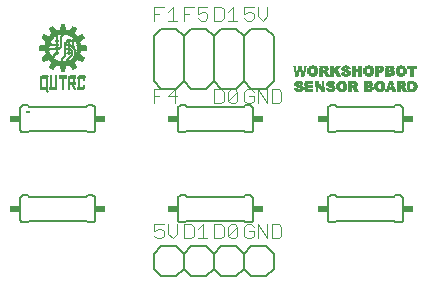
<source format=gto>
G75*
%MOIN*%
%OFA0B0*%
%FSLAX25Y25*%
%IPPOS*%
%LPD*%
%AMOC8*
5,1,8,0,0,1.08239X$1,22.5*
%
%ADD10C,0.00400*%
%ADD11C,0.00600*%
%ADD12R,0.03400X0.02400*%
%ADD13R,0.00075X0.00015*%
%ADD14R,0.00090X0.00015*%
%ADD15R,0.00120X0.00015*%
%ADD16R,0.00135X0.00015*%
%ADD17R,0.00150X0.00015*%
%ADD18R,0.00165X0.00015*%
%ADD19R,0.00180X0.00015*%
%ADD20R,0.00195X0.00015*%
%ADD21R,0.00225X0.00015*%
%ADD22R,0.00240X0.00015*%
%ADD23R,0.00255X0.00015*%
%ADD24R,0.00270X0.00015*%
%ADD25R,0.00285X0.00015*%
%ADD26R,0.00300X0.00015*%
%ADD27R,0.00330X0.00015*%
%ADD28R,0.00345X0.00015*%
%ADD29R,0.00360X0.00015*%
%ADD30R,0.00375X0.00015*%
%ADD31R,0.00390X0.00015*%
%ADD32R,0.00405X0.00015*%
%ADD33R,0.00435X0.00015*%
%ADD34R,0.00450X0.00015*%
%ADD35R,0.00465X0.00015*%
%ADD36R,0.00480X0.00015*%
%ADD37R,0.00495X0.00015*%
%ADD38R,0.00510X0.00015*%
%ADD39R,0.00525X0.00015*%
%ADD40R,0.00555X0.00015*%
%ADD41R,0.00570X0.00015*%
%ADD42R,0.00585X0.00015*%
%ADD43R,0.00600X0.00015*%
%ADD44R,0.00615X0.00015*%
%ADD45R,0.00630X0.00015*%
%ADD46R,0.00660X0.00015*%
%ADD47R,0.00675X0.00015*%
%ADD48R,0.00690X0.00015*%
%ADD49R,0.00705X0.00015*%
%ADD50R,0.00720X0.00015*%
%ADD51R,0.00735X0.00015*%
%ADD52R,0.00765X0.00015*%
%ADD53R,0.00780X0.00015*%
%ADD54R,0.00795X0.00015*%
%ADD55R,0.00810X0.00015*%
%ADD56R,0.00825X0.00015*%
%ADD57R,0.00840X0.00015*%
%ADD58R,0.00870X0.00015*%
%ADD59R,0.00885X0.00015*%
%ADD60R,0.00900X0.00015*%
%ADD61R,0.00915X0.00015*%
%ADD62R,0.00930X0.00015*%
%ADD63R,0.00945X0.00015*%
%ADD64R,0.00975X0.00015*%
%ADD65R,0.00990X0.00015*%
%ADD66R,0.02745X0.00015*%
%ADD67R,0.02685X0.00015*%
%ADD68R,0.00960X0.00015*%
%ADD69R,0.00945X0.00015*%
%ADD70R,0.02055X0.00015*%
%ADD71R,0.02745X0.00015*%
%ADD72R,0.02685X0.00015*%
%ADD73R,0.00960X0.00015*%
%ADD74R,0.02070X0.00015*%
%ADD75R,0.02085X0.00015*%
%ADD76R,0.02100X0.00015*%
%ADD77R,0.02115X0.00015*%
%ADD78R,0.00960X0.00015*%
%ADD79R,0.02130X0.00015*%
%ADD80R,0.00960X0.00015*%
%ADD81R,0.02145X0.00015*%
%ADD82R,0.02160X0.00015*%
%ADD83R,0.02175X0.00015*%
%ADD84R,0.02190X0.00015*%
%ADD85R,0.02205X0.00015*%
%ADD86R,0.02220X0.00015*%
%ADD87R,0.02235X0.00015*%
%ADD88R,0.02250X0.00015*%
%ADD89R,0.02265X0.00015*%
%ADD90R,0.02280X0.00015*%
%ADD91R,0.02295X0.00015*%
%ADD92R,0.02310X0.00015*%
%ADD93R,0.02325X0.00015*%
%ADD94R,0.02340X0.00015*%
%ADD95R,0.02355X0.00015*%
%ADD96R,0.02370X0.00015*%
%ADD97R,0.02385X0.00015*%
%ADD98R,0.02400X0.00015*%
%ADD99R,0.02415X0.00015*%
%ADD100R,0.02430X0.00015*%
%ADD101R,0.02445X0.00015*%
%ADD102R,0.02460X0.00015*%
%ADD103R,0.02475X0.00015*%
%ADD104R,0.02490X0.00015*%
%ADD105R,0.00945X0.00015*%
%ADD106R,0.02505X0.00015*%
%ADD107R,0.02520X0.00015*%
%ADD108R,0.02535X0.00015*%
%ADD109R,0.02550X0.00015*%
%ADD110R,0.02565X0.00015*%
%ADD111R,0.02580X0.00015*%
%ADD112R,0.02595X0.00015*%
%ADD113R,0.02610X0.00015*%
%ADD114R,0.02625X0.00015*%
%ADD115R,0.02640X0.00015*%
%ADD116R,0.02655X0.00015*%
%ADD117R,0.02670X0.00015*%
%ADD118R,0.02670X0.00015*%
%ADD119R,0.00945X0.00015*%
%ADD120R,0.00930X0.00015*%
%ADD121R,0.00930X0.00015*%
%ADD122R,0.00930X0.00015*%
%ADD123R,0.02145X0.00015*%
%ADD124R,0.02640X0.00015*%
%ADD125R,0.02700X0.00015*%
%ADD126R,0.02700X0.00015*%
%ADD127R,0.02730X0.00015*%
%ADD128R,0.02715X0.00015*%
%ADD129R,0.02655X0.00015*%
%ADD130R,0.02625X0.00015*%
%ADD131R,0.02580X0.00015*%
%ADD132R,0.02655X0.00015*%
%ADD133R,0.02565X0.00015*%
%ADD134R,0.02550X0.00015*%
%ADD135R,0.02505X0.00015*%
%ADD136R,0.02580X0.00015*%
%ADD137R,0.02430X0.00015*%
%ADD138R,0.02490X0.00015*%
%ADD139R,0.02565X0.00015*%
%ADD140R,0.02415X0.00015*%
%ADD141R,0.02475X0.00015*%
%ADD142R,0.02430X0.00015*%
%ADD143R,0.02505X0.00015*%
%ADD144R,0.02355X0.00015*%
%ADD145R,0.02415X0.00015*%
%ADD146R,0.02490X0.00015*%
%ADD147R,0.02340X0.00015*%
%ADD148R,0.02400X0.00015*%
%ADD149R,0.02355X0.00015*%
%ADD150R,0.02280X0.00015*%
%ADD151R,0.02265X0.00015*%
%ADD152R,0.02310X0.00015*%
%ADD153R,0.02280X0.00015*%
%ADD154R,0.02265X0.00015*%
%ADD155R,0.02205X0.00015*%
%ADD156R,0.02190X0.00015*%
%ADD157R,0.02235X0.00015*%
%ADD158R,0.02205X0.00015*%
%ADD159R,0.02190X0.00015*%
%ADD160R,0.02100X0.00015*%
%ADD161R,0.02160X0.00015*%
%ADD162R,0.02070X0.00015*%
%ADD163R,0.02130X0.00015*%
%ADD164R,0.02115X0.00015*%
%ADD165R,0.02040X0.00015*%
%ADD166R,0.02025X0.00015*%
%ADD167R,0.02085X0.00015*%
%ADD168R,0.02010X0.00015*%
%ADD169R,0.01995X0.00015*%
%ADD170R,0.02040X0.00015*%
%ADD171R,0.01980X0.00015*%
%ADD172R,0.02025X0.00015*%
%ADD173R,0.01965X0.00015*%
%ADD174R,0.02130X0.00015*%
%ADD175R,0.01950X0.00015*%
%ADD176R,0.01995X0.00015*%
%ADD177R,0.01320X0.00015*%
%ADD178R,0.01350X0.00015*%
%ADD179R,0.01350X0.00015*%
%ADD180R,0.01365X0.00015*%
%ADD181R,0.01380X0.00015*%
%ADD182R,0.01380X0.00015*%
%ADD183R,0.01395X0.00015*%
%ADD184R,0.01410X0.00015*%
%ADD185R,0.01410X0.00015*%
%ADD186R,0.01425X0.00015*%
%ADD187R,0.01440X0.00015*%
%ADD188R,0.01440X0.00015*%
%ADD189R,0.01455X0.00015*%
%ADD190R,0.01455X0.00015*%
%ADD191R,0.01470X0.00015*%
%ADD192R,0.01485X0.00015*%
%ADD193R,0.01485X0.00015*%
%ADD194R,0.01500X0.00015*%
%ADD195R,0.01515X0.00015*%
%ADD196R,0.01530X0.00015*%
%ADD197R,0.01545X0.00015*%
%ADD198R,0.01545X0.00015*%
%ADD199R,0.01560X0.00015*%
%ADD200R,0.01560X0.00015*%
%ADD201R,0.01575X0.00015*%
%ADD202R,0.01590X0.00015*%
%ADD203R,0.00015X0.00015*%
%ADD204R,0.00015X0.00015*%
%ADD205R,0.00060X0.00015*%
%ADD206R,0.01590X0.00015*%
%ADD207R,0.00090X0.00015*%
%ADD208R,0.01605X0.00015*%
%ADD209R,0.00105X0.00015*%
%ADD210R,0.00150X0.00015*%
%ADD211R,0.00180X0.00015*%
%ADD212R,0.01620X0.00015*%
%ADD213R,0.00210X0.00015*%
%ADD214R,0.00255X0.00015*%
%ADD215R,0.01620X0.00015*%
%ADD216R,0.01635X0.00015*%
%ADD217R,0.00345X0.00015*%
%ADD218R,0.00330X0.00015*%
%ADD219R,0.00405X0.00015*%
%ADD220R,0.00405X0.00015*%
%ADD221R,0.00450X0.00015*%
%ADD222R,0.01650X0.00015*%
%ADD223R,0.00495X0.00015*%
%ADD224R,0.01650X0.00015*%
%ADD225R,0.00570X0.00015*%
%ADD226R,0.01665X0.00015*%
%ADD227R,0.00555X0.00015*%
%ADD228R,0.00615X0.00015*%
%ADD229R,0.00645X0.00015*%
%ADD230R,0.01680X0.00015*%
%ADD231R,0.01680X0.00015*%
%ADD232R,0.00675X0.00015*%
%ADD233R,0.00765X0.00015*%
%ADD234R,0.01695X0.00015*%
%ADD235R,0.00795X0.00015*%
%ADD236R,0.00855X0.00015*%
%ADD237R,0.01710X0.00015*%
%ADD238R,0.00825X0.00015*%
%ADD239R,0.01710X0.00015*%
%ADD240R,0.00915X0.00015*%
%ADD241R,0.01725X0.00015*%
%ADD242R,0.00990X0.00015*%
%ADD243R,0.01035X0.00015*%
%ADD244R,0.01725X0.00015*%
%ADD245R,0.01035X0.00015*%
%ADD246R,0.01080X0.00015*%
%ADD247R,0.01065X0.00015*%
%ADD248R,0.01110X0.00015*%
%ADD249R,0.01740X0.00015*%
%ADD250R,0.01095X0.00015*%
%ADD251R,0.01140X0.00015*%
%ADD252R,0.01140X0.00015*%
%ADD253R,0.01185X0.00015*%
%ADD254R,0.01230X0.00015*%
%ADD255R,0.01755X0.00015*%
%ADD256R,0.01275X0.00015*%
%ADD257R,0.01755X0.00015*%
%ADD258R,0.01260X0.00015*%
%ADD259R,0.01305X0.00015*%
%ADD260R,0.01770X0.00015*%
%ADD261R,0.01290X0.00015*%
%ADD262R,0.01335X0.00015*%
%ADD263R,0.01785X0.00015*%
%ADD264R,0.01365X0.00015*%
%ADD265R,0.01785X0.00015*%
%ADD266R,0.01545X0.00015*%
%ADD267R,0.01800X0.00015*%
%ADD268R,0.01605X0.00015*%
%ADD269R,0.01800X0.00015*%
%ADD270R,0.01815X0.00015*%
%ADD271R,0.01680X0.00015*%
%ADD272R,0.01710X0.00015*%
%ADD273R,0.01830X0.00015*%
%ADD274R,0.01710X0.00015*%
%ADD275R,0.01830X0.00015*%
%ADD276R,0.01845X0.00015*%
%ADD277R,0.01860X0.00015*%
%ADD278R,0.01770X0.00015*%
%ADD279R,0.01860X0.00015*%
%ADD280R,0.01770X0.00015*%
%ADD281R,0.01875X0.00015*%
%ADD282R,0.01770X0.00015*%
%ADD283R,0.01785X0.00015*%
%ADD284R,0.01875X0.00015*%
%ADD285R,0.01890X0.00015*%
%ADD286R,0.01815X0.00015*%
%ADD287R,0.01905X0.00015*%
%ADD288R,0.01830X0.00015*%
%ADD289R,0.01830X0.00015*%
%ADD290R,0.01905X0.00015*%
%ADD291R,0.01845X0.00015*%
%ADD292R,0.01920X0.00015*%
%ADD293R,0.01935X0.00015*%
%ADD294R,0.01935X0.00015*%
%ADD295R,0.01950X0.00015*%
%ADD296R,0.01890X0.00015*%
%ADD297R,0.01905X0.00015*%
%ADD298R,0.01890X0.00015*%
%ADD299R,0.01965X0.00015*%
%ADD300R,0.01905X0.00015*%
%ADD301R,0.01920X0.00015*%
%ADD302R,0.01935X0.00015*%
%ADD303R,0.02055X0.00015*%
%ADD304R,0.01935X0.00015*%
%ADD305R,0.01965X0.00015*%
%ADD306R,0.01965X0.00015*%
%ADD307R,0.02805X0.00015*%
%ADD308R,0.02910X0.00015*%
%ADD309R,0.03030X0.00015*%
%ADD310R,0.03150X0.00015*%
%ADD311R,0.03225X0.00015*%
%ADD312R,0.02010X0.00015*%
%ADD313R,0.03330X0.00015*%
%ADD314R,0.02010X0.00015*%
%ADD315R,0.01995X0.00015*%
%ADD316R,0.03450X0.00015*%
%ADD317R,0.02010X0.00015*%
%ADD318R,0.03525X0.00015*%
%ADD319R,0.03630X0.00015*%
%ADD320R,0.03735X0.00015*%
%ADD321R,0.02040X0.00015*%
%ADD322R,0.03825X0.00015*%
%ADD323R,0.02055X0.00015*%
%ADD324R,0.03915X0.00015*%
%ADD325R,0.04005X0.00015*%
%ADD326R,0.04110X0.00015*%
%ADD327R,0.04185X0.00015*%
%ADD328R,0.08445X0.00015*%
%ADD329R,0.08430X0.00015*%
%ADD330R,0.08400X0.00015*%
%ADD331R,0.08385X0.00015*%
%ADD332R,0.08370X0.00015*%
%ADD333R,0.08355X0.00015*%
%ADD334R,0.08340X0.00015*%
%ADD335R,0.08340X0.00015*%
%ADD336R,0.08325X0.00015*%
%ADD337R,0.08310X0.00015*%
%ADD338R,0.08295X0.00015*%
%ADD339R,0.08280X0.00015*%
%ADD340R,0.08280X0.00015*%
%ADD341R,0.08265X0.00015*%
%ADD342R,0.08250X0.00015*%
%ADD343R,0.08235X0.00015*%
%ADD344R,0.08220X0.00015*%
%ADD345R,0.08220X0.00015*%
%ADD346R,0.08205X0.00015*%
%ADD347R,0.08190X0.00015*%
%ADD348R,0.08160X0.00015*%
%ADD349R,0.08160X0.00015*%
%ADD350R,0.08145X0.00015*%
%ADD351R,0.08130X0.00015*%
%ADD352R,0.08115X0.00015*%
%ADD353R,0.08100X0.00015*%
%ADD354R,0.08085X0.00015*%
%ADD355R,0.08070X0.00015*%
%ADD356R,0.08070X0.00015*%
%ADD357R,0.08055X0.00015*%
%ADD358R,0.08040X0.00015*%
%ADD359R,0.08025X0.00015*%
%ADD360R,0.08010X0.00015*%
%ADD361R,0.08010X0.00015*%
%ADD362R,0.07995X0.00015*%
%ADD363R,0.07980X0.00015*%
%ADD364R,0.07965X0.00015*%
%ADD365R,0.07950X0.00015*%
%ADD366R,0.07935X0.00015*%
%ADD367R,0.07920X0.00015*%
%ADD368R,0.07905X0.00015*%
%ADD369R,0.07890X0.00015*%
%ADD370R,0.07890X0.00015*%
%ADD371R,0.07875X0.00015*%
%ADD372R,0.07860X0.00015*%
%ADD373R,0.07830X0.00015*%
%ADD374R,0.07830X0.00015*%
%ADD375R,0.07815X0.00015*%
%ADD376R,0.07800X0.00015*%
%ADD377R,0.07785X0.00015*%
%ADD378R,0.07770X0.00015*%
%ADD379R,0.07755X0.00015*%
%ADD380R,0.07740X0.00015*%
%ADD381R,0.07740X0.00015*%
%ADD382R,0.07725X0.00015*%
%ADD383R,0.07785X0.00015*%
%ADD384R,0.03870X0.00015*%
%ADD385R,0.03750X0.00015*%
%ADD386R,0.03885X0.00015*%
%ADD387R,0.03540X0.00015*%
%ADD388R,0.03900X0.00015*%
%ADD389R,0.03405X0.00015*%
%ADD390R,0.03285X0.00015*%
%ADD391R,0.00540X0.00015*%
%ADD392R,0.03300X0.00015*%
%ADD393R,0.03210X0.00015*%
%ADD394R,0.03240X0.00015*%
%ADD395R,0.03135X0.00015*%
%ADD396R,0.00540X0.00015*%
%ADD397R,0.03165X0.00015*%
%ADD398R,0.03090X0.00015*%
%ADD399R,0.03135X0.00015*%
%ADD400R,0.03045X0.00015*%
%ADD401R,0.02985X0.00015*%
%ADD402R,0.03165X0.00015*%
%ADD403R,0.02940X0.00015*%
%ADD404R,0.03180X0.00015*%
%ADD405R,0.00045X0.00015*%
%ADD406R,0.02910X0.00015*%
%ADD407R,0.03195X0.00015*%
%ADD408R,0.00030X0.00015*%
%ADD409R,0.02865X0.00015*%
%ADD410R,0.02835X0.00015*%
%ADD411R,0.00195X0.00015*%
%ADD412R,0.02790X0.00015*%
%ADD413R,0.03240X0.00015*%
%ADD414R,0.00240X0.00015*%
%ADD415R,0.02760X0.00015*%
%ADD416R,0.03255X0.00015*%
%ADD417R,0.00300X0.00015*%
%ADD418R,0.02730X0.00015*%
%ADD419R,0.03270X0.00015*%
%ADD420R,0.00285X0.00015*%
%ADD421R,0.00390X0.00015*%
%ADD422R,0.00465X0.00015*%
%ADD423R,0.02640X0.00015*%
%ADD424R,0.00555X0.00015*%
%ADD425R,0.02610X0.00015*%
%ADD426R,0.00630X0.00015*%
%ADD427R,0.02595X0.00015*%
%ADD428R,0.00660X0.00015*%
%ADD429R,0.00645X0.00015*%
%ADD430R,0.00630X0.00015*%
%ADD431R,0.00690X0.00015*%
%ADD432R,0.00750X0.00015*%
%ADD433R,0.00735X0.00015*%
%ADD434R,0.00810X0.00015*%
%ADD435R,0.02505X0.00015*%
%ADD436R,0.02490X0.00015*%
%ADD437R,0.00795X0.00015*%
%ADD438R,0.00840X0.00015*%
%ADD439R,0.02460X0.00015*%
%ADD440R,0.01005X0.00015*%
%ADD441R,0.01050X0.00015*%
%ADD442R,0.02415X0.00015*%
%ADD443R,0.01095X0.00015*%
%ADD444R,0.02385X0.00015*%
%ADD445R,0.01155X0.00015*%
%ADD446R,0.02370X0.00015*%
%ADD447R,0.01200X0.00015*%
%ADD448R,0.01260X0.00015*%
%ADD449R,0.02340X0.00015*%
%ADD450R,0.01230X0.00015*%
%ADD451R,0.01305X0.00015*%
%ADD452R,0.02325X0.00015*%
%ADD453R,0.00660X0.00015*%
%ADD454R,0.01290X0.00015*%
%ADD455R,0.02295X0.00015*%
%ADD456R,0.01485X0.00015*%
%ADD457R,0.02265X0.00015*%
%ADD458R,0.00525X0.00015*%
%ADD459R,0.00720X0.00015*%
%ADD460R,0.01545X0.00015*%
%ADD461R,0.01605X0.00015*%
%ADD462R,0.01665X0.00015*%
%ADD463R,0.02220X0.00015*%
%ADD464R,0.02235X0.00015*%
%ADD465R,0.00765X0.00015*%
%ADD466R,0.01815X0.00015*%
%ADD467R,0.02205X0.00015*%
%ADD468R,0.00840X0.00015*%
%ADD469R,0.00855X0.00015*%
%ADD470R,0.02055X0.00015*%
%ADD471R,0.00870X0.00015*%
%ADD472R,0.00870X0.00015*%
%ADD473R,0.04290X0.00015*%
%ADD474R,0.00885X0.00015*%
%ADD475R,0.04275X0.00015*%
%ADD476R,0.04260X0.00015*%
%ADD477R,0.04245X0.00015*%
%ADD478R,0.04230X0.00015*%
%ADD479R,0.00900X0.00015*%
%ADD480R,0.04230X0.00015*%
%ADD481R,0.04215X0.00015*%
%ADD482R,0.04215X0.00015*%
%ADD483R,0.04200X0.00015*%
%ADD484R,0.04185X0.00015*%
%ADD485R,0.00585X0.00015*%
%ADD486R,0.04170X0.00015*%
%ADD487R,0.00915X0.00015*%
%ADD488R,0.04185X0.00015*%
%ADD489R,0.04170X0.00015*%
%ADD490R,0.04155X0.00015*%
%ADD491R,0.04155X0.00015*%
%ADD492R,0.04140X0.00015*%
%ADD493R,0.04125X0.00015*%
%ADD494R,0.04110X0.00015*%
%ADD495R,0.00630X0.00015*%
%ADD496R,0.04110X0.00015*%
%ADD497R,0.04095X0.00015*%
%ADD498R,0.04095X0.00015*%
%ADD499R,0.04080X0.00015*%
%ADD500R,0.04080X0.00015*%
%ADD501R,0.04065X0.00015*%
%ADD502R,0.00690X0.00015*%
%ADD503R,0.04050X0.00015*%
%ADD504R,0.04065X0.00015*%
%ADD505R,0.00705X0.00015*%
%ADD506R,0.04050X0.00015*%
%ADD507R,0.04035X0.00015*%
%ADD508R,0.04035X0.00015*%
%ADD509R,0.04080X0.00015*%
%ADD510R,0.00765X0.00015*%
%ADD511R,0.04005X0.00015*%
%ADD512R,0.04005X0.00015*%
%ADD513R,0.03990X0.00015*%
%ADD514R,0.03990X0.00015*%
%ADD515R,0.03975X0.00015*%
%ADD516R,0.04125X0.00015*%
%ADD517R,0.03975X0.00015*%
%ADD518R,0.03960X0.00015*%
%ADD519R,0.03960X0.00015*%
%ADD520R,0.03945X0.00015*%
%ADD521R,0.00840X0.00015*%
%ADD522R,0.03945X0.00015*%
%ADD523R,0.03915X0.00015*%
%ADD524R,0.03870X0.00015*%
%ADD525R,0.03840X0.00015*%
%ADD526R,0.04095X0.00015*%
%ADD527R,0.03795X0.00015*%
%ADD528R,0.03765X0.00015*%
%ADD529R,0.03720X0.00015*%
%ADD530R,0.00855X0.00015*%
%ADD531R,0.03690X0.00015*%
%ADD532R,0.04020X0.00015*%
%ADD533R,0.03660X0.00015*%
%ADD534R,0.04005X0.00015*%
%ADD535R,0.03615X0.00015*%
%ADD536R,0.03585X0.00015*%
%ADD537R,0.03555X0.00015*%
%ADD538R,0.03945X0.00015*%
%ADD539R,0.03930X0.00015*%
%ADD540R,0.03495X0.00015*%
%ADD541R,0.03915X0.00015*%
%ADD542R,0.03465X0.00015*%
%ADD543R,0.03435X0.00015*%
%ADD544R,0.03405X0.00015*%
%ADD545R,0.03855X0.00015*%
%ADD546R,0.03360X0.00015*%
%ADD547R,0.03330X0.00015*%
%ADD548R,0.03300X0.00015*%
%ADD549R,0.03810X0.00015*%
%ADD550R,0.03270X0.00015*%
%ADD551R,0.03795X0.00015*%
%ADD552R,0.03780X0.00015*%
%ADD553R,0.03180X0.00015*%
%ADD554R,0.03735X0.00015*%
%ADD555R,0.03150X0.00015*%
%ADD556R,0.03120X0.00015*%
%ADD557R,0.03105X0.00015*%
%ADD558R,0.03075X0.00015*%
%ADD559R,0.03060X0.00015*%
%ADD560R,0.03030X0.00015*%
%ADD561R,0.03000X0.00015*%
%ADD562R,0.00600X0.00015*%
%ADD563R,0.02970X0.00015*%
%ADD564R,0.02970X0.00015*%
%ADD565R,0.02955X0.00015*%
%ADD566R,0.02925X0.00015*%
%ADD567R,0.02895X0.00015*%
%ADD568R,0.02880X0.00015*%
%ADD569R,0.02865X0.00015*%
%ADD570R,0.02850X0.00015*%
%ADD571R,0.02835X0.00015*%
%ADD572R,0.02820X0.00015*%
%ADD573R,0.02805X0.00015*%
%ADD574R,0.02775X0.00015*%
%ADD575R,0.02730X0.00015*%
%ADD576R,0.02715X0.00015*%
%ADD577R,0.00705X0.00015*%
%ADD578R,0.02595X0.00015*%
%ADD579R,0.02580X0.00015*%
%ADD580R,0.00780X0.00015*%
%ADD581R,0.02520X0.00015*%
%ADD582R,0.00810X0.00015*%
%ADD583R,0.02445X0.00015*%
%ADD584R,0.00780X0.00015*%
%ADD585R,0.00855X0.00015*%
%ADD586R,0.00750X0.00015*%
%ADD587R,0.00720X0.00015*%
%ADD588R,0.01995X0.00015*%
%ADD589R,0.00645X0.00015*%
%ADD590R,0.02220X0.00015*%
%ADD591R,0.01980X0.00015*%
%ADD592R,0.00645X0.00015*%
%ADD593R,0.02145X0.00015*%
%ADD594R,0.00615X0.00015*%
%ADD595R,0.02130X0.00015*%
%ADD596R,0.02070X0.00015*%
%ADD597R,0.00105X0.00015*%
%ADD598R,0.01740X0.00015*%
%ADD599R,0.01260X0.00015*%
%ADD600R,0.01290X0.00015*%
%ADD601R,0.00420X0.00015*%
%ADD602R,0.01635X0.00015*%
%ADD603R,0.00585X0.00015*%
%ADD604R,0.01620X0.00015*%
%ADD605R,0.01365X0.00015*%
%ADD606R,0.00585X0.00015*%
%ADD607R,0.01530X0.00015*%
%ADD608R,0.01020X0.00015*%
%ADD609R,0.01530X0.00015*%
%ADD610R,0.01320X0.00015*%
%ADD611R,0.00435X0.00015*%
%ADD612R,0.01980X0.00015*%
%ADD613R,0.01515X0.00015*%
%ADD614R,0.00420X0.00015*%
%ADD615R,0.00540X0.00015*%
%ADD616R,0.00375X0.00015*%
%ADD617R,0.00360X0.00015*%
%ADD618R,0.00345X0.00015*%
%ADD619R,0.00510X0.00015*%
%ADD620R,0.00330X0.00015*%
%ADD621R,0.00480X0.00015*%
%ADD622R,0.00360X0.00015*%
%ADD623R,0.01515X0.00015*%
%ADD624R,0.00315X0.00015*%
%ADD625R,0.00315X0.00015*%
%ADD626R,0.00330X0.00015*%
%ADD627R,0.00315X0.00015*%
%ADD628R,0.01500X0.00015*%
%ADD629R,0.01515X0.00015*%
%ADD630R,0.01485X0.00015*%
%ADD631R,0.00360X0.00015*%
%ADD632R,0.00420X0.00015*%
%ADD633R,0.01020X0.00015*%
%ADD634R,0.01005X0.00015*%
%ADD635R,0.00990X0.00015*%
%ADD636R,0.00990X0.00015*%
%ADD637R,0.01470X0.00015*%
%ADD638R,0.00885X0.00015*%
%ADD639R,0.00870X0.00015*%
%ADD640R,0.01470X0.00015*%
%ADD641R,0.00720X0.00015*%
%ADD642R,0.00480X0.00015*%
%ADD643R,0.01470X0.00015*%
%ADD644R,0.00705X0.00015*%
%ADD645R,0.01695X0.00015*%
%ADD646R,0.00210X0.00015*%
%ADD647R,0.00435X0.00015*%
%ADD648R,0.00495X0.00015*%
%ADD649R,0.00555X0.00015*%
%ADD650R,0.02535X0.00015*%
%ADD651R,0.02610X0.00015*%
%ADD652R,0.02715X0.00015*%
%ADD653R,0.00780X0.00015*%
%ADD654R,0.00570X0.00015*%
%ADD655R,0.03045X0.00015*%
%ADD656R,0.03120X0.00015*%
%ADD657R,0.03195X0.00015*%
%ADD658R,0.03255X0.00015*%
%ADD659R,0.01560X0.00015*%
%ADD660R,0.03270X0.00015*%
%ADD661R,0.03270X0.00015*%
%ADD662R,0.03255X0.00015*%
%ADD663R,0.06765X0.00015*%
%ADD664R,0.06780X0.00015*%
%ADD665R,0.05715X0.00015*%
%ADD666R,0.05685X0.00015*%
%ADD667R,0.05655X0.00015*%
%ADD668R,0.00795X0.00015*%
%ADD669R,0.05640X0.00015*%
%ADD670R,0.05625X0.00015*%
%ADD671R,0.05610X0.00015*%
%ADD672R,0.05595X0.00015*%
%ADD673R,0.05580X0.00015*%
%ADD674R,0.00660X0.00015*%
%ADD675R,0.03240X0.00015*%
%ADD676R,0.05580X0.00015*%
%ADD677R,0.05565X0.00015*%
%ADD678R,0.05550X0.00015*%
%ADD679R,0.05550X0.00015*%
%ADD680R,0.05565X0.00015*%
%ADD681R,0.05565X0.00015*%
%ADD682R,0.01005X0.00015*%
%ADD683R,0.00510X0.00015*%
%ADD684R,0.01035X0.00015*%
%ADD685R,0.01050X0.00015*%
%ADD686R,0.05580X0.00015*%
%ADD687R,0.05580X0.00015*%
%ADD688R,0.01110X0.00015*%
%ADD689R,0.03225X0.00015*%
%ADD690R,0.05595X0.00015*%
%ADD691R,0.01125X0.00015*%
%ADD692R,0.01155X0.00015*%
%ADD693R,0.05610X0.00015*%
%ADD694R,0.01185X0.00015*%
%ADD695R,0.01215X0.00015*%
%ADD696R,0.05640X0.00015*%
%ADD697R,0.01245X0.00015*%
%ADD698R,0.00435X0.00015*%
%ADD699R,0.05655X0.00015*%
%ADD700R,0.05670X0.00015*%
%ADD701R,0.05700X0.00015*%
%ADD702R,0.05730X0.00015*%
%ADD703R,0.07305X0.00015*%
%ADD704R,0.07320X0.00015*%
%ADD705R,0.07335X0.00015*%
%ADD706R,0.07365X0.00015*%
%ADD707R,0.07380X0.00015*%
%ADD708R,0.04485X0.00015*%
%ADD709R,0.01215X0.00015*%
%ADD710R,0.00015X0.00015*%
%ADD711R,0.00735X0.00015*%
%ADD712R,0.03240X0.00015*%
%ADD713R,0.00810X0.00015*%
%ADD714R,0.00240X0.00015*%
%ADD715R,0.01020X0.00015*%
%ADD716R,0.03255X0.00015*%
%ADD717R,0.01095X0.00015*%
%ADD718R,0.01110X0.00015*%
%ADD719R,0.01170X0.00015*%
%ADD720R,0.01215X0.00015*%
%ADD721R,0.01230X0.00015*%
%ADD722R,0.00510X0.00015*%
%ADD723R,0.01320X0.00015*%
%ADD724R,0.03285X0.00015*%
%ADD725R,0.00735X0.00015*%
%ADD726R,0.01335X0.00015*%
%ADD727R,0.01605X0.00015*%
%ADD728R,0.03180X0.00015*%
%ADD729R,0.01590X0.00015*%
%ADD730R,0.02910X0.00015*%
%ADD731R,0.02865X0.00015*%
%ADD732R,0.02775X0.00015*%
%ADD733R,0.01755X0.00015*%
%ADD734R,0.01740X0.00015*%
%ADD735R,0.00465X0.00015*%
%ADD736R,0.02070X0.00015*%
%ADD737R,0.00390X0.00015*%
%ADD738R,0.00480X0.00015*%
%ADD739R,0.00615X0.00015*%
%ADD740R,0.02160X0.00015*%
%ADD741R,0.02145X0.00015*%
%ADD742R,0.01665X0.00015*%
%ADD743R,0.01530X0.00015*%
%ADD744R,0.01620X0.00015*%
%ADD745R,0.00975X0.00015*%
%ADD746R,0.01575X0.00015*%
%ADD747R,0.00405X0.00015*%
%ADD748R,0.01920X0.00015*%
%ADD749R,0.00345X0.00015*%
%ADD750R,0.02310X0.00015*%
%ADD751R,0.02190X0.00015*%
%ADD752R,0.02460X0.00015*%
%ADD753R,0.02745X0.00015*%
%ADD754R,0.03390X0.00015*%
%ADD755R,0.01035X0.00015*%
%ADD756R,0.02610X0.00015*%
%ADD757R,0.03420X0.00015*%
%ADD758R,0.03420X0.00015*%
%ADD759R,0.03450X0.00015*%
%ADD760R,0.03465X0.00015*%
%ADD761R,0.02850X0.00015*%
%ADD762R,0.03465X0.00015*%
%ADD763R,0.02895X0.00015*%
%ADD764R,0.03045X0.00015*%
%ADD765R,0.03405X0.00015*%
%ADD766R,0.03375X0.00015*%
%ADD767R,0.03345X0.00015*%
%ADD768R,0.03165X0.00015*%
%ADD769R,0.03210X0.00015*%
%ADD770R,0.03195X0.00015*%
%ADD771R,0.03315X0.00015*%
%ADD772R,0.03360X0.00015*%
%ADD773R,0.03345X0.00015*%
%ADD774R,0.03495X0.00015*%
%ADD775R,0.03480X0.00015*%
%ADD776R,0.03525X0.00015*%
%ADD777R,0.03510X0.00015*%
%ADD778R,0.03570X0.00015*%
%ADD779R,0.03570X0.00015*%
%ADD780R,0.03600X0.00015*%
%ADD781R,0.03615X0.00015*%
%ADD782R,0.03645X0.00015*%
%ADD783R,0.03675X0.00015*%
%ADD784R,0.03705X0.00015*%
%ADD785R,0.03765X0.00015*%
%ADD786R,0.03840X0.00015*%
%ADD787R,0.03855X0.00015*%
%ADD788R,0.03945X0.00015*%
%ADD789R,0.03990X0.00015*%
%ADD790R,0.04020X0.00015*%
%ADD791R,0.04020X0.00015*%
%ADD792R,0.04035X0.00015*%
%ADD793R,0.04110X0.00015*%
%ADD794R,0.04140X0.00015*%
%ADD795R,0.04200X0.00015*%
%ADD796R,0.04245X0.00015*%
%ADD797R,0.04260X0.00015*%
%ADD798R,0.01980X0.00015*%
%ADD799R,0.02925X0.00015*%
%ADD800R,0.02220X0.00015*%
%ADD801R,0.02895X0.00015*%
%ADD802R,0.02880X0.00015*%
%ADD803R,0.01380X0.00015*%
%ADD804R,0.01395X0.00015*%
%ADD805R,0.01230X0.00015*%
%ADD806R,0.02790X0.00015*%
%ADD807R,0.01170X0.00015*%
%ADD808R,0.01080X0.00015*%
%ADD809R,0.02745X0.00015*%
%ADD810R,0.02670X0.00015*%
%ADD811R,0.02640X0.00015*%
%ADD812R,0.02520X0.00015*%
%ADD813R,0.00270X0.00015*%
%ADD814R,0.00225X0.00015*%
%ADD815R,0.02805X0.00015*%
%ADD816R,0.02805X0.00015*%
%ADD817R,0.00120X0.00015*%
%ADD818R,0.00030X0.00015*%
%ADD819R,0.02955X0.00015*%
%ADD820R,0.03000X0.00015*%
%ADD821R,0.03060X0.00015*%
%ADD822R,0.03105X0.00015*%
%ADD823R,0.03315X0.00015*%
%ADD824R,0.03345X0.00015*%
%ADD825R,0.04350X0.00015*%
%ADD826R,0.04305X0.00015*%
%ADD827R,0.07845X0.00015*%
%ADD828R,0.07815X0.00015*%
%ADD829R,0.07785X0.00015*%
%ADD830R,0.07800X0.00015*%
%ADD831R,0.07815X0.00015*%
%ADD832R,0.07860X0.00015*%
%ADD833R,0.07920X0.00015*%
%ADD834R,0.07950X0.00015*%
%ADD835R,0.07980X0.00015*%
%ADD836R,0.08025X0.00015*%
%ADD837R,0.08130X0.00015*%
%ADD838R,0.08175X0.00015*%
%ADD839R,0.08190X0.00015*%
%ADD840R,0.08250X0.00015*%
%ADD841R,0.08295X0.00015*%
%ADD842R,0.08400X0.00015*%
%ADD843R,0.06345X0.00015*%
%ADD844R,0.04155X0.00015*%
%ADD845R,0.04065X0.00015*%
%ADD846R,0.03585X0.00015*%
%ADD847R,0.01920X0.00015*%
%ADD848R,0.01890X0.00015*%
%ADD849R,0.01785X0.00015*%
%ADD850R,0.01695X0.00015*%
%ADD851R,0.01365X0.00015*%
%ADD852R,0.01335X0.00015*%
%ADD853R,0.01245X0.00015*%
%ADD854R,0.01245X0.00015*%
%ADD855R,0.01185X0.00015*%
%ADD856R,0.01635X0.00015*%
%ADD857R,0.00240X0.00015*%
%ADD858R,0.00210X0.00015*%
%ADD859R,0.00195X0.00015*%
%ADD860R,0.00135X0.00015*%
%ADD861R,0.00045X0.00015*%
%ADD862R,0.00030X0.00015*%
%ADD863R,0.01425X0.00015*%
%ADD864R,0.01395X0.00015*%
%ADD865C,0.00000*%
%ADD866R,0.00660X0.00020*%
%ADD867R,0.00640X0.00020*%
%ADD868R,0.00640X0.00020*%
%ADD869R,0.00620X0.00020*%
%ADD870R,0.00960X0.00020*%
%ADD871R,0.00900X0.00020*%
%ADD872R,0.00880X0.00020*%
%ADD873R,0.01160X0.00020*%
%ADD874R,0.02800X0.00020*%
%ADD875R,0.00960X0.00020*%
%ADD876R,0.01080X0.00020*%
%ADD877R,0.01020X0.00020*%
%ADD878R,0.01820X0.00020*%
%ADD879R,0.01040X0.00020*%
%ADD880R,0.01060X0.00020*%
%ADD881R,0.01020X0.00020*%
%ADD882R,0.01140X0.00020*%
%ADD883R,0.01520X0.00020*%
%ADD884R,0.01320X0.00020*%
%ADD885R,0.02800X0.00020*%
%ADD886R,0.00980X0.00020*%
%ADD887R,0.01320X0.00020*%
%ADD888R,0.01260X0.00020*%
%ADD889R,0.01020X0.00020*%
%ADD890R,0.01140X0.00020*%
%ADD891R,0.02040X0.00020*%
%ADD892R,0.01040X0.00020*%
%ADD893R,0.01060X0.00020*%
%ADD894R,0.01020X0.00020*%
%ADD895R,0.01160X0.00020*%
%ADD896R,0.01780X0.00020*%
%ADD897R,0.01460X0.00020*%
%ADD898R,0.01000X0.00020*%
%ADD899R,0.01440X0.00020*%
%ADD900R,0.01380X0.00020*%
%ADD901R,0.02200X0.00020*%
%ADD902R,0.01900X0.00020*%
%ADD903R,0.01580X0.00020*%
%ADD904R,0.01000X0.00020*%
%ADD905R,0.01560X0.00020*%
%ADD906R,0.01500X0.00020*%
%ADD907R,0.02320X0.00020*%
%ADD908R,0.01040X0.00020*%
%ADD909R,0.02000X0.00020*%
%ADD910R,0.01660X0.00020*%
%ADD911R,0.01680X0.00020*%
%ADD912R,0.01600X0.00020*%
%ADD913R,0.02420X0.00020*%
%ADD914R,0.01620X0.00020*%
%ADD915R,0.02080X0.00020*%
%ADD916R,0.01740X0.00020*%
%ADD917R,0.01760X0.00020*%
%ADD918R,0.01700X0.00020*%
%ADD919R,0.01140X0.00020*%
%ADD920R,0.02500X0.00020*%
%ADD921R,0.02160X0.00020*%
%ADD922R,0.01840X0.00020*%
%ADD923R,0.01040X0.00020*%
%ADD924R,0.01840X0.00020*%
%ADD925R,0.01800X0.00020*%
%ADD926R,0.02560X0.00020*%
%ADD927R,0.02220X0.00020*%
%ADD928R,0.01920X0.00020*%
%ADD929R,0.01860X0.00020*%
%ADD930R,0.02600X0.00020*%
%ADD931R,0.02260X0.00020*%
%ADD932R,0.01980X0.00020*%
%ADD933R,0.01940X0.00020*%
%ADD934R,0.02640X0.00020*%
%ADD935R,0.02300X0.00020*%
%ADD936R,0.02060X0.00020*%
%ADD937R,0.01080X0.00020*%
%ADD938R,0.02000X0.00020*%
%ADD939R,0.02660X0.00020*%
%ADD940R,0.02360X0.00020*%
%ADD941R,0.02100X0.00020*%
%ADD942R,0.01100X0.00020*%
%ADD943R,0.02080X0.00020*%
%ADD944R,0.02700X0.00020*%
%ADD945R,0.02060X0.00020*%
%ADD946R,0.02380X0.00020*%
%ADD947R,0.02140X0.00020*%
%ADD948R,0.01120X0.00020*%
%ADD949R,0.02160X0.00020*%
%ADD950R,0.02120X0.00020*%
%ADD951R,0.02720X0.00020*%
%ADD952R,0.02420X0.00020*%
%ADD953R,0.02740X0.00020*%
%ADD954R,0.02180X0.00020*%
%ADD955R,0.02440X0.00020*%
%ADD956R,0.02260X0.00020*%
%ADD957R,0.02240X0.00020*%
%ADD958R,0.02780X0.00020*%
%ADD959R,0.02480X0.00020*%
%ADD960R,0.02300X0.00020*%
%ADD961R,0.02500X0.00020*%
%ADD962R,0.01180X0.00020*%
%ADD963R,0.02340X0.00020*%
%ADD964R,0.02340X0.00020*%
%ADD965R,0.02820X0.00020*%
%ADD966R,0.02520X0.00020*%
%ADD967R,0.01180X0.00020*%
%ADD968R,0.02380X0.00020*%
%ADD969R,0.02400X0.00020*%
%ADD970R,0.02840X0.00020*%
%ADD971R,0.01200X0.00020*%
%ADD972R,0.02860X0.00020*%
%ADD973R,0.02580X0.00020*%
%ADD974R,0.02440X0.00020*%
%ADD975R,0.01220X0.00020*%
%ADD976R,0.02460X0.00020*%
%ADD977R,0.02860X0.00020*%
%ADD978R,0.02600X0.00020*%
%ADD979R,0.02480X0.00020*%
%ADD980R,0.01220X0.00020*%
%ADD981R,0.02520X0.00020*%
%ADD982R,0.02880X0.00020*%
%ADD983R,0.02620X0.00020*%
%ADD984R,0.02520X0.00020*%
%ADD985R,0.01240X0.00020*%
%ADD986R,0.02560X0.00020*%
%ADD987R,0.02900X0.00020*%
%ADD988R,0.02580X0.00020*%
%ADD989R,0.02540X0.00020*%
%ADD990R,0.02540X0.00020*%
%ADD991R,0.02920X0.00020*%
%ADD992R,0.02640X0.00020*%
%ADD993R,0.02680X0.00020*%
%ADD994R,0.01280X0.00020*%
%ADD995R,0.02660X0.00020*%
%ADD996R,0.02940X0.00020*%
%ADD997R,0.02620X0.00020*%
%ADD998R,0.01300X0.00020*%
%ADD999R,0.02700X0.00020*%
%ADD1000R,0.02960X0.00020*%
%ADD1001R,0.01300X0.00020*%
%ADD1002R,0.02740X0.00020*%
%ADD1003R,0.02960X0.00020*%
%ADD1004R,0.02720X0.00020*%
%ADD1005R,0.02760X0.00020*%
%ADD1006R,0.02980X0.00020*%
%ADD1007R,0.02780X0.00020*%
%ADD1008R,0.01340X0.00020*%
%ADD1009R,0.02720X0.00020*%
%ADD1010R,0.01340X0.00020*%
%ADD1011R,0.02820X0.00020*%
%ADD1012R,0.03000X0.00020*%
%ADD1013R,0.03200X0.00020*%
%ADD1014R,0.01400X0.00020*%
%ADD1015R,0.01360X0.00020*%
%ADD1016R,0.03000X0.00020*%
%ADD1017R,0.03180X0.00020*%
%ADD1018R,0.01260X0.00020*%
%ADD1019R,0.01380X0.00020*%
%ADD1020R,0.02880X0.00020*%
%ADD1021R,0.03020X0.00020*%
%ADD1022R,0.03160X0.00020*%
%ADD1023R,0.01100X0.00020*%
%ADD1024R,0.02900X0.00020*%
%ADD1025R,0.03020X0.00020*%
%ADD1026R,0.03140X0.00020*%
%ADD1027R,0.02940X0.00020*%
%ADD1028R,0.02820X0.00020*%
%ADD1029R,0.01120X0.00020*%
%ADD1030R,0.01420X0.00020*%
%ADD1031R,0.03040X0.00020*%
%ADD1032R,0.03120X0.00020*%
%ADD1033R,0.02840X0.00020*%
%ADD1034R,0.01440X0.00020*%
%ADD1035R,0.03040X0.00020*%
%ADD1036R,0.03100X0.00020*%
%ADD1037R,0.01440X0.00020*%
%ADD1038R,0.01400X0.00020*%
%ADD1039R,0.03100X0.00020*%
%ADD1040R,0.03080X0.00020*%
%ADD1041R,0.01480X0.00020*%
%ADD1042R,0.01280X0.00020*%
%ADD1043R,0.03060X0.00020*%
%ADD1044R,0.01540X0.00020*%
%ADD1045R,0.01480X0.00020*%
%ADD1046R,0.00980X0.00020*%
%ADD1047R,0.01220X0.00020*%
%ADD1048R,0.03040X0.00020*%
%ADD1049R,0.01320X0.00020*%
%ADD1050R,0.01500X0.00020*%
%ADD1051R,0.01140X0.00020*%
%ADD1052R,0.03020X0.00020*%
%ADD1053R,0.01240X0.00020*%
%ADD1054R,0.03020X0.00020*%
%ADD1055R,0.01200X0.00020*%
%ADD1056R,0.01520X0.00020*%
%ADD1057R,0.01540X0.00020*%
%ADD1058R,0.01120X0.00020*%
%ADD1059R,0.01120X0.00020*%
%ADD1060R,0.02980X0.00020*%
%ADD1061R,0.01560X0.00020*%
%ADD1062R,0.02920X0.00020*%
%ADD1063R,0.01620X0.00020*%
%ADD1064R,0.01640X0.00020*%
%ADD1065R,0.01660X0.00020*%
%ADD1066R,0.02840X0.00020*%
%ADD1067R,0.01700X0.00020*%
%ADD1068R,0.00780X0.00020*%
%ADD1069R,0.01720X0.00020*%
%ADD1070R,0.00800X0.00020*%
%ADD1071R,0.00480X0.00020*%
%ADD1072R,0.01740X0.00020*%
%ADD1073R,0.00460X0.00020*%
%ADD1074R,0.00160X0.00020*%
%ADD1075R,0.00140X0.00020*%
%ADD1076R,0.02720X0.00020*%
%ADD1077R,0.01780X0.00020*%
%ADD1078R,0.01820X0.00020*%
%ADD1079R,0.01240X0.00020*%
%ADD1080R,0.01840X0.00020*%
%ADD1081R,0.00940X0.00020*%
%ADD1082R,0.01340X0.00020*%
%ADD1083R,0.01860X0.00020*%
%ADD1084R,0.00940X0.00020*%
%ADD1085R,0.01420X0.00020*%
%ADD1086R,0.01880X0.00020*%
%ADD1087R,0.00940X0.00020*%
%ADD1088R,0.01220X0.00020*%
%ADD1089R,0.00940X0.00020*%
%ADD1090R,0.01900X0.00020*%
%ADD1091R,0.01540X0.00020*%
%ADD1092R,0.02420X0.00020*%
%ADD1093R,0.02420X0.00020*%
%ADD1094R,0.01640X0.00020*%
%ADD1095R,0.01920X0.00020*%
%ADD1096R,0.01940X0.00020*%
%ADD1097R,0.01760X0.00020*%
%ADD1098R,0.01960X0.00020*%
%ADD1099R,0.02240X0.00020*%
%ADD1100R,0.01880X0.00020*%
%ADD1101R,0.02620X0.00020*%
%ADD1102R,0.01960X0.00020*%
%ADD1103R,0.02200X0.00020*%
%ADD1104R,0.01980X0.00020*%
%ADD1105R,0.01940X0.00020*%
%ADD1106R,0.02240X0.00020*%
%ADD1107R,0.00920X0.00020*%
%ADD1108R,0.02040X0.00020*%
%ADD1109R,0.00920X0.00020*%
%ADD1110R,0.02120X0.00020*%
%ADD1111R,0.00920X0.00020*%
%ADD1112R,0.02520X0.00020*%
%ADD1113R,0.00920X0.00020*%
%ADD1114R,0.02180X0.00020*%
%ADD1115R,0.02760X0.00020*%
%ADD1116R,0.02220X0.00020*%
%ADD1117R,0.02240X0.00020*%
%ADD1118R,0.02640X0.00020*%
%ADD1119R,0.02280X0.00020*%
%ADD1120R,0.02680X0.00020*%
%ADD1121R,0.02280X0.00020*%
%ADD1122R,0.02740X0.00020*%
%ADD1123R,0.02460X0.00020*%
%ADD1124R,0.02400X0.00020*%
%ADD1125R,0.02820X0.00020*%
%ADD1126R,0.02840X0.00020*%
%ADD1127R,0.02220X0.00020*%
%ADD1128R,0.00900X0.00020*%
%ADD1129R,0.02140X0.00020*%
%ADD1130R,0.02120X0.00020*%
%ADD1131R,0.01340X0.00020*%
%ADD1132R,0.01820X0.00020*%
%ADD1133R,0.00880X0.00020*%
%ADD1134R,0.01740X0.00020*%
%ADD1135R,0.01460X0.00020*%
%ADD1136R,0.01680X0.00020*%
%ADD1137R,0.01640X0.00020*%
%ADD1138R,0.00860X0.00020*%
%ADD1139R,0.00280X0.00020*%
%ADD1140R,0.01600X0.00020*%
%ADD1141R,0.00300X0.00020*%
%ADD1142R,0.00660X0.00020*%
%ADD1143R,0.00640X0.00020*%
%ADD1144R,0.00860X0.00020*%
%ADD1145R,0.01720X0.00020*%
%ADD1146R,0.01360X0.00020*%
%ADD1147R,0.01440X0.00020*%
%ADD1148R,0.02940X0.00020*%
%ADD1149R,0.02940X0.00020*%
%ADD1150R,0.02920X0.00020*%
%ADD1151R,0.02920X0.00020*%
%ADD1152R,0.02360X0.00020*%
%ADD1153R,0.02320X0.00020*%
%ADD1154R,0.02340X0.00020*%
%ADD1155R,0.02340X0.00020*%
%ADD1156R,0.02740X0.00020*%
%ADD1157R,0.01320X0.00020*%
%ADD1158R,0.02140X0.00020*%
%ADD1159R,0.02120X0.00020*%
%ADD1160R,0.02640X0.00020*%
%ADD1161R,0.01920X0.00020*%
%ADD1162R,0.02620X0.00020*%
%ADD1163R,0.02320X0.00020*%
%ADD1164R,0.02540X0.00020*%
%ADD1165R,0.02540X0.00020*%
%ADD1166R,0.01620X0.00020*%
%ADD1167R,0.01580X0.00020*%
%ADD1168R,0.02440X0.00020*%
%ADD1169R,0.01520X0.00020*%
%ADD1170R,0.01540X0.00020*%
%ADD1171R,0.01420X0.00020*%
%ADD1172R,0.02140X0.00020*%
%ADD1173R,0.01840X0.00020*%
%ADD1174R,0.00680X0.00020*%
%ADD1175R,0.00580X0.00020*%
%ADD1176R,0.00620X0.00020*%
%ADD1177R,0.00640X0.00020*%
%ADD1178R,0.00620X0.00020*%
%ADD1179R,0.02020X0.00020*%
%ADD1180R,0.01520X0.00020*%
%ADD1181R,0.01240X0.00020*%
%ADD1182R,0.02320X0.00020*%
%ADD1183R,0.01620X0.00020*%
%ADD1184R,0.01800X0.00020*%
%ADD1185R,0.02040X0.00020*%
%ADD1186R,0.02100X0.00020*%
%ADD1187R,0.00800X0.00020*%
%ADD1188R,0.00480X0.00020*%
%ADD1189R,0.02020X0.00020*%
%ADD1190R,0.03180X0.00020*%
%ADD1191R,0.00820X0.00020*%
%ADD1192R,0.00820X0.00020*%
%ADD1193R,0.00820X0.00020*%
%ADD1194R,0.00820X0.00020*%
%ADD1195R,0.00840X0.00020*%
%ADD1196R,0.00840X0.00020*%
%ADD1197R,0.01820X0.00020*%
%ADD1198R,0.00300X0.00020*%
%ADD1199R,0.03120X0.00020*%
%ADD1200R,0.01920X0.00020*%
%ADD1201R,0.01720X0.00020*%
%ADD1202R,0.00580X0.00020*%
%ADD1203R,0.00680X0.00020*%
%ADD1204R,0.00560X0.00020*%
D10*
X0065148Y0022467D02*
X0065915Y0021700D01*
X0067450Y0021700D01*
X0068217Y0022467D01*
X0068217Y0024002D01*
X0067450Y0024769D01*
X0066683Y0024769D01*
X0065148Y0024002D01*
X0065148Y0026304D01*
X0068217Y0026304D01*
X0069752Y0026304D02*
X0069752Y0023235D01*
X0071287Y0021700D01*
X0072821Y0023235D01*
X0072821Y0026304D01*
X0075148Y0026304D02*
X0077450Y0026304D01*
X0078217Y0025537D01*
X0078217Y0022467D01*
X0077450Y0021700D01*
X0075148Y0021700D01*
X0075148Y0026304D01*
X0079752Y0024769D02*
X0081287Y0026304D01*
X0081287Y0021700D01*
X0082821Y0021700D02*
X0079752Y0021700D01*
X0085148Y0021700D02*
X0087450Y0021700D01*
X0088217Y0022467D01*
X0088217Y0025537D01*
X0087450Y0026304D01*
X0085148Y0026304D01*
X0085148Y0021700D01*
X0089752Y0022467D02*
X0092821Y0025537D01*
X0092821Y0022467D01*
X0092054Y0021700D01*
X0090519Y0021700D01*
X0089752Y0022467D01*
X0089752Y0025537D01*
X0090519Y0026304D01*
X0092054Y0026304D01*
X0092821Y0025537D01*
X0095148Y0025537D02*
X0095148Y0022467D01*
X0095915Y0021700D01*
X0097450Y0021700D01*
X0098217Y0022467D01*
X0098217Y0024002D01*
X0096683Y0024002D01*
X0098217Y0025537D02*
X0097450Y0026304D01*
X0095915Y0026304D01*
X0095148Y0025537D01*
X0099752Y0026304D02*
X0102821Y0021700D01*
X0102821Y0026304D01*
X0104356Y0026304D02*
X0106658Y0026304D01*
X0107425Y0025537D01*
X0107425Y0022467D01*
X0106658Y0021700D01*
X0104356Y0021700D01*
X0104356Y0026304D01*
X0099752Y0026304D02*
X0099752Y0021700D01*
X0099752Y0066700D02*
X0099752Y0071304D01*
X0102821Y0066700D01*
X0102821Y0071304D01*
X0104356Y0071304D02*
X0106658Y0071304D01*
X0107425Y0070537D01*
X0107425Y0067467D01*
X0106658Y0066700D01*
X0104356Y0066700D01*
X0104356Y0071304D01*
X0098217Y0070537D02*
X0097450Y0071304D01*
X0095915Y0071304D01*
X0095148Y0070537D01*
X0095148Y0067467D01*
X0095915Y0066700D01*
X0097450Y0066700D01*
X0098217Y0067467D01*
X0098217Y0069002D01*
X0096683Y0069002D01*
X0092821Y0070537D02*
X0089752Y0067467D01*
X0090519Y0066700D01*
X0092054Y0066700D01*
X0092821Y0067467D01*
X0092821Y0070537D01*
X0092054Y0071304D01*
X0090519Y0071304D01*
X0089752Y0070537D01*
X0089752Y0067467D01*
X0088217Y0067467D02*
X0087450Y0066700D01*
X0085148Y0066700D01*
X0085148Y0071304D01*
X0087450Y0071304D01*
X0088217Y0070537D01*
X0088217Y0067467D01*
X0072821Y0069002D02*
X0069752Y0069002D01*
X0072054Y0071304D01*
X0072054Y0066700D01*
X0066683Y0069002D02*
X0065148Y0069002D01*
X0065148Y0066700D02*
X0065148Y0071304D01*
X0068217Y0071304D01*
X0069752Y0094200D02*
X0072821Y0094200D01*
X0071287Y0094200D02*
X0071287Y0098804D01*
X0069752Y0097269D01*
X0068217Y0098804D02*
X0065148Y0098804D01*
X0065148Y0094200D01*
X0065148Y0096502D02*
X0066683Y0096502D01*
X0075148Y0096502D02*
X0076683Y0096502D01*
X0075148Y0094200D02*
X0075148Y0098804D01*
X0078217Y0098804D01*
X0079752Y0098804D02*
X0079752Y0096502D01*
X0081287Y0097269D01*
X0082054Y0097269D01*
X0082821Y0096502D01*
X0082821Y0094967D01*
X0082054Y0094200D01*
X0080519Y0094200D01*
X0079752Y0094967D01*
X0085148Y0094200D02*
X0087450Y0094200D01*
X0088217Y0094967D01*
X0088217Y0098037D01*
X0087450Y0098804D01*
X0085148Y0098804D01*
X0085148Y0094200D01*
X0089752Y0094200D02*
X0092821Y0094200D01*
X0091287Y0094200D02*
X0091287Y0098804D01*
X0089752Y0097269D01*
X0095148Y0096502D02*
X0096683Y0097269D01*
X0097450Y0097269D01*
X0098217Y0096502D01*
X0098217Y0094967D01*
X0097450Y0094200D01*
X0095915Y0094200D01*
X0095148Y0094967D01*
X0095148Y0096502D02*
X0095148Y0098804D01*
X0098217Y0098804D01*
X0099752Y0098804D02*
X0099752Y0095735D01*
X0101287Y0094200D01*
X0102821Y0095735D01*
X0102821Y0098804D01*
X0082821Y0098804D02*
X0079752Y0098804D01*
D11*
X0022948Y0027000D02*
X0021448Y0027000D01*
X0021388Y0027002D01*
X0021327Y0027007D01*
X0021268Y0027016D01*
X0021209Y0027029D01*
X0021150Y0027045D01*
X0021093Y0027065D01*
X0021038Y0027088D01*
X0020983Y0027115D01*
X0020931Y0027144D01*
X0020880Y0027177D01*
X0020831Y0027213D01*
X0020785Y0027251D01*
X0020741Y0027293D01*
X0020699Y0027337D01*
X0020661Y0027383D01*
X0020625Y0027432D01*
X0020592Y0027483D01*
X0020563Y0027535D01*
X0020536Y0027590D01*
X0020513Y0027645D01*
X0020493Y0027702D01*
X0020477Y0027761D01*
X0020464Y0027820D01*
X0020455Y0027879D01*
X0020450Y0027940D01*
X0020448Y0028000D01*
X0020448Y0035000D01*
X0020450Y0035060D01*
X0020455Y0035121D01*
X0020464Y0035180D01*
X0020477Y0035239D01*
X0020493Y0035298D01*
X0020513Y0035355D01*
X0020536Y0035410D01*
X0020563Y0035465D01*
X0020592Y0035517D01*
X0020625Y0035568D01*
X0020661Y0035617D01*
X0020699Y0035663D01*
X0020741Y0035707D01*
X0020785Y0035749D01*
X0020831Y0035787D01*
X0020880Y0035823D01*
X0020931Y0035856D01*
X0020983Y0035885D01*
X0021038Y0035912D01*
X0021093Y0035935D01*
X0021150Y0035955D01*
X0021209Y0035971D01*
X0021268Y0035984D01*
X0021327Y0035993D01*
X0021388Y0035998D01*
X0021448Y0036000D01*
X0022948Y0036000D01*
X0023448Y0035500D01*
X0042448Y0035500D01*
X0042948Y0036000D01*
X0044448Y0036000D01*
X0044508Y0035998D01*
X0044569Y0035993D01*
X0044628Y0035984D01*
X0044687Y0035971D01*
X0044746Y0035955D01*
X0044803Y0035935D01*
X0044858Y0035912D01*
X0044913Y0035885D01*
X0044965Y0035856D01*
X0045016Y0035823D01*
X0045065Y0035787D01*
X0045111Y0035749D01*
X0045155Y0035707D01*
X0045197Y0035663D01*
X0045235Y0035617D01*
X0045271Y0035568D01*
X0045304Y0035517D01*
X0045333Y0035465D01*
X0045360Y0035410D01*
X0045383Y0035355D01*
X0045403Y0035298D01*
X0045419Y0035239D01*
X0045432Y0035180D01*
X0045441Y0035121D01*
X0045446Y0035060D01*
X0045448Y0035000D01*
X0045448Y0028000D01*
X0045446Y0027940D01*
X0045441Y0027879D01*
X0045432Y0027820D01*
X0045419Y0027761D01*
X0045403Y0027702D01*
X0045383Y0027645D01*
X0045360Y0027590D01*
X0045333Y0027535D01*
X0045304Y0027483D01*
X0045271Y0027432D01*
X0045235Y0027383D01*
X0045197Y0027337D01*
X0045155Y0027293D01*
X0045111Y0027251D01*
X0045065Y0027213D01*
X0045016Y0027177D01*
X0044965Y0027144D01*
X0044913Y0027115D01*
X0044858Y0027088D01*
X0044803Y0027065D01*
X0044746Y0027045D01*
X0044687Y0027029D01*
X0044628Y0027016D01*
X0044569Y0027007D01*
X0044508Y0027002D01*
X0044448Y0027000D01*
X0042948Y0027000D01*
X0042448Y0027500D01*
X0023448Y0027500D01*
X0022948Y0027000D01*
X0064948Y0016500D02*
X0064948Y0011500D01*
X0067448Y0009000D01*
X0072448Y0009000D01*
X0074948Y0011500D01*
X0077448Y0009000D01*
X0082448Y0009000D01*
X0084948Y0011500D01*
X0084948Y0016500D01*
X0082448Y0019000D01*
X0077448Y0019000D01*
X0074948Y0016500D01*
X0074948Y0011500D01*
X0074948Y0016500D02*
X0072448Y0019000D01*
X0067448Y0019000D01*
X0064948Y0016500D01*
X0073948Y0027000D02*
X0075448Y0027000D01*
X0075948Y0027500D01*
X0094948Y0027500D01*
X0095448Y0027000D01*
X0096948Y0027000D01*
X0097008Y0027002D01*
X0097069Y0027007D01*
X0097128Y0027016D01*
X0097187Y0027029D01*
X0097246Y0027045D01*
X0097303Y0027065D01*
X0097358Y0027088D01*
X0097413Y0027115D01*
X0097465Y0027144D01*
X0097516Y0027177D01*
X0097565Y0027213D01*
X0097611Y0027251D01*
X0097655Y0027293D01*
X0097697Y0027337D01*
X0097735Y0027383D01*
X0097771Y0027432D01*
X0097804Y0027483D01*
X0097833Y0027535D01*
X0097860Y0027590D01*
X0097883Y0027645D01*
X0097903Y0027702D01*
X0097919Y0027761D01*
X0097932Y0027820D01*
X0097941Y0027879D01*
X0097946Y0027940D01*
X0097948Y0028000D01*
X0097948Y0035000D01*
X0097946Y0035060D01*
X0097941Y0035121D01*
X0097932Y0035180D01*
X0097919Y0035239D01*
X0097903Y0035298D01*
X0097883Y0035355D01*
X0097860Y0035410D01*
X0097833Y0035465D01*
X0097804Y0035517D01*
X0097771Y0035568D01*
X0097735Y0035617D01*
X0097697Y0035663D01*
X0097655Y0035707D01*
X0097611Y0035749D01*
X0097565Y0035787D01*
X0097516Y0035823D01*
X0097465Y0035856D01*
X0097413Y0035885D01*
X0097358Y0035912D01*
X0097303Y0035935D01*
X0097246Y0035955D01*
X0097187Y0035971D01*
X0097128Y0035984D01*
X0097069Y0035993D01*
X0097008Y0035998D01*
X0096948Y0036000D01*
X0095448Y0036000D01*
X0094948Y0035500D01*
X0075948Y0035500D01*
X0075448Y0036000D01*
X0073948Y0036000D01*
X0073888Y0035998D01*
X0073827Y0035993D01*
X0073768Y0035984D01*
X0073709Y0035971D01*
X0073650Y0035955D01*
X0073593Y0035935D01*
X0073538Y0035912D01*
X0073483Y0035885D01*
X0073431Y0035856D01*
X0073380Y0035823D01*
X0073331Y0035787D01*
X0073285Y0035749D01*
X0073241Y0035707D01*
X0073199Y0035663D01*
X0073161Y0035617D01*
X0073125Y0035568D01*
X0073092Y0035517D01*
X0073063Y0035465D01*
X0073036Y0035410D01*
X0073013Y0035355D01*
X0072993Y0035298D01*
X0072977Y0035239D01*
X0072964Y0035180D01*
X0072955Y0035121D01*
X0072950Y0035060D01*
X0072948Y0035000D01*
X0072948Y0028000D01*
X0072950Y0027940D01*
X0072955Y0027879D01*
X0072964Y0027820D01*
X0072977Y0027761D01*
X0072993Y0027702D01*
X0073013Y0027645D01*
X0073036Y0027590D01*
X0073063Y0027535D01*
X0073092Y0027483D01*
X0073125Y0027432D01*
X0073161Y0027383D01*
X0073199Y0027337D01*
X0073241Y0027293D01*
X0073285Y0027251D01*
X0073331Y0027213D01*
X0073380Y0027177D01*
X0073431Y0027144D01*
X0073483Y0027115D01*
X0073538Y0027088D01*
X0073593Y0027065D01*
X0073650Y0027045D01*
X0073709Y0027029D01*
X0073768Y0027016D01*
X0073827Y0027007D01*
X0073888Y0027002D01*
X0073948Y0027000D01*
X0084948Y0016500D02*
X0087448Y0019000D01*
X0092448Y0019000D01*
X0094948Y0016500D01*
X0097448Y0019000D01*
X0102448Y0019000D01*
X0104948Y0016500D01*
X0104948Y0011500D01*
X0102448Y0009000D01*
X0097448Y0009000D01*
X0094948Y0011500D01*
X0092448Y0009000D01*
X0087448Y0009000D01*
X0084948Y0011500D01*
X0094948Y0011500D02*
X0094948Y0016500D01*
X0122948Y0028000D02*
X0122948Y0035000D01*
X0122950Y0035060D01*
X0122955Y0035121D01*
X0122964Y0035180D01*
X0122977Y0035239D01*
X0122993Y0035298D01*
X0123013Y0035355D01*
X0123036Y0035410D01*
X0123063Y0035465D01*
X0123092Y0035517D01*
X0123125Y0035568D01*
X0123161Y0035617D01*
X0123199Y0035663D01*
X0123241Y0035707D01*
X0123285Y0035749D01*
X0123331Y0035787D01*
X0123380Y0035823D01*
X0123431Y0035856D01*
X0123483Y0035885D01*
X0123538Y0035912D01*
X0123593Y0035935D01*
X0123650Y0035955D01*
X0123709Y0035971D01*
X0123768Y0035984D01*
X0123827Y0035993D01*
X0123888Y0035998D01*
X0123948Y0036000D01*
X0125448Y0036000D01*
X0125948Y0035500D01*
X0144948Y0035500D01*
X0145448Y0036000D01*
X0146948Y0036000D01*
X0147008Y0035998D01*
X0147069Y0035993D01*
X0147128Y0035984D01*
X0147187Y0035971D01*
X0147246Y0035955D01*
X0147303Y0035935D01*
X0147358Y0035912D01*
X0147413Y0035885D01*
X0147465Y0035856D01*
X0147516Y0035823D01*
X0147565Y0035787D01*
X0147611Y0035749D01*
X0147655Y0035707D01*
X0147697Y0035663D01*
X0147735Y0035617D01*
X0147771Y0035568D01*
X0147804Y0035517D01*
X0147833Y0035465D01*
X0147860Y0035410D01*
X0147883Y0035355D01*
X0147903Y0035298D01*
X0147919Y0035239D01*
X0147932Y0035180D01*
X0147941Y0035121D01*
X0147946Y0035060D01*
X0147948Y0035000D01*
X0147948Y0028000D01*
X0147946Y0027940D01*
X0147941Y0027879D01*
X0147932Y0027820D01*
X0147919Y0027761D01*
X0147903Y0027702D01*
X0147883Y0027645D01*
X0147860Y0027590D01*
X0147833Y0027535D01*
X0147804Y0027483D01*
X0147771Y0027432D01*
X0147735Y0027383D01*
X0147697Y0027337D01*
X0147655Y0027293D01*
X0147611Y0027251D01*
X0147565Y0027213D01*
X0147516Y0027177D01*
X0147465Y0027144D01*
X0147413Y0027115D01*
X0147358Y0027088D01*
X0147303Y0027065D01*
X0147246Y0027045D01*
X0147187Y0027029D01*
X0147128Y0027016D01*
X0147069Y0027007D01*
X0147008Y0027002D01*
X0146948Y0027000D01*
X0145448Y0027000D01*
X0144948Y0027500D01*
X0125948Y0027500D01*
X0125448Y0027000D01*
X0123948Y0027000D01*
X0123888Y0027002D01*
X0123827Y0027007D01*
X0123768Y0027016D01*
X0123709Y0027029D01*
X0123650Y0027045D01*
X0123593Y0027065D01*
X0123538Y0027088D01*
X0123483Y0027115D01*
X0123431Y0027144D01*
X0123380Y0027177D01*
X0123331Y0027213D01*
X0123285Y0027251D01*
X0123241Y0027293D01*
X0123199Y0027337D01*
X0123161Y0027383D01*
X0123125Y0027432D01*
X0123092Y0027483D01*
X0123063Y0027535D01*
X0123036Y0027590D01*
X0123013Y0027645D01*
X0122993Y0027702D01*
X0122977Y0027761D01*
X0122964Y0027820D01*
X0122955Y0027879D01*
X0122950Y0027940D01*
X0122948Y0028000D01*
X0123948Y0057000D02*
X0125448Y0057000D01*
X0125948Y0057500D01*
X0144948Y0057500D01*
X0145448Y0057000D01*
X0146948Y0057000D01*
X0147008Y0057002D01*
X0147069Y0057007D01*
X0147128Y0057016D01*
X0147187Y0057029D01*
X0147246Y0057045D01*
X0147303Y0057065D01*
X0147358Y0057088D01*
X0147413Y0057115D01*
X0147465Y0057144D01*
X0147516Y0057177D01*
X0147565Y0057213D01*
X0147611Y0057251D01*
X0147655Y0057293D01*
X0147697Y0057337D01*
X0147735Y0057383D01*
X0147771Y0057432D01*
X0147804Y0057483D01*
X0147833Y0057535D01*
X0147860Y0057590D01*
X0147883Y0057645D01*
X0147903Y0057702D01*
X0147919Y0057761D01*
X0147932Y0057820D01*
X0147941Y0057879D01*
X0147946Y0057940D01*
X0147948Y0058000D01*
X0147948Y0065000D01*
X0147946Y0065060D01*
X0147941Y0065121D01*
X0147932Y0065180D01*
X0147919Y0065239D01*
X0147903Y0065298D01*
X0147883Y0065355D01*
X0147860Y0065410D01*
X0147833Y0065465D01*
X0147804Y0065517D01*
X0147771Y0065568D01*
X0147735Y0065617D01*
X0147697Y0065663D01*
X0147655Y0065707D01*
X0147611Y0065749D01*
X0147565Y0065787D01*
X0147516Y0065823D01*
X0147465Y0065856D01*
X0147413Y0065885D01*
X0147358Y0065912D01*
X0147303Y0065935D01*
X0147246Y0065955D01*
X0147187Y0065971D01*
X0147128Y0065984D01*
X0147069Y0065993D01*
X0147008Y0065998D01*
X0146948Y0066000D01*
X0145448Y0066000D01*
X0144948Y0065500D01*
X0125948Y0065500D01*
X0125448Y0066000D01*
X0123948Y0066000D01*
X0123888Y0065998D01*
X0123827Y0065993D01*
X0123768Y0065984D01*
X0123709Y0065971D01*
X0123650Y0065955D01*
X0123593Y0065935D01*
X0123538Y0065912D01*
X0123483Y0065885D01*
X0123431Y0065856D01*
X0123380Y0065823D01*
X0123331Y0065787D01*
X0123285Y0065749D01*
X0123241Y0065707D01*
X0123199Y0065663D01*
X0123161Y0065617D01*
X0123125Y0065568D01*
X0123092Y0065517D01*
X0123063Y0065465D01*
X0123036Y0065410D01*
X0123013Y0065355D01*
X0122993Y0065298D01*
X0122977Y0065239D01*
X0122964Y0065180D01*
X0122955Y0065121D01*
X0122950Y0065060D01*
X0122948Y0065000D01*
X0122948Y0058000D01*
X0122950Y0057940D01*
X0122955Y0057879D01*
X0122964Y0057820D01*
X0122977Y0057761D01*
X0122993Y0057702D01*
X0123013Y0057645D01*
X0123036Y0057590D01*
X0123063Y0057535D01*
X0123092Y0057483D01*
X0123125Y0057432D01*
X0123161Y0057383D01*
X0123199Y0057337D01*
X0123241Y0057293D01*
X0123285Y0057251D01*
X0123331Y0057213D01*
X0123380Y0057177D01*
X0123431Y0057144D01*
X0123483Y0057115D01*
X0123538Y0057088D01*
X0123593Y0057065D01*
X0123650Y0057045D01*
X0123709Y0057029D01*
X0123768Y0057016D01*
X0123827Y0057007D01*
X0123888Y0057002D01*
X0123948Y0057000D01*
X0104948Y0074000D02*
X0102448Y0071500D01*
X0097448Y0071500D01*
X0094948Y0074000D01*
X0094948Y0089000D01*
X0092448Y0091500D01*
X0087448Y0091500D01*
X0084948Y0089000D01*
X0084948Y0074000D01*
X0082448Y0071500D01*
X0077448Y0071500D01*
X0074948Y0074000D01*
X0072448Y0071500D01*
X0067448Y0071500D01*
X0064948Y0074000D01*
X0064948Y0089000D01*
X0067448Y0091500D01*
X0072448Y0091500D01*
X0074948Y0089000D01*
X0074948Y0074000D01*
X0084948Y0074000D02*
X0087448Y0071500D01*
X0092448Y0071500D01*
X0094948Y0074000D01*
X0104948Y0074000D02*
X0104948Y0089000D01*
X0102448Y0091500D01*
X0097448Y0091500D01*
X0094948Y0089000D01*
X0084948Y0089000D02*
X0082448Y0091500D01*
X0077448Y0091500D01*
X0074948Y0089000D01*
X0075448Y0066000D02*
X0073948Y0066000D01*
X0073888Y0065998D01*
X0073827Y0065993D01*
X0073768Y0065984D01*
X0073709Y0065971D01*
X0073650Y0065955D01*
X0073593Y0065935D01*
X0073538Y0065912D01*
X0073483Y0065885D01*
X0073431Y0065856D01*
X0073380Y0065823D01*
X0073331Y0065787D01*
X0073285Y0065749D01*
X0073241Y0065707D01*
X0073199Y0065663D01*
X0073161Y0065617D01*
X0073125Y0065568D01*
X0073092Y0065517D01*
X0073063Y0065465D01*
X0073036Y0065410D01*
X0073013Y0065355D01*
X0072993Y0065298D01*
X0072977Y0065239D01*
X0072964Y0065180D01*
X0072955Y0065121D01*
X0072950Y0065060D01*
X0072948Y0065000D01*
X0072948Y0058000D01*
X0072950Y0057940D01*
X0072955Y0057879D01*
X0072964Y0057820D01*
X0072977Y0057761D01*
X0072993Y0057702D01*
X0073013Y0057645D01*
X0073036Y0057590D01*
X0073063Y0057535D01*
X0073092Y0057483D01*
X0073125Y0057432D01*
X0073161Y0057383D01*
X0073199Y0057337D01*
X0073241Y0057293D01*
X0073285Y0057251D01*
X0073331Y0057213D01*
X0073380Y0057177D01*
X0073431Y0057144D01*
X0073483Y0057115D01*
X0073538Y0057088D01*
X0073593Y0057065D01*
X0073650Y0057045D01*
X0073709Y0057029D01*
X0073768Y0057016D01*
X0073827Y0057007D01*
X0073888Y0057002D01*
X0073948Y0057000D01*
X0075448Y0057000D01*
X0075948Y0057500D01*
X0094948Y0057500D01*
X0095448Y0057000D01*
X0096948Y0057000D01*
X0097008Y0057002D01*
X0097069Y0057007D01*
X0097128Y0057016D01*
X0097187Y0057029D01*
X0097246Y0057045D01*
X0097303Y0057065D01*
X0097358Y0057088D01*
X0097413Y0057115D01*
X0097465Y0057144D01*
X0097516Y0057177D01*
X0097565Y0057213D01*
X0097611Y0057251D01*
X0097655Y0057293D01*
X0097697Y0057337D01*
X0097735Y0057383D01*
X0097771Y0057432D01*
X0097804Y0057483D01*
X0097833Y0057535D01*
X0097860Y0057590D01*
X0097883Y0057645D01*
X0097903Y0057702D01*
X0097919Y0057761D01*
X0097932Y0057820D01*
X0097941Y0057879D01*
X0097946Y0057940D01*
X0097948Y0058000D01*
X0097948Y0065000D01*
X0097946Y0065060D01*
X0097941Y0065121D01*
X0097932Y0065180D01*
X0097919Y0065239D01*
X0097903Y0065298D01*
X0097883Y0065355D01*
X0097860Y0065410D01*
X0097833Y0065465D01*
X0097804Y0065517D01*
X0097771Y0065568D01*
X0097735Y0065617D01*
X0097697Y0065663D01*
X0097655Y0065707D01*
X0097611Y0065749D01*
X0097565Y0065787D01*
X0097516Y0065823D01*
X0097465Y0065856D01*
X0097413Y0065885D01*
X0097358Y0065912D01*
X0097303Y0065935D01*
X0097246Y0065955D01*
X0097187Y0065971D01*
X0097128Y0065984D01*
X0097069Y0065993D01*
X0097008Y0065998D01*
X0096948Y0066000D01*
X0095448Y0066000D01*
X0094948Y0065500D01*
X0075948Y0065500D01*
X0075448Y0066000D01*
X0045448Y0065000D02*
X0045448Y0058000D01*
X0045446Y0057940D01*
X0045441Y0057879D01*
X0045432Y0057820D01*
X0045419Y0057761D01*
X0045403Y0057702D01*
X0045383Y0057645D01*
X0045360Y0057590D01*
X0045333Y0057535D01*
X0045304Y0057483D01*
X0045271Y0057432D01*
X0045235Y0057383D01*
X0045197Y0057337D01*
X0045155Y0057293D01*
X0045111Y0057251D01*
X0045065Y0057213D01*
X0045016Y0057177D01*
X0044965Y0057144D01*
X0044913Y0057115D01*
X0044858Y0057088D01*
X0044803Y0057065D01*
X0044746Y0057045D01*
X0044687Y0057029D01*
X0044628Y0057016D01*
X0044569Y0057007D01*
X0044508Y0057002D01*
X0044448Y0057000D01*
X0042948Y0057000D01*
X0042448Y0057500D01*
X0023448Y0057500D01*
X0022948Y0057000D01*
X0021448Y0057000D01*
X0021388Y0057002D01*
X0021327Y0057007D01*
X0021268Y0057016D01*
X0021209Y0057029D01*
X0021150Y0057045D01*
X0021093Y0057065D01*
X0021038Y0057088D01*
X0020983Y0057115D01*
X0020931Y0057144D01*
X0020880Y0057177D01*
X0020831Y0057213D01*
X0020785Y0057251D01*
X0020741Y0057293D01*
X0020699Y0057337D01*
X0020661Y0057383D01*
X0020625Y0057432D01*
X0020592Y0057483D01*
X0020563Y0057535D01*
X0020536Y0057590D01*
X0020513Y0057645D01*
X0020493Y0057702D01*
X0020477Y0057761D01*
X0020464Y0057820D01*
X0020455Y0057879D01*
X0020450Y0057940D01*
X0020448Y0058000D01*
X0020448Y0065000D01*
X0020450Y0065060D01*
X0020455Y0065121D01*
X0020464Y0065180D01*
X0020477Y0065239D01*
X0020493Y0065298D01*
X0020513Y0065355D01*
X0020536Y0065410D01*
X0020563Y0065465D01*
X0020592Y0065517D01*
X0020625Y0065568D01*
X0020661Y0065617D01*
X0020699Y0065663D01*
X0020741Y0065707D01*
X0020785Y0065749D01*
X0020831Y0065787D01*
X0020880Y0065823D01*
X0020931Y0065856D01*
X0020983Y0065885D01*
X0021038Y0065912D01*
X0021093Y0065935D01*
X0021150Y0065955D01*
X0021209Y0065971D01*
X0021268Y0065984D01*
X0021327Y0065993D01*
X0021388Y0065998D01*
X0021448Y0066000D01*
X0022948Y0066000D01*
X0023448Y0065500D01*
X0042448Y0065500D01*
X0042948Y0066000D01*
X0044448Y0066000D01*
X0044508Y0065998D01*
X0044569Y0065993D01*
X0044628Y0065984D01*
X0044687Y0065971D01*
X0044746Y0065955D01*
X0044803Y0065935D01*
X0044858Y0065912D01*
X0044913Y0065885D01*
X0044965Y0065856D01*
X0045016Y0065823D01*
X0045065Y0065787D01*
X0045111Y0065749D01*
X0045155Y0065707D01*
X0045197Y0065663D01*
X0045235Y0065617D01*
X0045271Y0065568D01*
X0045304Y0065517D01*
X0045333Y0065465D01*
X0045360Y0065410D01*
X0045383Y0065355D01*
X0045403Y0065298D01*
X0045419Y0065239D01*
X0045432Y0065180D01*
X0045441Y0065121D01*
X0045446Y0065060D01*
X0045448Y0065000D01*
D12*
X0047148Y0061500D03*
X0071248Y0061500D03*
X0099648Y0061500D03*
X0121248Y0061500D03*
X0149648Y0061500D03*
X0149648Y0031500D03*
X0121248Y0031500D03*
X0099648Y0031500D03*
X0071248Y0031500D03*
X0047148Y0031500D03*
X0018748Y0031500D03*
X0018748Y0061500D03*
D13*
X0029693Y0070240D03*
X0028208Y0089395D03*
X0041123Y0089395D03*
D14*
X0029686Y0070255D03*
D15*
X0029671Y0070270D03*
D16*
X0029663Y0070285D03*
X0031283Y0077830D03*
X0028238Y0080455D03*
X0032618Y0086755D03*
X0031283Y0092005D03*
X0041108Y0089380D03*
X0041093Y0080455D03*
D17*
X0029656Y0070300D03*
D18*
X0029648Y0070315D03*
X0033398Y0084295D03*
D19*
X0038056Y0077845D03*
X0029641Y0070330D03*
D20*
X0029633Y0070345D03*
D21*
X0029618Y0070360D03*
X0038063Y0077860D03*
D22*
X0029611Y0070375D03*
D23*
X0029603Y0070390D03*
D24*
X0029596Y0070405D03*
X0028276Y0089335D03*
X0038071Y0091945D03*
D25*
X0031253Y0091945D03*
X0032618Y0086770D03*
X0032618Y0085405D03*
X0038078Y0077890D03*
X0029588Y0070420D03*
D26*
X0029581Y0070435D03*
X0031261Y0077890D03*
X0032206Y0083260D03*
X0032206Y0087280D03*
X0032206Y0087295D03*
X0032206Y0087310D03*
X0032206Y0087340D03*
X0032206Y0087355D03*
X0032206Y0087370D03*
X0038506Y0087265D03*
D27*
X0033016Y0087325D03*
X0033016Y0085975D03*
X0033016Y0083200D03*
X0032191Y0083200D03*
X0036166Y0083125D03*
X0036556Y0082675D03*
X0029566Y0070450D03*
D28*
X0029558Y0070465D03*
X0028298Y0080515D03*
X0032183Y0083185D03*
X0033008Y0083185D03*
X0033008Y0083170D03*
X0033008Y0083155D03*
X0033008Y0083140D03*
X0033008Y0083260D03*
X0033008Y0083290D03*
X0033008Y0083305D03*
X0036173Y0083320D03*
X0036173Y0083335D03*
X0036173Y0083095D03*
X0036188Y0083065D03*
X0036938Y0083080D03*
X0036938Y0083335D03*
X0036923Y0083365D03*
X0036563Y0083755D03*
X0036548Y0084055D03*
X0036188Y0084445D03*
X0036173Y0084490D03*
X0036158Y0084535D03*
X0036158Y0084655D03*
X0036173Y0084715D03*
X0036563Y0085405D03*
X0036188Y0085780D03*
X0036188Y0085795D03*
X0036173Y0085810D03*
X0036158Y0085990D03*
X0036158Y0086005D03*
X0036173Y0086035D03*
X0036908Y0087145D03*
X0036923Y0087160D03*
X0036938Y0087445D03*
X0036938Y0087460D03*
X0033008Y0087385D03*
X0033008Y0087370D03*
X0033008Y0087355D03*
X0033008Y0087280D03*
X0033008Y0087265D03*
X0033008Y0087235D03*
X0032258Y0087505D03*
X0033008Y0086035D03*
X0033008Y0086020D03*
X0033008Y0086005D03*
X0033008Y0085930D03*
X0033008Y0085915D03*
X0033008Y0085885D03*
X0041033Y0080515D03*
D29*
X0036916Y0083035D03*
X0036901Y0083020D03*
X0036916Y0083380D03*
X0036196Y0083365D03*
X0036181Y0083080D03*
X0036196Y0084430D03*
X0036181Y0084460D03*
X0036181Y0084730D03*
X0036196Y0084745D03*
X0036196Y0084760D03*
X0036556Y0085135D03*
X0036196Y0085765D03*
X0036181Y0086065D03*
X0036181Y0086080D03*
X0036196Y0086095D03*
X0036556Y0086485D03*
X0036916Y0087490D03*
X0037726Y0087445D03*
X0037726Y0087205D03*
X0037726Y0087190D03*
X0033001Y0087220D03*
X0033001Y0087415D03*
X0032266Y0087130D03*
X0032251Y0087145D03*
X0033001Y0085870D03*
X0033001Y0085855D03*
X0032266Y0083410D03*
X0032251Y0083395D03*
X0032176Y0083170D03*
X0033001Y0083320D03*
X0031246Y0091915D03*
X0029551Y0070480D03*
D30*
X0029543Y0070495D03*
X0031238Y0077920D03*
X0038093Y0077920D03*
X0041018Y0080530D03*
X0036908Y0083395D03*
X0036893Y0083410D03*
X0036203Y0083380D03*
X0036203Y0083035D03*
X0036218Y0083020D03*
X0036203Y0084415D03*
X0036218Y0085735D03*
X0036203Y0086110D03*
X0036893Y0087130D03*
X0036908Y0087505D03*
X0037733Y0087460D03*
X0037748Y0087490D03*
X0037748Y0087160D03*
X0038438Y0087115D03*
X0038453Y0087130D03*
X0032978Y0087160D03*
X0032963Y0087145D03*
X0032618Y0086785D03*
X0032963Y0086140D03*
X0032978Y0086110D03*
X0032978Y0085810D03*
X0032618Y0085420D03*
X0032963Y0083395D03*
X0032978Y0083380D03*
X0032978Y0083065D03*
X0032183Y0083155D03*
X0032273Y0087520D03*
X0032288Y0087535D03*
D31*
X0036886Y0087115D03*
X0036211Y0083395D03*
X0036886Y0083005D03*
X0029536Y0070510D03*
D32*
X0029528Y0070525D03*
X0032168Y0083125D03*
X0036878Y0083425D03*
X0032303Y0087100D03*
X0032303Y0087550D03*
X0038093Y0091900D03*
D33*
X0038108Y0091885D03*
X0041003Y0089290D03*
X0038393Y0087085D03*
X0036158Y0087490D03*
X0032918Y0086185D03*
X0032618Y0085120D03*
X0032618Y0084070D03*
X0032318Y0083455D03*
X0032168Y0083110D03*
X0036863Y0083440D03*
X0036983Y0084730D03*
X0036968Y0084745D03*
X0036953Y0084760D03*
X0028328Y0089290D03*
X0029513Y0070540D03*
D34*
X0029506Y0070555D03*
X0040996Y0080545D03*
X0036256Y0083440D03*
X0036271Y0084355D03*
X0036901Y0084805D03*
X0036991Y0084715D03*
X0036841Y0087085D03*
X0036211Y0087535D03*
X0036196Y0087520D03*
X0036136Y0087460D03*
X0036121Y0087445D03*
X0032911Y0085735D03*
X0032611Y0085435D03*
X0032326Y0087085D03*
X0032161Y0083095D03*
X0032911Y0082990D03*
X0031231Y0091885D03*
D35*
X0036098Y0087415D03*
X0036923Y0086140D03*
X0036998Y0086065D03*
X0037823Y0087085D03*
X0029498Y0070570D03*
D36*
X0029491Y0070585D03*
X0036556Y0082705D03*
X0036841Y0087565D03*
X0031231Y0091870D03*
D37*
X0029483Y0070600D03*
D38*
X0029476Y0070615D03*
X0037066Y0084610D03*
X0036556Y0085105D03*
X0037051Y0085990D03*
X0036871Y0086170D03*
X0036556Y0086455D03*
X0036541Y0086830D03*
X0038116Y0091855D03*
D39*
X0036263Y0087565D03*
X0036053Y0087340D03*
X0037073Y0085960D03*
X0037073Y0084595D03*
X0032618Y0086455D03*
X0032618Y0086815D03*
X0028358Y0089260D03*
X0031223Y0091855D03*
X0034313Y0080965D03*
X0034313Y0080935D03*
X0034313Y0080920D03*
X0034313Y0080905D03*
X0034313Y0080890D03*
X0034313Y0080860D03*
X0034313Y0080845D03*
X0031223Y0077980D03*
X0038123Y0077980D03*
X0029468Y0070630D03*
D40*
X0029453Y0070645D03*
X0032618Y0085090D03*
D41*
X0032611Y0085465D03*
X0035401Y0086020D03*
X0035401Y0086065D03*
X0037096Y0085915D03*
X0038101Y0085915D03*
X0038101Y0085930D03*
X0038101Y0085945D03*
X0038101Y0085960D03*
X0038101Y0085990D03*
X0038101Y0086005D03*
X0038101Y0086020D03*
X0038101Y0086035D03*
X0038101Y0086065D03*
X0038101Y0086080D03*
X0038101Y0086095D03*
X0038101Y0086110D03*
X0038101Y0086140D03*
X0038101Y0086155D03*
X0038101Y0086170D03*
X0038101Y0086185D03*
X0038101Y0086215D03*
X0038101Y0086230D03*
X0038101Y0086245D03*
X0038101Y0086260D03*
X0038101Y0086290D03*
X0038101Y0086305D03*
X0038101Y0086320D03*
X0038101Y0086335D03*
X0038101Y0086365D03*
X0038101Y0086380D03*
X0038101Y0086485D03*
X0038101Y0086515D03*
X0038101Y0086530D03*
X0038101Y0086545D03*
X0038101Y0085885D03*
X0038101Y0085870D03*
X0038101Y0085855D03*
X0038101Y0085840D03*
X0038101Y0085810D03*
X0038101Y0085795D03*
X0038101Y0085780D03*
X0038101Y0085765D03*
X0038101Y0085735D03*
X0038101Y0085720D03*
X0038101Y0085705D03*
X0038101Y0085690D03*
X0038101Y0085660D03*
X0038101Y0085645D03*
X0038101Y0085630D03*
X0038101Y0085615D03*
X0038101Y0085585D03*
X0038101Y0085570D03*
X0038101Y0085555D03*
X0038101Y0085540D03*
X0032161Y0083035D03*
X0034321Y0081145D03*
X0034321Y0081130D03*
X0034321Y0081115D03*
X0029446Y0070660D03*
D42*
X0029438Y0070675D03*
X0034328Y0081175D03*
X0037088Y0084550D03*
X0037103Y0085900D03*
X0038108Y0086425D03*
X0038108Y0086575D03*
X0035408Y0086125D03*
X0035408Y0086050D03*
X0035408Y0085975D03*
X0035408Y0085900D03*
X0035408Y0085825D03*
X0035408Y0085750D03*
X0035408Y0085675D03*
D43*
X0035416Y0085585D03*
X0035416Y0085570D03*
X0035416Y0085555D03*
X0035416Y0085540D03*
X0035416Y0085510D03*
X0035416Y0085495D03*
X0035416Y0085480D03*
X0035416Y0085465D03*
X0035416Y0085435D03*
X0035416Y0085420D03*
X0035416Y0085405D03*
X0035416Y0085390D03*
X0035416Y0085360D03*
X0035416Y0085345D03*
X0035416Y0085330D03*
X0035416Y0085315D03*
X0035416Y0085285D03*
X0035416Y0085270D03*
X0035416Y0085255D03*
X0035416Y0085240D03*
X0035416Y0085210D03*
X0035416Y0085195D03*
X0035416Y0085180D03*
X0035416Y0085165D03*
X0035416Y0085135D03*
X0035416Y0085120D03*
X0035416Y0085105D03*
X0035416Y0085090D03*
X0035416Y0085060D03*
X0035416Y0085045D03*
X0035416Y0085030D03*
X0035416Y0085015D03*
X0035416Y0084985D03*
X0035416Y0084970D03*
X0035416Y0084955D03*
X0035416Y0084940D03*
X0035416Y0084910D03*
X0035416Y0084895D03*
X0035416Y0084880D03*
X0035416Y0084865D03*
X0035416Y0084835D03*
X0035416Y0084820D03*
X0035416Y0084805D03*
X0035416Y0084790D03*
X0035416Y0084760D03*
X0035416Y0084745D03*
X0035416Y0084730D03*
X0035416Y0084715D03*
X0035416Y0084685D03*
X0035416Y0084670D03*
X0035416Y0084655D03*
X0035416Y0084640D03*
X0035416Y0084610D03*
X0035416Y0084595D03*
X0035416Y0084580D03*
X0035416Y0084565D03*
X0035416Y0084535D03*
X0035416Y0084520D03*
X0035416Y0084505D03*
X0035416Y0084490D03*
X0035416Y0084460D03*
X0035416Y0084445D03*
X0035416Y0084430D03*
X0035416Y0084415D03*
X0035416Y0084385D03*
X0035416Y0084370D03*
X0035416Y0084355D03*
X0035416Y0084340D03*
X0035416Y0084310D03*
X0035416Y0084295D03*
X0035416Y0084280D03*
X0035416Y0084265D03*
X0035416Y0084235D03*
X0035416Y0084220D03*
X0035416Y0084205D03*
X0035416Y0084190D03*
X0035416Y0084160D03*
X0035416Y0084145D03*
X0035416Y0084130D03*
X0035416Y0084115D03*
X0035416Y0084085D03*
X0035416Y0084070D03*
X0035416Y0084055D03*
X0035416Y0084040D03*
X0035416Y0084010D03*
X0035416Y0083995D03*
X0035416Y0083980D03*
X0035416Y0083965D03*
X0035416Y0083935D03*
X0035416Y0083920D03*
X0035416Y0083905D03*
X0035416Y0083890D03*
X0035416Y0083860D03*
X0035416Y0083845D03*
X0035416Y0083830D03*
X0035416Y0083815D03*
X0035416Y0083785D03*
X0035416Y0083770D03*
X0035416Y0083755D03*
X0035416Y0083740D03*
X0035416Y0083710D03*
X0035416Y0083695D03*
X0035416Y0083680D03*
X0035416Y0083665D03*
X0035416Y0083635D03*
X0035416Y0083620D03*
X0035416Y0083605D03*
X0035416Y0083590D03*
X0035416Y0083560D03*
X0035416Y0083545D03*
X0035416Y0083530D03*
X0035416Y0083515D03*
X0035416Y0083485D03*
X0035416Y0083470D03*
X0035416Y0083455D03*
X0035416Y0083440D03*
X0035416Y0083410D03*
X0035416Y0083395D03*
X0035416Y0083380D03*
X0035416Y0083365D03*
X0035416Y0083335D03*
X0035416Y0083320D03*
X0035416Y0083305D03*
X0035416Y0083290D03*
X0035416Y0083260D03*
X0035416Y0083245D03*
X0035416Y0082780D03*
X0035416Y0082765D03*
X0035416Y0082720D03*
X0035416Y0082705D03*
X0035416Y0082690D03*
X0035416Y0082660D03*
X0036556Y0082735D03*
X0036556Y0083695D03*
X0036556Y0084115D03*
X0037096Y0084520D03*
X0037096Y0084535D03*
X0036556Y0085465D03*
X0035416Y0086215D03*
X0035416Y0086230D03*
X0036556Y0087820D03*
X0038101Y0086755D03*
X0038101Y0086740D03*
X0038101Y0086710D03*
X0038101Y0086695D03*
X0038101Y0086680D03*
X0038101Y0086665D03*
X0038101Y0086635D03*
X0038686Y0084220D03*
X0038686Y0084205D03*
X0040951Y0080590D03*
X0038131Y0078010D03*
X0034336Y0081190D03*
X0034336Y0081205D03*
X0031411Y0081970D03*
X0031411Y0081985D03*
X0032161Y0083020D03*
X0032611Y0084115D03*
X0028396Y0080590D03*
X0029431Y0070690D03*
D44*
X0029423Y0070705D03*
X0035423Y0086245D03*
X0035423Y0086260D03*
X0036023Y0087265D03*
D45*
X0036556Y0087805D03*
X0035431Y0086290D03*
X0038656Y0084265D03*
X0037666Y0083185D03*
X0037666Y0083170D03*
X0037666Y0083155D03*
X0037666Y0083140D03*
X0037666Y0083110D03*
X0035881Y0080590D03*
X0035881Y0080560D03*
X0035881Y0080545D03*
X0034066Y0088645D03*
X0034066Y0088660D03*
X0038131Y0091810D03*
X0029416Y0070720D03*
D46*
X0029401Y0070735D03*
X0034366Y0081280D03*
X0035896Y0080815D03*
X0037651Y0082840D03*
X0037651Y0082855D03*
X0037666Y0083590D03*
X0037666Y0083605D03*
X0037666Y0083620D03*
X0037666Y0083635D03*
X0037666Y0083665D03*
X0037666Y0083680D03*
X0037666Y0083695D03*
X0037666Y0083710D03*
X0037666Y0083740D03*
X0037666Y0083755D03*
X0037666Y0083770D03*
X0037651Y0083785D03*
X0038401Y0084535D03*
X0038371Y0084565D03*
X0038356Y0084580D03*
X0038341Y0084595D03*
X0038326Y0084610D03*
X0038296Y0084640D03*
X0038281Y0084655D03*
X0038266Y0084670D03*
X0038251Y0084685D03*
X0038221Y0084715D03*
X0038206Y0084730D03*
X0038191Y0084745D03*
X0038176Y0084760D03*
X0038146Y0084790D03*
X0038131Y0084805D03*
X0038626Y0084310D03*
X0038641Y0084295D03*
X0036556Y0084130D03*
X0036556Y0085060D03*
X0036556Y0086410D03*
X0035446Y0086335D03*
X0038101Y0086860D03*
X0034081Y0088690D03*
X0031441Y0082105D03*
X0031441Y0082090D03*
D47*
X0037643Y0082825D03*
X0037658Y0083800D03*
X0038468Y0084475D03*
X0038618Y0084325D03*
X0035453Y0086350D03*
X0029393Y0070750D03*
D48*
X0029386Y0070765D03*
X0031186Y0078040D03*
X0035911Y0080845D03*
X0035911Y0080860D03*
X0037636Y0082780D03*
X0037636Y0082795D03*
X0037636Y0083845D03*
X0037636Y0083860D03*
X0037111Y0084460D03*
X0038086Y0084865D03*
X0038536Y0084415D03*
X0035461Y0086380D03*
D49*
X0035468Y0086395D03*
X0032618Y0086395D03*
X0032618Y0085510D03*
X0032618Y0083665D03*
X0032168Y0082990D03*
X0031478Y0082165D03*
X0034403Y0081355D03*
X0037628Y0082765D03*
X0038078Y0084880D03*
X0028418Y0080620D03*
X0029378Y0070780D03*
D50*
X0029371Y0070795D03*
X0031186Y0078055D03*
X0031486Y0082180D03*
X0034411Y0081370D03*
X0032611Y0084160D03*
X0035476Y0086410D03*
X0036001Y0087190D03*
X0034111Y0088735D03*
X0031186Y0091780D03*
X0038146Y0091780D03*
X0038071Y0084895D03*
X0037111Y0084445D03*
X0037621Y0082735D03*
X0038146Y0078055D03*
D51*
X0035933Y0080890D03*
X0034418Y0081385D03*
X0035333Y0082390D03*
X0036563Y0084160D03*
X0037118Y0084430D03*
X0037538Y0083995D03*
X0037553Y0083980D03*
X0037568Y0083965D03*
X0038063Y0084910D03*
X0037133Y0085795D03*
X0033983Y0085195D03*
X0032618Y0085030D03*
X0032618Y0086890D03*
X0037613Y0082720D03*
X0031493Y0082195D03*
X0029363Y0070810D03*
D52*
X0029348Y0070825D03*
D53*
X0029341Y0070840D03*
X0035956Y0080935D03*
X0034441Y0081430D03*
X0036556Y0082810D03*
X0036556Y0083620D03*
X0036556Y0085540D03*
X0037381Y0085555D03*
X0036556Y0087745D03*
X0034141Y0088795D03*
X0028441Y0089185D03*
X0031531Y0082240D03*
D54*
X0031538Y0082255D03*
X0034448Y0081445D03*
X0034463Y0081460D03*
X0035288Y0082315D03*
X0037583Y0082660D03*
X0033938Y0085120D03*
X0035513Y0086485D03*
X0037133Y0085765D03*
X0034148Y0088810D03*
X0030638Y0086230D03*
X0040898Y0089185D03*
X0029333Y0070855D03*
D55*
X0029326Y0070870D03*
X0031171Y0078085D03*
X0035971Y0080965D03*
X0036556Y0083605D03*
X0036556Y0084985D03*
X0036556Y0085555D03*
X0036556Y0086335D03*
X0035521Y0086515D03*
X0036556Y0087730D03*
X0038101Y0086920D03*
X0033931Y0085105D03*
X0033916Y0085090D03*
X0033901Y0085060D03*
X0032596Y0087865D03*
X0032596Y0087880D03*
D56*
X0032603Y0087835D03*
X0032603Y0087820D03*
X0032603Y0087805D03*
X0032603Y0087790D03*
X0032618Y0086935D03*
X0032618Y0085570D03*
X0032618Y0084985D03*
X0032618Y0084205D03*
X0033863Y0085030D03*
X0033878Y0085045D03*
X0035528Y0086530D03*
X0034163Y0088840D03*
X0031163Y0091735D03*
X0028448Y0089170D03*
X0038168Y0091735D03*
X0038003Y0085015D03*
X0037553Y0082615D03*
X0035273Y0082285D03*
X0035258Y0082270D03*
X0034493Y0081505D03*
X0034478Y0081490D03*
X0035978Y0080980D03*
X0031598Y0082330D03*
X0031583Y0082315D03*
X0029318Y0070885D03*
D57*
X0029311Y0070900D03*
X0032611Y0087775D03*
D58*
X0032611Y0087715D03*
X0034186Y0088885D03*
X0032611Y0086320D03*
X0032611Y0084970D03*
X0031876Y0082630D03*
X0031786Y0082540D03*
X0035026Y0082030D03*
X0035086Y0082090D03*
X0035101Y0082105D03*
X0035161Y0082165D03*
X0035176Y0082180D03*
X0038176Y0078115D03*
X0029296Y0070915D03*
X0038101Y0086965D03*
X0038176Y0091720D03*
X0028471Y0089155D03*
D59*
X0032618Y0087685D03*
X0032618Y0086965D03*
X0032618Y0086305D03*
X0033758Y0084940D03*
X0033233Y0084445D03*
X0033218Y0084430D03*
X0032618Y0084235D03*
X0035558Y0086590D03*
X0035993Y0087115D03*
X0037133Y0085720D03*
X0037958Y0085090D03*
X0037103Y0084370D03*
X0037493Y0082540D03*
X0036038Y0081070D03*
X0040853Y0080680D03*
X0031163Y0078115D03*
X0029288Y0070930D03*
X0034208Y0088915D03*
X0040868Y0089155D03*
D60*
X0038101Y0086980D03*
X0036556Y0086290D03*
X0035581Y0086620D03*
X0035566Y0086605D03*
X0036556Y0087685D03*
X0034216Y0088930D03*
X0032611Y0087670D03*
X0033271Y0084490D03*
X0033211Y0084415D03*
X0033166Y0084385D03*
X0036556Y0084940D03*
X0036556Y0083560D03*
X0036556Y0082870D03*
X0036976Y0082015D03*
X0036946Y0081985D03*
X0036931Y0081970D03*
X0036916Y0081955D03*
X0036901Y0081940D03*
X0036871Y0081910D03*
X0036856Y0081895D03*
X0036841Y0081880D03*
X0036826Y0081865D03*
X0036796Y0081835D03*
X0036781Y0081820D03*
X0036766Y0081805D03*
X0036751Y0081790D03*
X0036721Y0081760D03*
X0036706Y0081745D03*
X0036691Y0081730D03*
X0036676Y0081715D03*
X0036646Y0081685D03*
X0036631Y0081670D03*
X0036616Y0081655D03*
X0036601Y0081640D03*
X0036571Y0081610D03*
X0036556Y0081595D03*
X0036541Y0081580D03*
X0036526Y0081565D03*
X0036496Y0081535D03*
X0036481Y0081520D03*
X0036466Y0081505D03*
X0036451Y0081490D03*
X0036421Y0081460D03*
X0036406Y0081445D03*
X0036391Y0081430D03*
X0036376Y0081415D03*
X0036346Y0081385D03*
X0036331Y0081370D03*
X0036316Y0081355D03*
X0036301Y0081340D03*
X0036271Y0081310D03*
X0036256Y0081295D03*
X0036241Y0081280D03*
X0036226Y0081265D03*
X0036196Y0081235D03*
X0036181Y0081220D03*
X0036166Y0081205D03*
X0036106Y0081145D03*
X0036091Y0081130D03*
X0036076Y0081115D03*
X0036046Y0081085D03*
X0037456Y0082495D03*
X0037471Y0082510D03*
X0037951Y0085105D03*
X0028486Y0080680D03*
X0029281Y0070945D03*
X0031156Y0091705D03*
X0038176Y0091705D03*
D61*
X0034223Y0088945D03*
X0037448Y0082480D03*
X0037148Y0082180D03*
X0037073Y0082105D03*
X0036998Y0082030D03*
X0031148Y0078130D03*
X0029273Y0070960D03*
D62*
X0029266Y0070975D03*
X0038041Y0072550D03*
X0036556Y0084925D03*
X0036556Y0086275D03*
D63*
X0036563Y0086260D03*
X0035633Y0086695D03*
X0036563Y0084910D03*
X0032588Y0084955D03*
X0034433Y0089185D03*
X0034463Y0089215D03*
X0034508Y0089260D03*
X0034538Y0089290D03*
X0034583Y0089335D03*
X0034688Y0089440D03*
X0034733Y0089485D03*
X0038183Y0091690D03*
X0031148Y0091690D03*
X0040838Y0080695D03*
X0029258Y0074785D03*
X0029258Y0074770D03*
X0029258Y0074755D03*
X0029258Y0074740D03*
X0029258Y0074710D03*
X0029258Y0074695D03*
X0029258Y0074680D03*
X0029258Y0074665D03*
X0029258Y0074635D03*
X0029258Y0074620D03*
X0029258Y0074605D03*
X0029258Y0074590D03*
X0029258Y0074560D03*
X0029258Y0074545D03*
X0029258Y0074530D03*
X0029258Y0074515D03*
X0029258Y0074485D03*
X0029258Y0074470D03*
X0029258Y0074455D03*
X0029258Y0074440D03*
X0029258Y0074410D03*
X0029258Y0074395D03*
X0029258Y0074380D03*
X0029258Y0074365D03*
X0029258Y0074335D03*
X0029258Y0074320D03*
X0029258Y0074305D03*
X0029258Y0074290D03*
X0029258Y0074260D03*
X0029258Y0074245D03*
X0029258Y0074230D03*
X0029258Y0074215D03*
X0029258Y0074185D03*
X0029258Y0074170D03*
X0029258Y0074155D03*
X0029258Y0074140D03*
X0029258Y0074110D03*
X0029258Y0074095D03*
X0029258Y0074080D03*
X0029258Y0074065D03*
X0029258Y0074035D03*
X0029258Y0074020D03*
X0029258Y0074005D03*
X0029258Y0073990D03*
X0029258Y0073960D03*
X0029258Y0073945D03*
X0029258Y0073930D03*
X0029258Y0073915D03*
X0029258Y0073885D03*
X0029258Y0073870D03*
X0029258Y0073855D03*
X0029258Y0073840D03*
X0029258Y0073810D03*
X0029258Y0073795D03*
X0029258Y0073780D03*
X0029258Y0073765D03*
X0029258Y0073735D03*
X0029258Y0073720D03*
X0029258Y0073705D03*
X0029258Y0073690D03*
X0029258Y0073660D03*
X0029258Y0073645D03*
X0029258Y0073630D03*
X0029258Y0073615D03*
X0029258Y0073585D03*
X0029258Y0073570D03*
X0029258Y0073555D03*
X0029258Y0073540D03*
X0029258Y0073510D03*
X0029258Y0073495D03*
X0029258Y0073480D03*
X0029258Y0073465D03*
X0029258Y0073435D03*
X0029258Y0073420D03*
X0029258Y0073405D03*
X0029258Y0073390D03*
X0029258Y0073360D03*
X0029258Y0073345D03*
X0029258Y0073330D03*
X0029258Y0073315D03*
X0029258Y0073285D03*
X0029258Y0073270D03*
X0029258Y0073255D03*
X0029258Y0073240D03*
X0029258Y0073210D03*
X0029258Y0073195D03*
X0029258Y0073180D03*
X0029258Y0073165D03*
X0029258Y0073135D03*
X0029258Y0073120D03*
X0029258Y0073105D03*
X0029258Y0073090D03*
X0029258Y0073060D03*
X0029258Y0073045D03*
X0029258Y0073030D03*
X0029258Y0073015D03*
X0029258Y0072985D03*
X0029258Y0072970D03*
X0029258Y0072955D03*
X0029258Y0072940D03*
X0029258Y0072910D03*
X0029258Y0072895D03*
X0029258Y0072880D03*
X0029258Y0072865D03*
X0029258Y0072835D03*
X0029258Y0072820D03*
X0029258Y0072805D03*
X0029258Y0072790D03*
X0029258Y0072760D03*
X0029258Y0072745D03*
X0029258Y0072730D03*
X0029258Y0072715D03*
X0029258Y0072685D03*
X0029258Y0072670D03*
X0029258Y0072655D03*
X0029258Y0072640D03*
X0029258Y0072610D03*
X0029258Y0072595D03*
X0029258Y0072580D03*
X0029258Y0072565D03*
X0029258Y0072535D03*
X0029258Y0072520D03*
X0029258Y0072505D03*
X0029258Y0072490D03*
X0029258Y0072460D03*
X0029258Y0072445D03*
X0029258Y0072430D03*
X0029258Y0072415D03*
X0029258Y0072385D03*
X0029258Y0072370D03*
X0029258Y0072355D03*
X0029258Y0072340D03*
X0029258Y0072310D03*
X0029258Y0072295D03*
X0029258Y0072280D03*
X0029258Y0072265D03*
X0029258Y0072235D03*
X0029258Y0072220D03*
X0029258Y0072205D03*
X0029258Y0072190D03*
X0029258Y0072160D03*
X0029258Y0072145D03*
X0029258Y0072130D03*
X0029258Y0072115D03*
X0029258Y0072085D03*
X0029258Y0072070D03*
X0029258Y0072055D03*
X0029258Y0072040D03*
X0029258Y0072010D03*
X0029258Y0071995D03*
X0029258Y0071980D03*
X0029258Y0071965D03*
X0029258Y0071935D03*
X0029258Y0070990D03*
X0037988Y0072715D03*
X0038033Y0072580D03*
X0038048Y0072535D03*
X0038063Y0072505D03*
X0038063Y0072490D03*
X0038108Y0072370D03*
X0038108Y0072355D03*
X0038123Y0072310D03*
X0038138Y0072295D03*
X0038138Y0072280D03*
X0038138Y0072265D03*
X0038183Y0072160D03*
X0038183Y0072145D03*
X0038198Y0072115D03*
X0038213Y0072070D03*
X0038213Y0072055D03*
X0038258Y0071935D03*
X0038258Y0071920D03*
X0038273Y0071905D03*
X0038273Y0071890D03*
X0038288Y0071860D03*
X0038288Y0071845D03*
X0038288Y0071830D03*
X0038333Y0071710D03*
X0038348Y0071680D03*
X0038348Y0071665D03*
X0038363Y0071635D03*
X0038363Y0071620D03*
X0038423Y0071455D03*
X0038438Y0071410D03*
X0041588Y0072490D03*
D64*
X0038558Y0071065D03*
X0029243Y0071005D03*
X0040823Y0080710D03*
X0037913Y0085180D03*
X0037898Y0085195D03*
X0036563Y0086245D03*
X0035738Y0086815D03*
X0035708Y0086785D03*
X0035693Y0086770D03*
X0035678Y0086755D03*
X0032618Y0087040D03*
X0032618Y0087610D03*
X0032618Y0086245D03*
X0032618Y0085660D03*
X0033338Y0084595D03*
X0032618Y0083515D03*
D65*
X0032611Y0086230D03*
X0032611Y0087595D03*
X0037111Y0085690D03*
X0029236Y0071020D03*
D66*
X0028358Y0071035D03*
X0028358Y0071065D03*
X0028358Y0071080D03*
X0028358Y0071095D03*
X0028358Y0071110D03*
X0028358Y0071140D03*
X0028358Y0071155D03*
X0028358Y0071170D03*
X0028358Y0071185D03*
X0028358Y0071215D03*
X0028358Y0071230D03*
X0028358Y0071245D03*
X0028358Y0071260D03*
X0028358Y0071290D03*
X0028358Y0071305D03*
X0028358Y0071320D03*
X0028358Y0071335D03*
X0028358Y0071365D03*
X0028358Y0071380D03*
X0028358Y0071395D03*
X0028358Y0071410D03*
X0028358Y0071440D03*
X0028358Y0071455D03*
X0028358Y0071470D03*
X0028358Y0071485D03*
X0028358Y0071515D03*
X0028358Y0071530D03*
X0028358Y0071545D03*
X0028358Y0071560D03*
X0028358Y0071590D03*
X0028358Y0071605D03*
X0028358Y0071620D03*
X0028358Y0071635D03*
X0028358Y0071665D03*
X0028358Y0071680D03*
X0028358Y0071695D03*
X0028358Y0071710D03*
X0028358Y0071740D03*
X0028358Y0071755D03*
X0028358Y0071770D03*
X0028358Y0071785D03*
X0028358Y0071815D03*
X0028358Y0071830D03*
X0028358Y0071845D03*
X0028358Y0071860D03*
X0028358Y0071890D03*
X0028358Y0071905D03*
X0028358Y0071920D03*
X0028358Y0074815D03*
X0028358Y0074830D03*
X0028358Y0074845D03*
X0028358Y0074860D03*
X0028358Y0074890D03*
X0028358Y0074905D03*
X0028358Y0074920D03*
X0028358Y0074935D03*
X0028358Y0074965D03*
X0028358Y0074980D03*
X0028358Y0074995D03*
X0028358Y0075010D03*
X0028358Y0075040D03*
X0028358Y0075055D03*
X0029573Y0082135D03*
X0034658Y0090835D03*
D67*
X0031808Y0089305D03*
X0031658Y0089155D03*
X0029588Y0087670D03*
X0029588Y0082165D03*
X0031793Y0080530D03*
X0028388Y0075130D03*
X0031478Y0071920D03*
X0031478Y0071905D03*
X0031478Y0071890D03*
X0031478Y0071860D03*
X0031478Y0071845D03*
X0031478Y0071830D03*
X0031478Y0071815D03*
X0031478Y0071785D03*
X0031478Y0071770D03*
X0031478Y0071755D03*
X0031478Y0071740D03*
X0031478Y0071710D03*
X0031478Y0071695D03*
X0031478Y0071680D03*
X0031478Y0071665D03*
X0031478Y0071635D03*
X0031478Y0071620D03*
X0031478Y0071605D03*
X0031478Y0071590D03*
X0031478Y0071560D03*
X0031478Y0071545D03*
X0031478Y0071530D03*
X0031478Y0071515D03*
X0031478Y0071485D03*
X0031478Y0071470D03*
X0031478Y0071455D03*
X0031478Y0071440D03*
X0031478Y0071410D03*
X0031478Y0071395D03*
X0031478Y0071380D03*
X0031478Y0071365D03*
X0031478Y0071335D03*
X0031478Y0071320D03*
X0031478Y0071305D03*
X0031478Y0071290D03*
X0031478Y0071260D03*
X0031478Y0071245D03*
X0031478Y0071230D03*
X0031478Y0071215D03*
X0031478Y0071185D03*
X0031478Y0071170D03*
X0031478Y0071155D03*
X0031478Y0071140D03*
X0031478Y0071110D03*
X0031478Y0071095D03*
X0031478Y0071080D03*
X0031478Y0071065D03*
X0031478Y0071035D03*
D68*
X0030616Y0071935D03*
X0030616Y0071965D03*
X0030616Y0071980D03*
X0030616Y0071995D03*
X0030616Y0072010D03*
X0030616Y0072040D03*
X0030616Y0072055D03*
X0030616Y0072070D03*
X0030616Y0072085D03*
X0030616Y0072115D03*
X0030616Y0072130D03*
X0030616Y0072145D03*
X0030616Y0072160D03*
X0030616Y0072190D03*
X0030616Y0072205D03*
X0030616Y0072220D03*
X0030616Y0072235D03*
X0030616Y0072265D03*
X0030616Y0072280D03*
X0030616Y0072295D03*
X0030616Y0072310D03*
X0030616Y0072340D03*
X0030616Y0072355D03*
X0030616Y0072370D03*
X0030616Y0072385D03*
X0030616Y0072415D03*
X0030616Y0072430D03*
X0030616Y0072445D03*
X0030616Y0072460D03*
X0030616Y0072490D03*
X0030616Y0072505D03*
X0030616Y0072520D03*
X0030616Y0072535D03*
X0030616Y0072565D03*
X0030616Y0072580D03*
X0030616Y0072595D03*
X0030616Y0072610D03*
X0030616Y0072640D03*
X0030616Y0072655D03*
X0030616Y0072670D03*
X0030616Y0072685D03*
X0030616Y0072715D03*
X0030616Y0072730D03*
X0030616Y0072745D03*
X0030616Y0072760D03*
X0030616Y0072790D03*
X0030616Y0072805D03*
X0030616Y0072820D03*
X0030616Y0072835D03*
X0030616Y0072865D03*
X0030616Y0072880D03*
X0030616Y0072895D03*
X0030616Y0072910D03*
X0030616Y0072940D03*
X0030616Y0072955D03*
X0030616Y0072970D03*
X0030616Y0072985D03*
X0030616Y0073015D03*
X0030616Y0073030D03*
X0030616Y0073045D03*
X0030616Y0073060D03*
X0030616Y0073090D03*
X0030616Y0073105D03*
X0030616Y0073120D03*
X0030616Y0073135D03*
X0030616Y0073165D03*
X0030616Y0073180D03*
X0030616Y0073195D03*
X0030616Y0073210D03*
X0030616Y0073240D03*
X0030616Y0073255D03*
X0030616Y0073270D03*
X0030616Y0073285D03*
X0030616Y0073315D03*
X0030616Y0073330D03*
X0030616Y0073345D03*
X0030616Y0073360D03*
X0030616Y0073390D03*
X0030616Y0073405D03*
X0030616Y0073420D03*
X0030616Y0073435D03*
X0030616Y0073465D03*
X0030616Y0073480D03*
X0030616Y0073495D03*
X0030616Y0073510D03*
X0030616Y0073540D03*
X0030616Y0073555D03*
X0030616Y0073570D03*
X0030616Y0073585D03*
X0030616Y0073615D03*
X0030616Y0073630D03*
X0030616Y0073645D03*
X0030616Y0073660D03*
X0030616Y0073690D03*
X0030616Y0073705D03*
X0030616Y0073720D03*
X0030616Y0073735D03*
X0030616Y0073765D03*
X0030616Y0073780D03*
X0030616Y0073795D03*
X0030616Y0073810D03*
X0030616Y0073840D03*
X0030616Y0073855D03*
X0030616Y0073870D03*
X0030616Y0073885D03*
X0030616Y0073915D03*
X0030616Y0073930D03*
X0030616Y0073945D03*
X0030616Y0073960D03*
X0030616Y0073990D03*
X0030616Y0074005D03*
X0030616Y0074020D03*
X0030616Y0074035D03*
X0030616Y0074065D03*
X0030616Y0074080D03*
X0030616Y0074095D03*
X0030616Y0074110D03*
X0030616Y0074140D03*
X0030616Y0074155D03*
X0030616Y0074170D03*
X0030616Y0074185D03*
X0030616Y0074215D03*
X0030616Y0074230D03*
X0030616Y0074245D03*
X0030616Y0074260D03*
X0030616Y0074290D03*
X0030616Y0074305D03*
X0030616Y0074320D03*
X0030616Y0074335D03*
X0030616Y0074365D03*
X0030616Y0074380D03*
X0030616Y0074395D03*
X0030616Y0074410D03*
X0030616Y0074440D03*
X0030616Y0074455D03*
X0030616Y0074470D03*
X0030616Y0074485D03*
X0030616Y0074515D03*
X0030616Y0074530D03*
X0030616Y0074545D03*
X0030616Y0074560D03*
X0030616Y0074590D03*
X0030616Y0074605D03*
X0030616Y0074620D03*
X0030616Y0074635D03*
X0030616Y0074665D03*
X0030616Y0074680D03*
X0030616Y0074695D03*
X0030616Y0074710D03*
X0030616Y0074740D03*
X0030616Y0074755D03*
X0030616Y0074770D03*
X0030616Y0074785D03*
X0030616Y0074815D03*
X0030616Y0074830D03*
X0030616Y0074845D03*
X0030616Y0074860D03*
X0030616Y0074890D03*
X0030616Y0074905D03*
X0030616Y0074920D03*
X0030616Y0074935D03*
X0030616Y0074965D03*
X0030616Y0074980D03*
X0030616Y0074995D03*
X0030616Y0075010D03*
X0030616Y0075040D03*
X0030616Y0075055D03*
X0030616Y0075070D03*
X0030616Y0075085D03*
X0030616Y0075115D03*
X0030616Y0075130D03*
X0030616Y0075145D03*
X0030616Y0075160D03*
X0030616Y0075190D03*
X0030616Y0075205D03*
X0030616Y0075220D03*
X0030616Y0075235D03*
X0030616Y0075265D03*
X0030616Y0075280D03*
X0030616Y0075295D03*
X0030616Y0075310D03*
X0030616Y0075340D03*
X0030616Y0075355D03*
X0030616Y0075370D03*
X0030616Y0075385D03*
X0030616Y0075415D03*
X0030616Y0075430D03*
X0030616Y0075445D03*
X0030616Y0075460D03*
X0030616Y0075490D03*
X0030616Y0075505D03*
X0030616Y0075520D03*
X0030616Y0075535D03*
X0030616Y0075565D03*
X0030616Y0075580D03*
X0030616Y0075595D03*
X0030616Y0075610D03*
X0030616Y0075640D03*
X0030616Y0075655D03*
X0030616Y0075670D03*
X0030616Y0075685D03*
X0032341Y0075685D03*
X0032341Y0075670D03*
X0032341Y0075655D03*
X0032341Y0075640D03*
X0032341Y0075610D03*
X0032341Y0075595D03*
X0032341Y0075580D03*
X0032341Y0075565D03*
X0032341Y0075535D03*
X0032341Y0075520D03*
X0032341Y0075505D03*
X0032341Y0075490D03*
X0032341Y0075460D03*
X0032341Y0075445D03*
X0032341Y0075430D03*
X0032341Y0075415D03*
X0032341Y0075385D03*
X0032341Y0075370D03*
X0032341Y0075355D03*
X0032341Y0075340D03*
X0032341Y0075310D03*
X0032341Y0075295D03*
X0032341Y0075280D03*
X0032341Y0075265D03*
X0032341Y0075235D03*
X0032341Y0075220D03*
X0032341Y0075205D03*
X0032341Y0075190D03*
X0032341Y0075160D03*
X0032341Y0075145D03*
X0032341Y0075130D03*
X0032341Y0075115D03*
X0032341Y0075085D03*
X0032341Y0075070D03*
X0032341Y0075055D03*
X0032341Y0075040D03*
X0032341Y0075010D03*
X0032341Y0074995D03*
X0032341Y0074980D03*
X0032341Y0074965D03*
X0032341Y0074935D03*
X0032341Y0074920D03*
X0032341Y0074905D03*
X0032341Y0074890D03*
X0032341Y0074860D03*
X0032341Y0074845D03*
X0032341Y0074830D03*
X0032341Y0074815D03*
X0032341Y0074785D03*
X0032341Y0074770D03*
X0032341Y0074755D03*
X0032341Y0074740D03*
X0032341Y0074710D03*
X0032341Y0074695D03*
X0032341Y0074680D03*
X0032341Y0074665D03*
X0032341Y0074635D03*
X0032341Y0074620D03*
X0032341Y0074605D03*
X0032341Y0074590D03*
X0032341Y0074560D03*
X0032341Y0074545D03*
X0032341Y0074530D03*
X0032341Y0074515D03*
X0032341Y0074485D03*
X0032341Y0074470D03*
X0032341Y0074455D03*
X0032341Y0074440D03*
X0032341Y0074410D03*
X0032341Y0074395D03*
X0032341Y0074380D03*
X0032341Y0074365D03*
X0032341Y0074335D03*
X0032341Y0074320D03*
X0032341Y0074305D03*
X0032341Y0074290D03*
X0032341Y0074260D03*
X0032341Y0074245D03*
X0032341Y0074230D03*
X0032341Y0074215D03*
X0032341Y0074185D03*
X0032341Y0074170D03*
X0032341Y0074155D03*
X0032341Y0074140D03*
X0032341Y0074110D03*
X0032341Y0074095D03*
X0032341Y0074080D03*
X0032341Y0074065D03*
X0032341Y0074035D03*
X0032341Y0074020D03*
X0032341Y0074005D03*
X0032341Y0073990D03*
X0032341Y0073960D03*
X0032341Y0073945D03*
X0032341Y0073930D03*
X0032341Y0073915D03*
X0032341Y0073885D03*
X0032341Y0073870D03*
X0032341Y0073855D03*
X0032341Y0073840D03*
X0032341Y0073810D03*
X0032341Y0073795D03*
X0032341Y0073780D03*
X0032341Y0073765D03*
X0032341Y0073735D03*
X0032341Y0073720D03*
X0032341Y0073705D03*
X0032341Y0073690D03*
X0032341Y0073660D03*
X0032341Y0073645D03*
X0032341Y0073630D03*
X0032341Y0073615D03*
X0032341Y0073585D03*
X0032341Y0073570D03*
X0032341Y0073555D03*
X0032341Y0073540D03*
X0032341Y0073510D03*
X0032341Y0073495D03*
X0032341Y0073480D03*
X0032341Y0073465D03*
X0032341Y0073435D03*
X0032341Y0073420D03*
X0032341Y0073405D03*
X0032341Y0073390D03*
X0032341Y0073360D03*
X0032341Y0073345D03*
X0032341Y0073330D03*
X0032341Y0073315D03*
X0032341Y0073285D03*
X0032341Y0073270D03*
X0032341Y0073255D03*
X0032341Y0073240D03*
X0032341Y0073210D03*
X0032341Y0073195D03*
X0032341Y0073180D03*
X0032341Y0073165D03*
X0032341Y0073135D03*
X0032341Y0073120D03*
X0032341Y0073105D03*
X0032341Y0073090D03*
X0032341Y0073060D03*
X0032341Y0073045D03*
X0032341Y0073030D03*
X0032341Y0073015D03*
X0032341Y0072985D03*
X0032341Y0072970D03*
X0032341Y0072955D03*
X0032341Y0072940D03*
X0032341Y0072910D03*
X0032341Y0072895D03*
X0032341Y0072880D03*
X0032341Y0072865D03*
X0032341Y0072835D03*
X0032341Y0072820D03*
X0032341Y0072805D03*
X0032341Y0072790D03*
X0032341Y0072760D03*
X0032341Y0072745D03*
X0032341Y0072730D03*
X0032341Y0072715D03*
X0032341Y0072685D03*
X0032341Y0072670D03*
X0032341Y0072655D03*
X0032341Y0072640D03*
X0032341Y0072610D03*
X0032341Y0072595D03*
X0032341Y0072580D03*
X0032341Y0072565D03*
X0032341Y0072535D03*
X0032341Y0072520D03*
X0032341Y0072505D03*
X0032341Y0072490D03*
X0032341Y0072460D03*
X0032341Y0072445D03*
X0032341Y0072430D03*
X0032341Y0072415D03*
X0032341Y0072385D03*
X0032341Y0072370D03*
X0032341Y0072355D03*
X0032341Y0072340D03*
X0032341Y0072310D03*
X0032341Y0072295D03*
X0032341Y0072280D03*
X0032341Y0072265D03*
X0032341Y0072235D03*
X0032341Y0072220D03*
X0032341Y0072205D03*
X0032341Y0072190D03*
X0032341Y0072160D03*
X0032341Y0072145D03*
X0032341Y0072130D03*
X0032341Y0072115D03*
X0032341Y0072085D03*
X0032341Y0072070D03*
X0032341Y0072055D03*
X0032341Y0072040D03*
X0032341Y0072010D03*
X0032341Y0071995D03*
X0032341Y0071980D03*
X0032341Y0071965D03*
X0032341Y0071935D03*
X0034606Y0071935D03*
X0034606Y0071920D03*
X0034606Y0071905D03*
X0034606Y0071890D03*
X0034606Y0071860D03*
X0034606Y0071845D03*
X0034606Y0071830D03*
X0034606Y0071815D03*
X0034606Y0071785D03*
X0034606Y0071770D03*
X0034606Y0071755D03*
X0034606Y0071740D03*
X0034606Y0071710D03*
X0034606Y0071695D03*
X0034606Y0071680D03*
X0034606Y0071665D03*
X0034606Y0071635D03*
X0034606Y0071620D03*
X0034606Y0071605D03*
X0034606Y0071590D03*
X0034606Y0071560D03*
X0034606Y0071545D03*
X0034606Y0071530D03*
X0034606Y0071515D03*
X0034606Y0071485D03*
X0034606Y0071470D03*
X0034606Y0071455D03*
X0034606Y0071440D03*
X0034606Y0071410D03*
X0034606Y0071395D03*
X0034606Y0071380D03*
X0034606Y0071365D03*
X0034606Y0071335D03*
X0034606Y0071320D03*
X0034606Y0071305D03*
X0034606Y0071290D03*
X0034606Y0071260D03*
X0034606Y0071245D03*
X0034606Y0071230D03*
X0034606Y0071215D03*
X0034606Y0071185D03*
X0034606Y0071170D03*
X0034606Y0071155D03*
X0034606Y0071140D03*
X0034606Y0071110D03*
X0034606Y0071095D03*
X0034606Y0071080D03*
X0034606Y0071065D03*
X0034606Y0071035D03*
X0034606Y0071965D03*
X0034606Y0071980D03*
X0034606Y0071995D03*
X0034606Y0072010D03*
X0034606Y0072040D03*
X0034606Y0072055D03*
X0034606Y0072070D03*
X0034606Y0072085D03*
X0034606Y0072115D03*
X0034606Y0072130D03*
X0034606Y0072145D03*
X0034606Y0072160D03*
X0034606Y0072190D03*
X0034606Y0072205D03*
X0034606Y0072220D03*
X0034606Y0072235D03*
X0034606Y0072265D03*
X0034606Y0072280D03*
X0034606Y0072295D03*
X0034606Y0072310D03*
X0034606Y0072340D03*
X0034606Y0072355D03*
X0034606Y0072370D03*
X0034606Y0072385D03*
X0034606Y0072415D03*
X0034606Y0072430D03*
X0034606Y0072445D03*
X0034606Y0072460D03*
X0034606Y0072490D03*
X0034606Y0072505D03*
X0034606Y0072520D03*
X0034606Y0072535D03*
X0034606Y0072565D03*
X0034606Y0072580D03*
X0034606Y0072595D03*
X0034606Y0072610D03*
X0034606Y0072640D03*
X0034606Y0072655D03*
X0034606Y0072670D03*
X0034606Y0072685D03*
X0034606Y0072715D03*
X0034606Y0072730D03*
X0034606Y0072745D03*
X0034606Y0072760D03*
X0034606Y0072790D03*
X0034606Y0072805D03*
X0034606Y0072820D03*
X0034606Y0072835D03*
X0034606Y0072865D03*
X0034606Y0072880D03*
X0034606Y0072895D03*
X0034606Y0072910D03*
X0034606Y0072940D03*
X0034606Y0072955D03*
X0034606Y0072970D03*
X0034606Y0072985D03*
X0034606Y0073015D03*
X0034606Y0073030D03*
X0034606Y0073045D03*
X0034606Y0073060D03*
X0034606Y0073090D03*
X0034606Y0073105D03*
X0034606Y0073120D03*
X0034606Y0073135D03*
X0034606Y0073165D03*
X0034606Y0073180D03*
X0034606Y0073195D03*
X0034606Y0073210D03*
X0034606Y0073240D03*
X0034606Y0073255D03*
X0034606Y0073270D03*
X0034606Y0073285D03*
X0034606Y0073315D03*
X0034606Y0073330D03*
X0034606Y0073345D03*
X0034606Y0073360D03*
X0034606Y0073390D03*
X0034606Y0073405D03*
X0034606Y0073420D03*
X0034606Y0073435D03*
X0034606Y0073465D03*
X0034606Y0073480D03*
X0034606Y0073495D03*
X0034606Y0073510D03*
X0034606Y0073540D03*
X0034606Y0073555D03*
X0034606Y0073570D03*
X0034606Y0073585D03*
X0034606Y0073615D03*
X0034606Y0073630D03*
X0034606Y0073645D03*
X0034606Y0073660D03*
X0034606Y0073690D03*
X0034606Y0073705D03*
X0034606Y0073720D03*
X0034606Y0073735D03*
X0034606Y0073765D03*
X0034606Y0073780D03*
X0034606Y0073795D03*
X0034606Y0073810D03*
X0034606Y0073840D03*
X0034606Y0073855D03*
X0034606Y0073870D03*
X0034606Y0073885D03*
X0034606Y0073915D03*
X0034606Y0073930D03*
X0034606Y0073945D03*
X0034606Y0073960D03*
X0034606Y0073990D03*
X0034606Y0074005D03*
X0034606Y0074020D03*
X0034606Y0074035D03*
X0034606Y0074065D03*
X0034606Y0074080D03*
X0034606Y0074095D03*
X0034606Y0074110D03*
X0034606Y0074140D03*
X0034606Y0074155D03*
X0034606Y0074170D03*
X0034606Y0074185D03*
X0034606Y0074215D03*
X0034606Y0074230D03*
X0034606Y0074245D03*
X0034606Y0074260D03*
X0034606Y0074290D03*
X0034606Y0074305D03*
X0034606Y0074320D03*
X0034606Y0074335D03*
X0034606Y0074365D03*
X0034606Y0074380D03*
X0034606Y0074395D03*
X0034606Y0074410D03*
X0034606Y0074440D03*
X0034606Y0074455D03*
X0034606Y0074470D03*
X0034606Y0074485D03*
X0034606Y0074515D03*
X0034606Y0074530D03*
X0034606Y0074545D03*
X0034606Y0074560D03*
X0034606Y0074590D03*
X0034606Y0074605D03*
X0034606Y0074620D03*
X0034606Y0074635D03*
X0034606Y0074665D03*
X0034606Y0074680D03*
X0034606Y0074695D03*
X0034606Y0074710D03*
X0034606Y0074740D03*
X0034606Y0074755D03*
X0034606Y0074770D03*
X0034606Y0074785D03*
X0036796Y0074785D03*
X0036796Y0074770D03*
X0036796Y0074755D03*
X0036796Y0074740D03*
X0036796Y0074710D03*
X0036796Y0074695D03*
X0036796Y0074680D03*
X0036796Y0074665D03*
X0036796Y0074635D03*
X0036796Y0074620D03*
X0036796Y0074605D03*
X0036796Y0074590D03*
X0036796Y0074560D03*
X0036796Y0074545D03*
X0036796Y0074530D03*
X0036796Y0074515D03*
X0036796Y0074485D03*
X0036796Y0074470D03*
X0036796Y0074455D03*
X0036796Y0074440D03*
X0036796Y0074410D03*
X0036796Y0074395D03*
X0036796Y0074380D03*
X0036796Y0074365D03*
X0036796Y0074335D03*
X0036796Y0074320D03*
X0036796Y0074305D03*
X0036796Y0074290D03*
X0036796Y0074260D03*
X0036796Y0074245D03*
X0036796Y0074230D03*
X0036796Y0074215D03*
X0036796Y0074185D03*
X0036796Y0074170D03*
X0036796Y0074155D03*
X0036796Y0074140D03*
X0036796Y0074110D03*
X0036796Y0074095D03*
X0036796Y0074080D03*
X0036796Y0074065D03*
X0036796Y0074035D03*
X0036796Y0074020D03*
X0036796Y0074005D03*
X0036796Y0073990D03*
X0036796Y0073960D03*
X0036796Y0073945D03*
X0036796Y0073930D03*
X0036796Y0073915D03*
X0036796Y0073885D03*
X0036796Y0073870D03*
X0036796Y0073855D03*
X0036796Y0073840D03*
X0036796Y0073810D03*
X0036796Y0073795D03*
X0036796Y0073780D03*
X0036796Y0073765D03*
X0036796Y0073735D03*
X0036796Y0073720D03*
X0036796Y0073705D03*
X0036796Y0073690D03*
X0036796Y0073660D03*
X0036796Y0073645D03*
X0036796Y0073630D03*
X0036796Y0073615D03*
X0036796Y0072715D03*
X0036796Y0072685D03*
X0036796Y0072670D03*
X0036796Y0072655D03*
X0036796Y0072640D03*
X0036796Y0072610D03*
X0036796Y0072595D03*
X0036796Y0072580D03*
X0036796Y0072565D03*
X0036796Y0072535D03*
X0036796Y0072520D03*
X0036796Y0072505D03*
X0036796Y0072490D03*
X0036796Y0072460D03*
X0036796Y0072445D03*
X0036796Y0072430D03*
X0036796Y0072415D03*
X0036796Y0072385D03*
X0036796Y0072370D03*
X0036796Y0072355D03*
X0036796Y0072340D03*
X0036796Y0072310D03*
X0036796Y0072295D03*
X0036796Y0072280D03*
X0036796Y0072265D03*
X0036796Y0072235D03*
X0036796Y0072220D03*
X0036796Y0072205D03*
X0036796Y0072190D03*
X0036796Y0072160D03*
X0036796Y0072145D03*
X0036796Y0072130D03*
X0036796Y0072115D03*
X0036796Y0072085D03*
X0036796Y0072070D03*
X0036796Y0072055D03*
X0036796Y0072040D03*
X0036796Y0072010D03*
X0036796Y0071995D03*
X0036796Y0071980D03*
X0036796Y0071965D03*
X0036796Y0071935D03*
X0036796Y0071920D03*
X0036796Y0071905D03*
X0036796Y0071890D03*
X0036796Y0071860D03*
X0036796Y0071845D03*
X0036796Y0071830D03*
X0036796Y0071815D03*
X0036796Y0071785D03*
X0036796Y0071770D03*
X0036796Y0071755D03*
X0036796Y0071740D03*
X0036796Y0071710D03*
X0036796Y0071695D03*
X0036796Y0071680D03*
X0036796Y0071665D03*
X0036796Y0071635D03*
X0036796Y0071620D03*
X0036796Y0071605D03*
X0036796Y0071590D03*
X0036796Y0071560D03*
X0036796Y0071545D03*
X0036796Y0071530D03*
X0036796Y0071515D03*
X0036796Y0071485D03*
X0036796Y0071470D03*
X0036796Y0071455D03*
X0036796Y0071440D03*
X0036796Y0071410D03*
X0036796Y0071395D03*
X0036796Y0071380D03*
X0036796Y0071365D03*
X0036796Y0071335D03*
X0036796Y0071320D03*
X0036796Y0071305D03*
X0036796Y0071290D03*
X0036796Y0071260D03*
X0036796Y0071245D03*
X0036796Y0071230D03*
X0036796Y0071215D03*
X0036796Y0071185D03*
X0036796Y0071170D03*
X0036796Y0071155D03*
X0036796Y0071140D03*
X0036796Y0071110D03*
X0036796Y0071095D03*
X0036796Y0071080D03*
X0036796Y0071065D03*
X0038371Y0071605D03*
X0038401Y0071530D03*
X0038401Y0071515D03*
X0038416Y0071485D03*
X0038416Y0071470D03*
X0038431Y0071440D03*
X0038446Y0071395D03*
X0038446Y0071380D03*
X0038476Y0071320D03*
X0038476Y0071305D03*
X0038476Y0071290D03*
X0038491Y0071260D03*
X0038491Y0071245D03*
X0038506Y0071230D03*
X0038506Y0071215D03*
X0038521Y0071185D03*
X0038521Y0071170D03*
X0038521Y0071155D03*
X0038551Y0071095D03*
X0038551Y0071080D03*
X0038566Y0071035D03*
X0038341Y0071695D03*
X0038326Y0071740D03*
X0039871Y0071935D03*
X0039871Y0071965D03*
X0039871Y0071980D03*
X0039871Y0071995D03*
X0039871Y0072010D03*
X0039871Y0072040D03*
X0039871Y0072055D03*
X0039871Y0072070D03*
X0039871Y0072085D03*
X0039871Y0072115D03*
X0039871Y0072130D03*
X0039871Y0072145D03*
X0039871Y0072160D03*
X0039871Y0072190D03*
X0039871Y0072205D03*
X0039871Y0072220D03*
X0039871Y0072235D03*
X0039871Y0072265D03*
X0039871Y0072280D03*
X0039871Y0072295D03*
X0039871Y0072310D03*
X0039871Y0072340D03*
X0039871Y0072355D03*
X0039871Y0072370D03*
X0039871Y0072385D03*
X0039871Y0072415D03*
X0039871Y0072430D03*
X0039871Y0072445D03*
X0039871Y0072460D03*
X0039871Y0072490D03*
X0039871Y0072505D03*
X0039871Y0072520D03*
X0039871Y0072535D03*
X0039871Y0072565D03*
X0039871Y0072580D03*
X0039871Y0072595D03*
X0039871Y0072610D03*
X0039871Y0072640D03*
X0039871Y0072655D03*
X0039871Y0072670D03*
X0039871Y0072685D03*
X0039871Y0072715D03*
X0039871Y0072730D03*
X0039871Y0072745D03*
X0039871Y0072760D03*
X0039871Y0072790D03*
X0039871Y0072805D03*
X0039871Y0072820D03*
X0039871Y0072835D03*
X0039871Y0072865D03*
X0039871Y0072880D03*
X0039871Y0072895D03*
X0039871Y0072910D03*
X0039871Y0072940D03*
X0039871Y0072955D03*
X0039871Y0072970D03*
X0039871Y0072985D03*
X0039871Y0073015D03*
X0039871Y0073030D03*
X0039871Y0073045D03*
X0039871Y0073060D03*
X0039871Y0073090D03*
X0039871Y0073105D03*
X0039871Y0073120D03*
X0039871Y0073135D03*
X0039871Y0073165D03*
X0039871Y0073180D03*
X0039871Y0073195D03*
X0039871Y0073210D03*
X0039871Y0073240D03*
X0039871Y0073255D03*
X0039871Y0073270D03*
X0039871Y0073285D03*
X0039871Y0073315D03*
X0039871Y0073330D03*
X0039871Y0073345D03*
X0039871Y0073360D03*
X0039871Y0073390D03*
X0039871Y0073405D03*
X0039871Y0073420D03*
X0039871Y0073435D03*
X0039871Y0073465D03*
X0039871Y0073480D03*
X0039871Y0073495D03*
X0039871Y0073510D03*
X0039871Y0073540D03*
X0039871Y0073555D03*
X0039871Y0073570D03*
X0039871Y0073585D03*
X0039871Y0073615D03*
X0039871Y0073630D03*
X0039871Y0073645D03*
X0039871Y0073660D03*
X0039871Y0073690D03*
X0039871Y0073705D03*
X0039871Y0073720D03*
X0039871Y0073735D03*
X0039871Y0073765D03*
X0039871Y0073780D03*
X0039871Y0073795D03*
X0039871Y0073810D03*
X0039871Y0073840D03*
X0039871Y0073855D03*
X0039871Y0073870D03*
X0039871Y0073885D03*
X0039871Y0073915D03*
X0039871Y0073930D03*
X0039871Y0073945D03*
X0039871Y0073960D03*
X0039871Y0073990D03*
X0039871Y0074005D03*
X0039871Y0074020D03*
X0039871Y0074035D03*
X0039871Y0074065D03*
X0039871Y0074080D03*
X0039871Y0074095D03*
X0039871Y0074110D03*
X0039871Y0074140D03*
X0039871Y0074155D03*
X0039871Y0074170D03*
X0039871Y0074185D03*
X0039871Y0074215D03*
X0039871Y0074230D03*
X0039871Y0074245D03*
X0039871Y0074260D03*
X0039871Y0074290D03*
X0039871Y0074305D03*
X0039871Y0074320D03*
X0039871Y0074335D03*
X0039871Y0074365D03*
X0039871Y0074380D03*
X0039871Y0074395D03*
X0039871Y0074410D03*
X0039871Y0074440D03*
X0039871Y0074455D03*
X0039871Y0074470D03*
X0039871Y0074485D03*
X0039871Y0074515D03*
X0039871Y0074530D03*
X0039871Y0074545D03*
X0039871Y0074560D03*
X0039871Y0074590D03*
X0039871Y0074605D03*
X0039871Y0074620D03*
X0039871Y0074635D03*
X0039871Y0074665D03*
X0039871Y0074680D03*
X0039871Y0074695D03*
X0039871Y0074710D03*
X0039871Y0074740D03*
X0039871Y0074755D03*
X0039871Y0074770D03*
X0039871Y0074785D03*
X0038476Y0074785D03*
X0038476Y0074770D03*
X0038476Y0074755D03*
X0038476Y0074740D03*
X0038476Y0074710D03*
X0038476Y0074695D03*
X0038476Y0074680D03*
X0038476Y0074665D03*
X0038476Y0074635D03*
X0038476Y0074620D03*
X0038476Y0074605D03*
X0038476Y0074590D03*
X0038476Y0074560D03*
X0038476Y0074545D03*
X0038476Y0074530D03*
X0038476Y0074515D03*
X0038476Y0074485D03*
X0038476Y0074470D03*
X0038476Y0074455D03*
X0038476Y0074440D03*
X0038476Y0074410D03*
X0038476Y0074395D03*
X0038476Y0074380D03*
X0038476Y0074365D03*
X0038476Y0074335D03*
X0038476Y0074320D03*
X0038476Y0074305D03*
X0038476Y0074290D03*
X0038476Y0074260D03*
X0038476Y0074245D03*
X0038476Y0074230D03*
X0038476Y0074215D03*
X0038476Y0074185D03*
X0038476Y0074170D03*
X0038476Y0074155D03*
X0038476Y0074140D03*
X0038476Y0074110D03*
X0038476Y0074095D03*
X0038476Y0074080D03*
X0038476Y0074065D03*
X0038476Y0074035D03*
X0038476Y0074020D03*
X0038476Y0074005D03*
X0038476Y0073990D03*
X0038476Y0073960D03*
X0038476Y0073945D03*
X0038476Y0073930D03*
X0038476Y0073915D03*
X0038476Y0073885D03*
X0038476Y0073870D03*
X0038476Y0073855D03*
X0038476Y0073840D03*
X0038476Y0073810D03*
X0038476Y0073795D03*
X0038476Y0073780D03*
X0038476Y0073765D03*
X0038476Y0073735D03*
X0038476Y0073720D03*
X0038476Y0073705D03*
X0038476Y0073690D03*
X0038476Y0073660D03*
X0038476Y0073645D03*
X0038476Y0073630D03*
X0038476Y0073615D03*
X0041581Y0073945D03*
X0041581Y0073960D03*
X0041581Y0073990D03*
X0041581Y0074005D03*
X0041581Y0074020D03*
X0041581Y0074035D03*
X0041581Y0074065D03*
X0041581Y0074080D03*
X0041581Y0074095D03*
X0041581Y0074110D03*
X0041581Y0074140D03*
X0041581Y0074155D03*
X0041581Y0074170D03*
X0041581Y0074185D03*
X0041581Y0074215D03*
X0041581Y0074230D03*
X0041581Y0074245D03*
X0041581Y0074260D03*
X0041581Y0074290D03*
X0041581Y0074305D03*
X0041581Y0074320D03*
X0041581Y0074335D03*
X0041581Y0074365D03*
X0041581Y0074380D03*
X0041581Y0074395D03*
X0041581Y0074410D03*
X0041581Y0074440D03*
X0041581Y0074455D03*
X0041581Y0074470D03*
X0041581Y0074485D03*
X0041581Y0074515D03*
X0041581Y0074530D03*
X0041581Y0074545D03*
X0041581Y0074560D03*
X0041581Y0074590D03*
X0041581Y0074605D03*
X0041581Y0074620D03*
X0041581Y0074635D03*
X0041581Y0074665D03*
X0041581Y0074680D03*
X0041581Y0074695D03*
X0041581Y0074710D03*
X0041581Y0074740D03*
X0041581Y0074755D03*
X0041581Y0074770D03*
X0041581Y0074785D03*
X0041581Y0072460D03*
X0041581Y0072445D03*
X0041581Y0072430D03*
X0041581Y0072415D03*
X0041581Y0072385D03*
X0041581Y0072370D03*
X0041581Y0072355D03*
X0041581Y0072340D03*
X0041581Y0072310D03*
X0041581Y0072295D03*
X0041581Y0072280D03*
X0041581Y0072265D03*
X0041581Y0072235D03*
X0041581Y0072220D03*
X0041581Y0072205D03*
X0041581Y0072190D03*
X0041581Y0072160D03*
X0041581Y0072145D03*
X0041581Y0072130D03*
X0041581Y0072115D03*
X0041581Y0072085D03*
X0041581Y0072070D03*
X0041581Y0072055D03*
X0041581Y0072040D03*
X0041581Y0072010D03*
X0041581Y0071995D03*
X0041581Y0071980D03*
X0041581Y0071965D03*
X0041581Y0071935D03*
X0038191Y0078145D03*
X0036556Y0082915D03*
X0036556Y0083515D03*
X0036556Y0084895D03*
X0037921Y0085165D03*
X0038101Y0087010D03*
X0036556Y0087640D03*
X0035671Y0086740D03*
X0035641Y0086710D03*
X0034291Y0089035D03*
X0034306Y0089065D03*
X0034321Y0089080D03*
X0034351Y0089110D03*
X0034381Y0089140D03*
X0034396Y0089155D03*
X0033331Y0084580D03*
X0033316Y0084565D03*
X0032626Y0084280D03*
X0028501Y0080695D03*
X0031141Y0078145D03*
X0027466Y0074785D03*
X0027466Y0074770D03*
X0027466Y0074755D03*
X0027466Y0074740D03*
X0027466Y0074710D03*
X0027466Y0074695D03*
X0027466Y0074680D03*
X0027466Y0074665D03*
X0027466Y0074635D03*
X0027466Y0074620D03*
X0027466Y0074605D03*
X0027466Y0074590D03*
X0027466Y0074560D03*
X0027466Y0074545D03*
X0027466Y0074530D03*
X0027466Y0074515D03*
X0027466Y0074485D03*
X0027466Y0074470D03*
X0027466Y0074455D03*
X0027466Y0074440D03*
X0027466Y0074410D03*
X0027466Y0074395D03*
X0027466Y0074380D03*
X0027466Y0074365D03*
X0027466Y0074335D03*
X0027466Y0074320D03*
X0027466Y0074305D03*
X0027466Y0074290D03*
X0027466Y0074260D03*
X0027466Y0074245D03*
X0027466Y0074230D03*
X0027466Y0074215D03*
X0027466Y0074185D03*
X0027466Y0074170D03*
X0027466Y0074155D03*
X0027466Y0074140D03*
X0027466Y0074110D03*
X0027466Y0074095D03*
X0027466Y0074080D03*
X0027466Y0074065D03*
X0027466Y0074035D03*
X0027466Y0074020D03*
X0027466Y0074005D03*
X0027466Y0073990D03*
X0027466Y0073960D03*
X0027466Y0073945D03*
X0027466Y0073930D03*
X0027466Y0073915D03*
X0027466Y0073885D03*
X0027466Y0073870D03*
X0027466Y0073855D03*
X0027466Y0073840D03*
X0027466Y0073810D03*
X0027466Y0073795D03*
X0027466Y0073780D03*
X0027466Y0073765D03*
X0027466Y0073735D03*
X0027466Y0073720D03*
X0027466Y0073705D03*
X0027466Y0073690D03*
X0027466Y0073660D03*
X0027466Y0073645D03*
X0027466Y0073630D03*
X0027466Y0073615D03*
X0027466Y0073585D03*
X0027466Y0073570D03*
X0027466Y0073555D03*
X0027466Y0073540D03*
X0027466Y0073510D03*
X0027466Y0073495D03*
X0027466Y0073480D03*
X0027466Y0073465D03*
X0027466Y0073435D03*
X0027466Y0073420D03*
X0027466Y0073405D03*
X0027466Y0073390D03*
X0027466Y0073360D03*
X0027466Y0073345D03*
X0027466Y0073330D03*
X0027466Y0073315D03*
X0027466Y0073285D03*
X0027466Y0073270D03*
X0027466Y0073255D03*
X0027466Y0073240D03*
X0027466Y0073210D03*
X0027466Y0073195D03*
X0027466Y0073180D03*
X0027466Y0073165D03*
X0027466Y0073135D03*
X0027466Y0073120D03*
X0027466Y0073105D03*
X0027466Y0073090D03*
X0027466Y0073060D03*
X0027466Y0073045D03*
X0027466Y0073030D03*
X0027466Y0073015D03*
X0027466Y0072985D03*
X0027466Y0072970D03*
X0027466Y0072955D03*
X0027466Y0072940D03*
X0027466Y0072910D03*
X0027466Y0072895D03*
X0027466Y0072880D03*
X0027466Y0072865D03*
X0027466Y0072835D03*
X0027466Y0072820D03*
X0027466Y0072805D03*
X0027466Y0072790D03*
X0027466Y0072760D03*
X0027466Y0072745D03*
X0027466Y0072730D03*
X0027466Y0072715D03*
X0027466Y0072685D03*
X0027466Y0072670D03*
X0027466Y0072655D03*
X0027466Y0072640D03*
X0027466Y0072610D03*
X0027466Y0072595D03*
X0027466Y0072580D03*
X0027466Y0072565D03*
X0027466Y0072535D03*
X0027466Y0072520D03*
X0027466Y0072505D03*
X0027466Y0072490D03*
X0027466Y0072460D03*
X0027466Y0072445D03*
X0027466Y0072430D03*
X0027466Y0072415D03*
X0027466Y0072385D03*
X0027466Y0072370D03*
X0027466Y0072355D03*
X0027466Y0072340D03*
X0027466Y0072310D03*
X0027466Y0072295D03*
X0027466Y0072280D03*
X0027466Y0072265D03*
X0027466Y0072235D03*
X0027466Y0072220D03*
X0027466Y0072205D03*
X0027466Y0072190D03*
X0027466Y0072160D03*
X0027466Y0072145D03*
X0027466Y0072130D03*
X0027466Y0072115D03*
X0027466Y0072085D03*
X0027466Y0072070D03*
X0027466Y0072055D03*
X0027466Y0072040D03*
X0027466Y0072010D03*
X0027466Y0071995D03*
X0027466Y0071980D03*
X0027466Y0071965D03*
X0027466Y0071935D03*
D69*
X0036803Y0071035D03*
X0038393Y0071545D03*
X0038378Y0071590D03*
X0038318Y0071755D03*
X0038318Y0071770D03*
X0038303Y0071815D03*
X0038243Y0071965D03*
X0038243Y0071980D03*
X0038243Y0071995D03*
X0038228Y0072010D03*
X0038228Y0072040D03*
X0038168Y0072190D03*
X0038168Y0072205D03*
X0038153Y0072235D03*
X0038093Y0072415D03*
X0038078Y0072445D03*
X0038078Y0072460D03*
X0038003Y0072670D03*
X0038453Y0071365D03*
X0032618Y0083530D03*
X0032618Y0083545D03*
X0032618Y0085645D03*
X0032618Y0086260D03*
X0032003Y0086170D03*
X0032618Y0087010D03*
X0032618Y0087640D03*
X0034253Y0088990D03*
X0034268Y0089020D03*
X0034478Y0089230D03*
X0034493Y0089245D03*
X0034553Y0089305D03*
X0034568Y0089320D03*
X0034703Y0089455D03*
X0034718Y0089470D03*
X0035618Y0086680D03*
D70*
X0037868Y0090640D03*
X0029078Y0085795D03*
X0037868Y0079195D03*
X0037928Y0075595D03*
X0040418Y0071035D03*
D71*
X0028358Y0071050D03*
X0028358Y0071125D03*
X0028358Y0071200D03*
X0028358Y0071275D03*
X0028358Y0071350D03*
X0028358Y0071425D03*
X0028358Y0071500D03*
X0028358Y0071575D03*
X0028358Y0071650D03*
X0028358Y0071725D03*
X0028358Y0071800D03*
X0028358Y0071875D03*
X0028358Y0074875D03*
X0028358Y0074950D03*
X0028358Y0075025D03*
X0029573Y0087700D03*
D72*
X0031478Y0071875D03*
X0031478Y0071800D03*
X0031478Y0071725D03*
X0031478Y0071650D03*
X0031478Y0071575D03*
X0031478Y0071500D03*
X0031478Y0071425D03*
X0031478Y0071350D03*
X0031478Y0071275D03*
X0031478Y0071200D03*
X0031478Y0071125D03*
X0031478Y0071050D03*
D73*
X0030616Y0071950D03*
X0030616Y0072025D03*
X0030616Y0072100D03*
X0030616Y0072175D03*
X0030616Y0072250D03*
X0030616Y0072325D03*
X0030616Y0072400D03*
X0030616Y0072475D03*
X0030616Y0072550D03*
X0030616Y0072625D03*
X0030616Y0072700D03*
X0030616Y0072775D03*
X0030616Y0072850D03*
X0030616Y0072925D03*
X0030616Y0073000D03*
X0030616Y0073075D03*
X0030616Y0073150D03*
X0030616Y0073225D03*
X0030616Y0073300D03*
X0030616Y0073375D03*
X0030616Y0073450D03*
X0030616Y0073525D03*
X0030616Y0073600D03*
X0030616Y0073675D03*
X0030616Y0073750D03*
X0030616Y0073825D03*
X0030616Y0073900D03*
X0030616Y0073975D03*
X0030616Y0074050D03*
X0030616Y0074125D03*
X0030616Y0074200D03*
X0030616Y0074275D03*
X0030616Y0074350D03*
X0030616Y0074425D03*
X0030616Y0074500D03*
X0030616Y0074575D03*
X0030616Y0074650D03*
X0030616Y0074725D03*
X0030616Y0074800D03*
X0030616Y0074875D03*
X0030616Y0074950D03*
X0030616Y0075025D03*
X0030616Y0075100D03*
X0030616Y0075175D03*
X0030616Y0075250D03*
X0030616Y0075325D03*
X0030616Y0075400D03*
X0030616Y0075475D03*
X0030616Y0075550D03*
X0030616Y0075625D03*
X0030616Y0075700D03*
X0032341Y0075700D03*
X0032341Y0075625D03*
X0032341Y0075550D03*
X0032341Y0075475D03*
X0032341Y0075400D03*
X0032341Y0075325D03*
X0032341Y0075250D03*
X0032341Y0075175D03*
X0032341Y0075100D03*
X0032341Y0075025D03*
X0032341Y0074950D03*
X0032341Y0074875D03*
X0032341Y0074800D03*
X0032341Y0074725D03*
X0032341Y0074650D03*
X0032341Y0074575D03*
X0032341Y0074500D03*
X0032341Y0074425D03*
X0032341Y0074350D03*
X0032341Y0074275D03*
X0032341Y0074200D03*
X0032341Y0074125D03*
X0032341Y0074050D03*
X0032341Y0073975D03*
X0032341Y0073900D03*
X0032341Y0073825D03*
X0032341Y0073750D03*
X0032341Y0073675D03*
X0032341Y0073600D03*
X0032341Y0073525D03*
X0032341Y0073450D03*
X0032341Y0073375D03*
X0032341Y0073300D03*
X0032341Y0073225D03*
X0032341Y0073150D03*
X0032341Y0073075D03*
X0032341Y0073000D03*
X0032341Y0072925D03*
X0032341Y0072850D03*
X0032341Y0072775D03*
X0032341Y0072700D03*
X0032341Y0072625D03*
X0032341Y0072550D03*
X0032341Y0072475D03*
X0032341Y0072400D03*
X0032341Y0072325D03*
X0032341Y0072250D03*
X0032341Y0072175D03*
X0032341Y0072100D03*
X0032341Y0072025D03*
X0032341Y0071950D03*
X0034606Y0071950D03*
X0034606Y0072025D03*
X0034606Y0072100D03*
X0034606Y0072175D03*
X0034606Y0072250D03*
X0034606Y0072325D03*
X0034606Y0072400D03*
X0034606Y0072475D03*
X0034606Y0072550D03*
X0034606Y0072625D03*
X0034606Y0072700D03*
X0034606Y0072775D03*
X0034606Y0072850D03*
X0034606Y0072925D03*
X0034606Y0073000D03*
X0034606Y0073075D03*
X0034606Y0073150D03*
X0034606Y0073225D03*
X0034606Y0073300D03*
X0034606Y0073375D03*
X0034606Y0073450D03*
X0034606Y0073525D03*
X0034606Y0073600D03*
X0034606Y0073675D03*
X0034606Y0073750D03*
X0034606Y0073825D03*
X0034606Y0073900D03*
X0034606Y0073975D03*
X0034606Y0074050D03*
X0034606Y0074125D03*
X0034606Y0074200D03*
X0034606Y0074275D03*
X0034606Y0074350D03*
X0034606Y0074425D03*
X0034606Y0074500D03*
X0034606Y0074575D03*
X0034606Y0074650D03*
X0034606Y0074725D03*
X0034606Y0074800D03*
X0036796Y0074800D03*
X0036796Y0074725D03*
X0036796Y0074650D03*
X0036796Y0074575D03*
X0036796Y0074500D03*
X0036796Y0074425D03*
X0036796Y0074350D03*
X0036796Y0074275D03*
X0036796Y0074200D03*
X0036796Y0074125D03*
X0036796Y0074050D03*
X0036796Y0073975D03*
X0036796Y0073900D03*
X0036796Y0073825D03*
X0036796Y0073750D03*
X0036796Y0073675D03*
X0036796Y0072700D03*
X0036796Y0072625D03*
X0036796Y0072550D03*
X0036796Y0072475D03*
X0036796Y0072400D03*
X0036796Y0072325D03*
X0036796Y0072250D03*
X0036796Y0072175D03*
X0036796Y0072100D03*
X0036796Y0072025D03*
X0036796Y0071950D03*
X0036796Y0071875D03*
X0036796Y0071800D03*
X0036796Y0071725D03*
X0036796Y0071650D03*
X0036796Y0071575D03*
X0036796Y0071500D03*
X0036796Y0071425D03*
X0036796Y0071350D03*
X0036796Y0071275D03*
X0036796Y0071200D03*
X0036796Y0071125D03*
X0036796Y0071050D03*
X0038356Y0071650D03*
X0038431Y0071425D03*
X0038491Y0071275D03*
X0038506Y0071200D03*
X0038566Y0071050D03*
X0039871Y0071950D03*
X0039871Y0072025D03*
X0039871Y0072100D03*
X0039871Y0072175D03*
X0039871Y0072250D03*
X0039871Y0072325D03*
X0039871Y0072400D03*
X0039871Y0072475D03*
X0039871Y0072550D03*
X0039871Y0072625D03*
X0039871Y0072700D03*
X0039871Y0072775D03*
X0039871Y0072850D03*
X0039871Y0072925D03*
X0039871Y0073000D03*
X0039871Y0073075D03*
X0039871Y0073150D03*
X0039871Y0073225D03*
X0039871Y0073300D03*
X0039871Y0073375D03*
X0039871Y0073450D03*
X0039871Y0073525D03*
X0039871Y0073600D03*
X0039871Y0073675D03*
X0039871Y0073750D03*
X0039871Y0073825D03*
X0039871Y0073900D03*
X0039871Y0073975D03*
X0039871Y0074050D03*
X0039871Y0074125D03*
X0039871Y0074200D03*
X0039871Y0074275D03*
X0039871Y0074350D03*
X0039871Y0074425D03*
X0039871Y0074500D03*
X0039871Y0074575D03*
X0039871Y0074650D03*
X0039871Y0074725D03*
X0039871Y0074800D03*
X0038476Y0074800D03*
X0038476Y0074725D03*
X0038476Y0074650D03*
X0038476Y0074575D03*
X0038476Y0074500D03*
X0038476Y0074425D03*
X0038476Y0074350D03*
X0038476Y0074275D03*
X0038476Y0074200D03*
X0038476Y0074125D03*
X0038476Y0074050D03*
X0038476Y0073975D03*
X0038476Y0073900D03*
X0038476Y0073825D03*
X0038476Y0073750D03*
X0038476Y0073675D03*
X0041581Y0073975D03*
X0041581Y0074050D03*
X0041581Y0074125D03*
X0041581Y0074200D03*
X0041581Y0074275D03*
X0041581Y0074350D03*
X0041581Y0074425D03*
X0041581Y0074500D03*
X0041581Y0074575D03*
X0041581Y0074650D03*
X0041581Y0074725D03*
X0041581Y0074800D03*
X0041581Y0072475D03*
X0041581Y0072400D03*
X0041581Y0072325D03*
X0041581Y0072250D03*
X0041581Y0072175D03*
X0041581Y0072100D03*
X0041581Y0072025D03*
X0041581Y0071950D03*
X0034606Y0071875D03*
X0034606Y0071800D03*
X0034606Y0071725D03*
X0034606Y0071650D03*
X0034606Y0071575D03*
X0034606Y0071500D03*
X0034606Y0071425D03*
X0034606Y0071350D03*
X0034606Y0071275D03*
X0034606Y0071200D03*
X0034606Y0071125D03*
X0034606Y0071050D03*
X0027466Y0071950D03*
X0027466Y0072025D03*
X0027466Y0072100D03*
X0027466Y0072175D03*
X0027466Y0072250D03*
X0027466Y0072325D03*
X0027466Y0072400D03*
X0027466Y0072475D03*
X0027466Y0072550D03*
X0027466Y0072625D03*
X0027466Y0072700D03*
X0027466Y0072775D03*
X0027466Y0072850D03*
X0027466Y0072925D03*
X0027466Y0073000D03*
X0027466Y0073075D03*
X0027466Y0073150D03*
X0027466Y0073225D03*
X0027466Y0073300D03*
X0027466Y0073375D03*
X0027466Y0073450D03*
X0027466Y0073525D03*
X0027466Y0073600D03*
X0027466Y0073675D03*
X0027466Y0073750D03*
X0027466Y0073825D03*
X0027466Y0073900D03*
X0027466Y0073975D03*
X0027466Y0074050D03*
X0027466Y0074125D03*
X0027466Y0074200D03*
X0027466Y0074275D03*
X0027466Y0074350D03*
X0027466Y0074425D03*
X0027466Y0074500D03*
X0027466Y0074575D03*
X0027466Y0074650D03*
X0027466Y0074725D03*
X0027466Y0074800D03*
X0035656Y0086725D03*
X0038101Y0087025D03*
X0034441Y0089200D03*
X0034366Y0089125D03*
D74*
X0031471Y0090625D03*
X0037861Y0090625D03*
X0040426Y0071050D03*
D75*
X0040433Y0071065D03*
X0037913Y0075565D03*
X0040463Y0081040D03*
X0039488Y0082630D03*
X0040268Y0085795D03*
X0029813Y0086395D03*
X0029663Y0082480D03*
D76*
X0029821Y0086380D03*
X0029671Y0087355D03*
X0031381Y0086140D03*
X0031486Y0090610D03*
X0040471Y0088795D03*
X0041011Y0075610D03*
X0040441Y0071080D03*
D77*
X0040448Y0071095D03*
D78*
X0038536Y0071110D03*
X0038536Y0071140D03*
X0038461Y0071335D03*
X0038386Y0071560D03*
X0038311Y0071785D03*
X0034336Y0089095D03*
X0034411Y0089170D03*
D79*
X0029656Y0087370D03*
X0031381Y0086155D03*
X0040456Y0088780D03*
X0037891Y0075535D03*
X0040456Y0071110D03*
D80*
X0038536Y0071125D03*
X0038461Y0071350D03*
X0038386Y0071575D03*
X0032611Y0087625D03*
D81*
X0031088Y0088825D03*
X0038273Y0081025D03*
X0040463Y0071125D03*
D82*
X0040471Y0071140D03*
X0037876Y0075505D03*
X0038251Y0081010D03*
X0039526Y0082570D03*
X0040306Y0085780D03*
X0038266Y0088810D03*
X0028651Y0075670D03*
D83*
X0028643Y0075655D03*
X0031118Y0080980D03*
X0031103Y0080995D03*
X0029648Y0082435D03*
X0029843Y0086320D03*
X0038213Y0088855D03*
X0038228Y0088840D03*
X0039533Y0082555D03*
X0038243Y0080995D03*
X0037868Y0075490D03*
X0040973Y0075535D03*
X0040478Y0071155D03*
D84*
X0040486Y0071170D03*
X0040486Y0071185D03*
X0028636Y0075640D03*
D85*
X0028628Y0075625D03*
X0040493Y0071200D03*
D86*
X0040501Y0071215D03*
X0040951Y0075490D03*
X0037846Y0075445D03*
X0038146Y0080920D03*
X0038161Y0080935D03*
X0040351Y0084055D03*
X0031201Y0080920D03*
X0029851Y0086290D03*
X0028621Y0075595D03*
D87*
X0028613Y0075580D03*
X0037838Y0075430D03*
X0040508Y0071230D03*
X0039563Y0082510D03*
X0038108Y0088930D03*
X0028988Y0085765D03*
D88*
X0029866Y0086260D03*
X0029641Y0082390D03*
X0038101Y0080890D03*
X0039571Y0082495D03*
X0040351Y0085765D03*
X0038086Y0088945D03*
X0038071Y0088960D03*
X0037831Y0075415D03*
X0040936Y0075460D03*
X0040516Y0071245D03*
X0028606Y0075565D03*
D89*
X0040523Y0071260D03*
X0029648Y0087445D03*
D90*
X0029641Y0082375D03*
X0040531Y0071275D03*
D91*
X0040538Y0071290D03*
X0040913Y0075415D03*
X0037808Y0075370D03*
X0031298Y0080845D03*
X0029633Y0082360D03*
X0029633Y0087460D03*
X0028583Y0075520D03*
D92*
X0028576Y0075505D03*
X0031321Y0080830D03*
X0028951Y0084070D03*
X0037996Y0080815D03*
X0037801Y0075355D03*
X0040546Y0071305D03*
X0037981Y0089020D03*
D93*
X0037958Y0089035D03*
X0034658Y0090880D03*
X0031958Y0085705D03*
X0031343Y0080815D03*
X0028568Y0075490D03*
X0037793Y0075340D03*
X0040898Y0075385D03*
X0040553Y0071320D03*
X0039608Y0082435D03*
X0040403Y0084070D03*
D94*
X0040561Y0071335D03*
D95*
X0040568Y0071350D03*
D96*
X0040576Y0071365D03*
X0040876Y0075355D03*
X0037771Y0075295D03*
X0031426Y0080755D03*
X0029626Y0082330D03*
X0029626Y0087505D03*
X0028546Y0075445D03*
D97*
X0028538Y0075430D03*
X0029618Y0082315D03*
X0028913Y0084085D03*
X0037883Y0080740D03*
X0039638Y0082390D03*
X0040433Y0084085D03*
X0037868Y0089095D03*
X0037763Y0075280D03*
X0040868Y0075340D03*
X0040583Y0071380D03*
D98*
X0040591Y0071395D03*
X0037756Y0075265D03*
X0034666Y0078955D03*
X0028531Y0075415D03*
X0039556Y0087385D03*
X0037846Y0089110D03*
D99*
X0040448Y0085735D03*
X0028898Y0085735D03*
X0040598Y0071410D03*
D100*
X0040606Y0071425D03*
D101*
X0040613Y0071440D03*
X0040838Y0075280D03*
X0028508Y0075370D03*
D102*
X0028501Y0075355D03*
X0031516Y0080695D03*
X0039676Y0082315D03*
X0039571Y0087415D03*
X0037771Y0089155D03*
X0040831Y0075265D03*
X0037726Y0075220D03*
X0040621Y0071455D03*
D103*
X0040628Y0071470D03*
X0037718Y0075205D03*
X0037763Y0080665D03*
X0031538Y0080680D03*
X0028853Y0085720D03*
X0034658Y0090865D03*
X0037748Y0089170D03*
X0039578Y0087430D03*
X0028493Y0075340D03*
D104*
X0031561Y0080665D03*
X0029611Y0082270D03*
X0029611Y0087565D03*
X0037711Y0075190D03*
X0040636Y0071485D03*
D105*
X0038408Y0071500D03*
X0038333Y0071725D03*
X0038273Y0071875D03*
X0038258Y0071950D03*
X0038198Y0072100D03*
X0038123Y0072325D03*
X0029258Y0072325D03*
X0029258Y0072400D03*
X0029258Y0072475D03*
X0029258Y0072550D03*
X0029258Y0072625D03*
X0029258Y0072700D03*
X0029258Y0072775D03*
X0029258Y0072850D03*
X0029258Y0072925D03*
X0029258Y0073000D03*
X0029258Y0073075D03*
X0029258Y0073150D03*
X0029258Y0073225D03*
X0029258Y0073300D03*
X0029258Y0073375D03*
X0029258Y0073450D03*
X0029258Y0073525D03*
X0029258Y0073600D03*
X0029258Y0073675D03*
X0029258Y0073750D03*
X0029258Y0073825D03*
X0029258Y0073900D03*
X0029258Y0073975D03*
X0029258Y0074050D03*
X0029258Y0074125D03*
X0029258Y0074200D03*
X0029258Y0074275D03*
X0029258Y0074350D03*
X0029258Y0074425D03*
X0029258Y0074500D03*
X0029258Y0074575D03*
X0029258Y0074650D03*
X0029258Y0074725D03*
X0029258Y0074800D03*
X0029258Y0072250D03*
X0029258Y0072175D03*
X0029258Y0072100D03*
X0029258Y0072025D03*
X0029258Y0071950D03*
X0036563Y0082900D03*
X0033308Y0084550D03*
X0034523Y0089275D03*
X0034598Y0089350D03*
X0034673Y0089425D03*
X0034748Y0089500D03*
D106*
X0037703Y0075175D03*
X0040643Y0071500D03*
D107*
X0040651Y0071515D03*
X0040801Y0075205D03*
X0037696Y0075160D03*
X0028471Y0075295D03*
X0029611Y0087580D03*
X0039586Y0087460D03*
D108*
X0039713Y0082255D03*
X0037688Y0080620D03*
X0034658Y0078970D03*
X0031613Y0080635D03*
X0029603Y0082240D03*
X0029603Y0087595D03*
X0028463Y0075280D03*
X0037688Y0075145D03*
X0040793Y0075190D03*
X0040658Y0071530D03*
D109*
X0040666Y0071545D03*
X0037681Y0075130D03*
X0028456Y0075265D03*
X0031636Y0080620D03*
X0037666Y0080605D03*
X0039721Y0082240D03*
X0028816Y0085705D03*
D110*
X0040523Y0084115D03*
X0037673Y0075115D03*
X0040673Y0071560D03*
D111*
X0040681Y0071575D03*
X0037666Y0075100D03*
D112*
X0037658Y0075085D03*
X0040763Y0075130D03*
X0040688Y0071590D03*
X0028433Y0075220D03*
X0031688Y0080590D03*
X0040538Y0085705D03*
D113*
X0037591Y0089260D03*
X0031696Y0089230D03*
X0029596Y0082210D03*
X0028426Y0075205D03*
X0037651Y0075070D03*
X0040756Y0075115D03*
X0040696Y0071605D03*
D114*
X0040703Y0071620D03*
X0037643Y0075055D03*
X0028418Y0075190D03*
X0029588Y0082195D03*
X0039743Y0082195D03*
X0039593Y0087505D03*
X0031688Y0089215D03*
D115*
X0040561Y0084130D03*
X0037636Y0075040D03*
X0037636Y0075010D03*
X0037636Y0074995D03*
X0037636Y0074980D03*
X0037636Y0074965D03*
X0037636Y0074935D03*
X0037636Y0074920D03*
X0037636Y0074905D03*
X0037636Y0074890D03*
X0037636Y0074860D03*
X0037636Y0074845D03*
X0037636Y0074830D03*
X0037636Y0074815D03*
X0037636Y0073585D03*
X0037636Y0073570D03*
X0037636Y0073555D03*
X0037636Y0073540D03*
X0037636Y0073510D03*
X0037636Y0073495D03*
X0037636Y0073480D03*
X0037636Y0073465D03*
X0037636Y0073435D03*
X0037636Y0073420D03*
X0037636Y0073405D03*
X0037636Y0073390D03*
X0037636Y0073360D03*
X0037636Y0073345D03*
X0037636Y0073330D03*
X0037636Y0073315D03*
X0037636Y0073285D03*
X0037636Y0073270D03*
X0037636Y0073255D03*
X0037636Y0073240D03*
X0037636Y0073210D03*
X0037636Y0073195D03*
X0037636Y0073180D03*
X0037636Y0073165D03*
X0037636Y0073135D03*
X0037636Y0073120D03*
X0037636Y0073105D03*
X0037636Y0073090D03*
X0037636Y0073060D03*
X0037636Y0073045D03*
X0037636Y0073030D03*
X0037636Y0073015D03*
X0037636Y0072985D03*
X0037636Y0072970D03*
X0037636Y0072955D03*
X0037636Y0072940D03*
X0037636Y0072910D03*
X0037636Y0072895D03*
X0037636Y0072880D03*
X0037636Y0072865D03*
X0037636Y0072835D03*
X0037636Y0072820D03*
X0037636Y0072805D03*
X0037636Y0072790D03*
X0037636Y0072760D03*
X0037636Y0072745D03*
X0040711Y0071635D03*
D116*
X0040718Y0071650D03*
D117*
X0040726Y0071665D03*
X0040726Y0071680D03*
X0040726Y0071695D03*
X0040726Y0071710D03*
X0040726Y0071740D03*
X0040726Y0071755D03*
X0040726Y0071770D03*
X0040726Y0071785D03*
X0040726Y0071815D03*
X0040726Y0071830D03*
X0040726Y0071845D03*
X0040726Y0071860D03*
X0040726Y0071890D03*
X0040726Y0071905D03*
X0040726Y0071920D03*
X0040726Y0074815D03*
X0040726Y0074830D03*
X0040726Y0074845D03*
X0040726Y0074860D03*
X0040726Y0074890D03*
X0040726Y0074905D03*
X0040726Y0074920D03*
X0040726Y0074935D03*
X0040726Y0074965D03*
X0040726Y0074980D03*
X0040726Y0074995D03*
X0040726Y0075010D03*
X0040726Y0075040D03*
X0040726Y0075055D03*
X0040726Y0075070D03*
X0037561Y0080545D03*
X0039751Y0082165D03*
X0031771Y0080545D03*
X0028396Y0075145D03*
D118*
X0040726Y0075025D03*
X0040726Y0074950D03*
X0040726Y0074875D03*
X0040726Y0071875D03*
X0040726Y0071800D03*
X0040726Y0071725D03*
D119*
X0038303Y0071800D03*
X0038228Y0072025D03*
X0038153Y0072250D03*
X0038093Y0072400D03*
X0038018Y0072625D03*
X0037928Y0085150D03*
X0032618Y0086275D03*
D120*
X0034231Y0088960D03*
X0034666Y0089410D03*
X0036556Y0087670D03*
X0036556Y0087655D03*
X0036556Y0083545D03*
X0036556Y0083530D03*
X0036556Y0082885D03*
X0037216Y0082240D03*
X0037231Y0082255D03*
X0037291Y0082315D03*
X0037306Y0082330D03*
X0037366Y0082390D03*
X0037381Y0082405D03*
X0038041Y0072565D03*
X0038056Y0072520D03*
X0038116Y0072340D03*
X0038191Y0072130D03*
X0038206Y0072085D03*
D121*
X0038176Y0072175D03*
X0038071Y0072475D03*
X0037996Y0072700D03*
X0037276Y0082300D03*
X0037351Y0082375D03*
X0033721Y0084925D03*
X0036001Y0087100D03*
X0034246Y0088975D03*
D122*
X0034261Y0089005D03*
X0034621Y0089365D03*
X0034636Y0089380D03*
X0034651Y0089395D03*
X0035611Y0086665D03*
X0037126Y0085705D03*
X0037936Y0085135D03*
X0037096Y0084355D03*
X0037396Y0082420D03*
X0037336Y0082360D03*
X0037321Y0082345D03*
X0037261Y0082285D03*
X0037246Y0082270D03*
X0033301Y0084535D03*
X0032611Y0086995D03*
X0028486Y0089140D03*
X0038101Y0086995D03*
X0040846Y0089140D03*
X0037996Y0072685D03*
X0038011Y0072655D03*
X0038011Y0072640D03*
X0038026Y0072610D03*
X0038026Y0072595D03*
X0038086Y0072430D03*
X0038101Y0072385D03*
X0038161Y0072220D03*
D123*
X0037388Y0072730D03*
X0037883Y0075520D03*
X0040988Y0075565D03*
X0031088Y0081010D03*
X0029033Y0084040D03*
X0029033Y0085780D03*
X0029663Y0087385D03*
X0028883Y0088780D03*
X0031073Y0088810D03*
X0038288Y0088795D03*
X0040313Y0084040D03*
X0028658Y0075685D03*
D124*
X0028411Y0075175D03*
X0037636Y0075025D03*
X0037636Y0074950D03*
X0037636Y0074875D03*
X0037636Y0073600D03*
X0037636Y0073525D03*
X0037636Y0073450D03*
X0037636Y0073375D03*
X0037636Y0073300D03*
X0037636Y0073225D03*
X0037636Y0073150D03*
X0037636Y0073075D03*
X0037636Y0073000D03*
X0037636Y0072925D03*
X0037636Y0072850D03*
X0037636Y0072775D03*
X0037561Y0089275D03*
D125*
X0037501Y0089305D03*
X0039586Y0087535D03*
X0040591Y0085690D03*
X0031651Y0089140D03*
X0031831Y0080515D03*
X0034591Y0075685D03*
X0034591Y0075670D03*
X0034591Y0075655D03*
X0034591Y0075640D03*
X0034591Y0075610D03*
X0034591Y0075595D03*
X0034591Y0075580D03*
X0034591Y0075565D03*
X0034591Y0075535D03*
X0034591Y0075520D03*
X0034591Y0075505D03*
X0034591Y0075490D03*
X0034591Y0075460D03*
X0034591Y0075445D03*
X0034591Y0075430D03*
X0034591Y0075415D03*
X0034591Y0075385D03*
X0034591Y0075370D03*
X0034591Y0075355D03*
X0034591Y0075340D03*
X0034591Y0075310D03*
X0034591Y0075295D03*
X0034591Y0075280D03*
X0034591Y0075265D03*
X0034591Y0075235D03*
X0034591Y0075220D03*
X0034591Y0075205D03*
X0034591Y0075190D03*
X0034591Y0075160D03*
X0034591Y0075145D03*
X0034591Y0075130D03*
X0034591Y0075115D03*
X0034591Y0075085D03*
X0034591Y0075070D03*
X0034591Y0075055D03*
X0034591Y0075040D03*
X0034591Y0075010D03*
X0034591Y0074995D03*
X0034591Y0074980D03*
X0034591Y0074965D03*
X0034591Y0074935D03*
X0034591Y0074920D03*
X0034591Y0074905D03*
X0034591Y0074890D03*
X0034591Y0074860D03*
X0034591Y0074845D03*
X0034591Y0074830D03*
X0034591Y0074815D03*
X0028381Y0075115D03*
D126*
X0028381Y0075100D03*
X0034591Y0075100D03*
X0034591Y0075175D03*
X0034591Y0075250D03*
X0034591Y0075325D03*
X0034591Y0075400D03*
X0034591Y0075475D03*
X0034591Y0075550D03*
X0034591Y0075625D03*
X0034591Y0075700D03*
X0034591Y0075025D03*
X0034591Y0074950D03*
X0034591Y0074875D03*
X0039751Y0082150D03*
D127*
X0029581Y0087685D03*
X0028366Y0075070D03*
D128*
X0028373Y0075085D03*
D129*
X0034658Y0078985D03*
X0029588Y0082180D03*
X0029588Y0087655D03*
X0031673Y0089185D03*
X0040733Y0075085D03*
D130*
X0040748Y0075100D03*
X0031748Y0089275D03*
D131*
X0037621Y0089245D03*
X0039586Y0087490D03*
X0037636Y0080590D03*
X0040771Y0075145D03*
D132*
X0039743Y0082180D03*
X0039593Y0087520D03*
X0031778Y0089290D03*
X0028403Y0075160D03*
D133*
X0031658Y0080605D03*
X0040778Y0075160D03*
X0029603Y0087610D03*
X0037643Y0089230D03*
D134*
X0039586Y0087475D03*
X0040786Y0075175D03*
D135*
X0040808Y0075220D03*
X0039698Y0082285D03*
D136*
X0028441Y0075235D03*
D137*
X0028516Y0075385D03*
X0037741Y0075235D03*
X0037816Y0080695D03*
D138*
X0040816Y0075235D03*
X0037726Y0089185D03*
D139*
X0028448Y0075250D03*
D140*
X0028523Y0075400D03*
X0037748Y0075250D03*
X0037823Y0089125D03*
D141*
X0028868Y0084100D03*
X0039683Y0082300D03*
X0040823Y0075250D03*
D142*
X0040846Y0075295D03*
X0031486Y0080710D03*
X0039661Y0082345D03*
X0037801Y0089140D03*
D143*
X0039578Y0087445D03*
X0040493Y0085720D03*
X0037718Y0080635D03*
X0029603Y0082255D03*
X0028478Y0075310D03*
D144*
X0028553Y0075460D03*
X0031403Y0080770D03*
X0037928Y0080770D03*
X0037778Y0075310D03*
D145*
X0040853Y0075310D03*
X0037838Y0080710D03*
X0039653Y0082360D03*
X0029618Y0087520D03*
D146*
X0040486Y0084100D03*
X0028486Y0075325D03*
D147*
X0028561Y0075475D03*
X0037786Y0075325D03*
X0037936Y0089050D03*
D148*
X0039646Y0082375D03*
X0037861Y0080725D03*
X0040861Y0075325D03*
D149*
X0040883Y0075370D03*
X0039533Y0087340D03*
X0037913Y0089065D03*
D150*
X0029881Y0086245D03*
X0038041Y0080845D03*
X0037816Y0075385D03*
X0028591Y0075535D03*
D151*
X0028598Y0075550D03*
X0037823Y0075400D03*
X0038048Y0088975D03*
D152*
X0040396Y0085750D03*
X0039601Y0082450D03*
X0040906Y0075400D03*
D153*
X0040921Y0075430D03*
X0031276Y0080860D03*
X0039496Y0087280D03*
X0038026Y0088990D03*
D154*
X0039578Y0082480D03*
X0038063Y0080860D03*
X0031238Y0080890D03*
X0040928Y0075445D03*
D155*
X0037853Y0075460D03*
X0031178Y0080935D03*
X0029003Y0084055D03*
X0029843Y0086305D03*
X0038168Y0088885D03*
X0028628Y0075610D03*
D156*
X0037861Y0075475D03*
D157*
X0040943Y0075475D03*
X0029858Y0086275D03*
D158*
X0029648Y0087415D03*
X0029648Y0082420D03*
X0034673Y0078940D03*
X0040958Y0075505D03*
X0039548Y0082540D03*
D159*
X0038221Y0080980D03*
X0038206Y0080965D03*
X0040966Y0075520D03*
X0031141Y0080965D03*
X0038191Y0088870D03*
D160*
X0037906Y0075550D03*
D161*
X0040981Y0075550D03*
X0038251Y0088825D03*
D162*
X0037876Y0090655D03*
X0031471Y0090640D03*
X0028861Y0088795D03*
X0029671Y0087340D03*
X0029671Y0082495D03*
X0031486Y0079210D03*
X0031471Y0079195D03*
X0037861Y0079210D03*
X0037921Y0075580D03*
X0041026Y0075640D03*
D163*
X0040996Y0075580D03*
X0038296Y0081040D03*
X0031051Y0081040D03*
X0029821Y0086365D03*
D164*
X0031043Y0088780D03*
X0031058Y0088795D03*
X0034658Y0090895D03*
X0039503Y0082615D03*
X0029663Y0082465D03*
X0028883Y0081040D03*
X0041003Y0075595D03*
D165*
X0037936Y0075610D03*
X0040486Y0088810D03*
D166*
X0039458Y0083125D03*
X0039458Y0082675D03*
X0037943Y0075625D03*
D167*
X0041018Y0075625D03*
X0040268Y0084025D03*
D168*
X0039451Y0083080D03*
X0039451Y0083065D03*
X0039451Y0082690D03*
X0040231Y0085810D03*
X0031396Y0090745D03*
X0031396Y0090760D03*
X0029791Y0086470D03*
X0028846Y0081010D03*
X0037951Y0079060D03*
X0037951Y0075640D03*
X0041056Y0075685D03*
D169*
X0037958Y0075655D03*
X0037958Y0079045D03*
X0034673Y0078910D03*
X0031388Y0079060D03*
X0031373Y0079045D03*
X0040223Y0084010D03*
X0031388Y0086080D03*
X0029783Y0086485D03*
X0031373Y0090790D03*
X0034658Y0090910D03*
X0037958Y0090790D03*
D170*
X0037891Y0090685D03*
X0031441Y0090685D03*
X0028846Y0088810D03*
X0031381Y0086110D03*
X0029671Y0082510D03*
X0037906Y0079135D03*
X0041041Y0075655D03*
X0039466Y0083140D03*
X0039466Y0083155D03*
X0039466Y0083170D03*
X0039466Y0083185D03*
D171*
X0037966Y0079030D03*
X0037981Y0079015D03*
X0034666Y0078895D03*
X0034666Y0078880D03*
X0031366Y0079030D03*
X0037966Y0075670D03*
X0029116Y0085810D03*
X0031366Y0090805D03*
X0034666Y0090940D03*
X0034666Y0090955D03*
X0037966Y0090805D03*
X0037981Y0090820D03*
D172*
X0037928Y0090745D03*
X0037928Y0090730D03*
X0037913Y0090715D03*
X0031418Y0090715D03*
X0031403Y0090730D03*
X0029678Y0087310D03*
X0029798Y0086455D03*
X0029798Y0086440D03*
X0031388Y0086095D03*
X0039458Y0083110D03*
X0039458Y0083095D03*
X0037913Y0079120D03*
X0037928Y0079105D03*
X0041048Y0075670D03*
X0031433Y0079135D03*
X0031418Y0079120D03*
D173*
X0034673Y0078865D03*
X0034673Y0078835D03*
X0034673Y0078820D03*
X0037973Y0075685D03*
X0034673Y0090985D03*
D174*
X0029656Y0082450D03*
X0031066Y0081025D03*
X0028666Y0075700D03*
D175*
X0037981Y0075700D03*
X0039421Y0082750D03*
X0039421Y0082900D03*
X0031396Y0086050D03*
X0034666Y0091000D03*
X0037996Y0090850D03*
D176*
X0041063Y0075700D03*
D177*
X0034666Y0077065D03*
X0034666Y0077080D03*
X0034666Y0092770D03*
D178*
X0034666Y0092740D03*
X0034666Y0092710D03*
X0034666Y0092695D03*
X0033391Y0084820D03*
X0032431Y0082930D03*
X0032416Y0082915D03*
X0032266Y0082765D03*
X0032206Y0082720D03*
X0028636Y0080815D03*
X0031081Y0078295D03*
X0034666Y0077140D03*
X0034666Y0077110D03*
X0034666Y0077095D03*
D179*
X0034666Y0077125D03*
X0032251Y0082750D03*
X0032401Y0082900D03*
X0034666Y0092725D03*
D180*
X0034673Y0092680D03*
X0032348Y0082840D03*
X0034673Y0077155D03*
D181*
X0034666Y0077170D03*
X0034666Y0077185D03*
X0034666Y0077215D03*
X0031066Y0078310D03*
X0034666Y0092620D03*
X0034666Y0092635D03*
X0034666Y0092665D03*
D182*
X0034666Y0092650D03*
X0034666Y0077200D03*
D183*
X0034673Y0077230D03*
X0034673Y0077245D03*
X0034673Y0077260D03*
X0040688Y0080830D03*
X0033383Y0084835D03*
X0034673Y0092590D03*
X0034673Y0092605D03*
D184*
X0038266Y0078325D03*
X0034666Y0077275D03*
X0031066Y0078325D03*
D185*
X0028651Y0080830D03*
X0032821Y0084310D03*
X0034666Y0077320D03*
X0034666Y0077305D03*
X0034666Y0077290D03*
X0038266Y0091510D03*
X0034666Y0092515D03*
X0034666Y0092530D03*
X0034666Y0092545D03*
X0034666Y0092560D03*
X0031066Y0091510D03*
D186*
X0040688Y0088990D03*
X0034673Y0077335D03*
D187*
X0034666Y0077350D03*
D188*
X0034666Y0077365D03*
X0034666Y0077380D03*
X0034666Y0077395D03*
X0040681Y0080845D03*
X0028651Y0088990D03*
X0031051Y0091495D03*
X0034666Y0092440D03*
X0034666Y0092455D03*
X0034666Y0092470D03*
X0034666Y0092485D03*
X0038281Y0091495D03*
D189*
X0034673Y0092395D03*
X0029423Y0086020D03*
X0029408Y0085960D03*
X0029408Y0085945D03*
X0029423Y0083815D03*
X0028673Y0080845D03*
X0031058Y0078340D03*
X0034673Y0077440D03*
X0034673Y0077410D03*
X0038273Y0078340D03*
X0039908Y0083785D03*
X0039923Y0083845D03*
X0039923Y0083860D03*
X0039938Y0083905D03*
D190*
X0034673Y0077425D03*
X0029423Y0083800D03*
X0029408Y0083875D03*
X0034673Y0092425D03*
D191*
X0034666Y0092410D03*
X0034666Y0092380D03*
X0034666Y0092365D03*
X0038281Y0091480D03*
X0039916Y0086020D03*
X0039916Y0086005D03*
X0039916Y0085990D03*
X0039931Y0085960D03*
X0039931Y0085945D03*
X0039931Y0085930D03*
X0039931Y0085915D03*
X0039931Y0083890D03*
X0039916Y0083830D03*
X0039916Y0083815D03*
X0039856Y0083560D03*
X0034666Y0077470D03*
X0034666Y0077455D03*
X0029491Y0083530D03*
X0029431Y0083755D03*
X0029431Y0083770D03*
X0029431Y0083785D03*
X0029416Y0083830D03*
X0029416Y0083845D03*
X0029416Y0083860D03*
X0029416Y0085990D03*
X0029416Y0086005D03*
X0029431Y0086035D03*
X0029431Y0086065D03*
X0029431Y0086080D03*
D192*
X0029498Y0083515D03*
X0029498Y0083485D03*
X0034673Y0077515D03*
X0034673Y0077485D03*
X0038273Y0078355D03*
X0039848Y0083530D03*
X0039848Y0083545D03*
X0039848Y0086260D03*
X0039848Y0086290D03*
X0034673Y0092320D03*
X0034673Y0092335D03*
D193*
X0034673Y0092350D03*
X0028673Y0088975D03*
X0029498Y0083500D03*
X0034673Y0077500D03*
X0039848Y0086275D03*
D194*
X0039841Y0086305D03*
X0039826Y0086365D03*
X0039811Y0086410D03*
X0039796Y0086440D03*
X0039796Y0086455D03*
X0039796Y0086470D03*
X0039781Y0086515D03*
X0039766Y0086545D03*
X0039766Y0086560D03*
X0039841Y0083515D03*
X0039826Y0083455D03*
X0039811Y0083410D03*
X0039811Y0083395D03*
X0039796Y0083380D03*
X0039796Y0083365D03*
X0039781Y0083320D03*
X0039781Y0083305D03*
X0039766Y0083260D03*
X0034666Y0077560D03*
X0034666Y0077545D03*
X0034666Y0077530D03*
X0031051Y0078355D03*
X0028681Y0080860D03*
X0029596Y0083185D03*
X0029581Y0083230D03*
X0029581Y0083245D03*
X0029566Y0083260D03*
X0029566Y0083290D03*
X0029551Y0083320D03*
X0029551Y0083335D03*
X0029536Y0083365D03*
X0029536Y0083380D03*
X0034666Y0092260D03*
X0034666Y0092290D03*
X0034666Y0092305D03*
D195*
X0029648Y0083050D03*
X0034673Y0077575D03*
D196*
X0034666Y0077590D03*
X0034666Y0077605D03*
X0034666Y0077620D03*
X0034666Y0077635D03*
X0038281Y0078370D03*
X0029656Y0083020D03*
X0029656Y0083035D03*
X0029641Y0083065D03*
X0028681Y0088960D03*
X0034666Y0092185D03*
X0034666Y0092215D03*
X0034666Y0092230D03*
X0034666Y0092245D03*
X0039691Y0086770D03*
X0039691Y0086755D03*
D197*
X0029708Y0082900D03*
X0034673Y0077650D03*
D198*
X0034673Y0077665D03*
X0034673Y0077680D03*
X0034673Y0077695D03*
X0029723Y0082855D03*
X0029723Y0082870D03*
X0029708Y0082885D03*
X0029663Y0086815D03*
X0029663Y0086830D03*
X0029708Y0086935D03*
X0029723Y0086965D03*
X0036833Y0084310D03*
X0036848Y0084295D03*
X0036863Y0084280D03*
X0039638Y0086890D03*
X0039638Y0086905D03*
X0039623Y0086935D03*
X0034673Y0092155D03*
X0034673Y0092170D03*
D199*
X0034666Y0092140D03*
X0034666Y0092110D03*
X0034666Y0092095D03*
X0034666Y0092080D03*
X0036271Y0087055D03*
X0036256Y0087040D03*
X0036076Y0086860D03*
X0039601Y0086980D03*
X0039601Y0086995D03*
X0039616Y0086965D03*
X0039631Y0086920D03*
X0036916Y0084220D03*
X0036931Y0084205D03*
X0036946Y0084190D03*
X0036901Y0084235D03*
X0036871Y0084265D03*
X0029746Y0082810D03*
X0029746Y0082795D03*
X0029731Y0082840D03*
X0029701Y0086920D03*
X0029731Y0086980D03*
X0029731Y0086995D03*
X0029746Y0087010D03*
X0038296Y0078385D03*
X0034666Y0077740D03*
X0034666Y0077710D03*
D200*
X0034666Y0077725D03*
X0028696Y0080875D03*
X0029731Y0082825D03*
X0029671Y0086800D03*
X0029716Y0086950D03*
X0029746Y0087025D03*
X0036841Y0085675D03*
X0039616Y0086950D03*
X0038296Y0091450D03*
X0034666Y0092125D03*
D201*
X0028703Y0088945D03*
X0029753Y0087055D03*
X0029753Y0087040D03*
X0029348Y0083935D03*
X0029753Y0082780D03*
X0031028Y0078385D03*
X0034673Y0077755D03*
X0036863Y0085645D03*
X0036848Y0085660D03*
X0036113Y0086890D03*
X0036128Y0086905D03*
X0036143Y0086920D03*
X0036188Y0086965D03*
X0036203Y0086980D03*
X0036218Y0086995D03*
X0036233Y0087010D03*
X0039578Y0087040D03*
X0039578Y0087055D03*
X0039593Y0087010D03*
X0039998Y0085885D03*
D202*
X0040006Y0083935D03*
X0040621Y0080890D03*
X0034666Y0077785D03*
X0034666Y0077770D03*
X0029746Y0082765D03*
X0029341Y0085885D03*
X0029671Y0086785D03*
X0036166Y0086935D03*
X0034666Y0092005D03*
X0034666Y0092020D03*
X0034666Y0092035D03*
X0034666Y0092065D03*
D203*
X0031298Y0077785D03*
D204*
X0038033Y0077785D03*
X0042368Y0085615D03*
X0041138Y0089410D03*
D205*
X0038041Y0077800D03*
X0031291Y0077800D03*
D206*
X0034666Y0077800D03*
X0036181Y0086950D03*
X0034666Y0092050D03*
D207*
X0038041Y0092020D03*
X0031291Y0092020D03*
X0041116Y0080440D03*
X0031291Y0077815D03*
D208*
X0034673Y0077815D03*
X0034673Y0077830D03*
X0036938Y0085570D03*
X0036923Y0085585D03*
D209*
X0033248Y0084295D03*
X0028223Y0080440D03*
X0038048Y0077815D03*
D210*
X0038056Y0077830D03*
X0038056Y0091990D03*
D211*
X0041086Y0089365D03*
X0032611Y0083785D03*
X0028246Y0089365D03*
X0031276Y0091990D03*
X0041086Y0080470D03*
X0031276Y0077845D03*
D212*
X0034666Y0077845D03*
X0034666Y0077860D03*
X0034666Y0091930D03*
X0034666Y0091945D03*
X0034666Y0091960D03*
X0034666Y0091990D03*
D213*
X0036556Y0087895D03*
X0036556Y0085390D03*
X0036556Y0084040D03*
X0036556Y0083770D03*
X0031276Y0077860D03*
D214*
X0031268Y0077875D03*
X0038078Y0077875D03*
X0032618Y0085150D03*
D215*
X0034666Y0091975D03*
X0034666Y0077875D03*
D216*
X0034673Y0077890D03*
X0034673Y0077905D03*
X0034673Y0077920D03*
X0034673Y0077935D03*
X0034673Y0091915D03*
D217*
X0032243Y0087490D03*
X0032243Y0087160D03*
X0032993Y0087205D03*
X0032993Y0087430D03*
X0032993Y0086080D03*
X0032993Y0086065D03*
X0032618Y0085135D03*
X0032618Y0084055D03*
X0032243Y0083380D03*
X0032993Y0083335D03*
X0032993Y0083110D03*
X0037718Y0087220D03*
X0037718Y0087235D03*
X0037703Y0087265D03*
X0037703Y0087280D03*
X0037703Y0087295D03*
X0037703Y0087310D03*
X0037703Y0087340D03*
X0037703Y0087355D03*
X0037703Y0087370D03*
X0037718Y0087415D03*
X0037718Y0087430D03*
X0038468Y0087160D03*
X0031253Y0077905D03*
D218*
X0038086Y0077905D03*
X0036946Y0083095D03*
X0036946Y0083110D03*
X0036961Y0083140D03*
X0036961Y0083155D03*
X0036961Y0083170D03*
X0036961Y0083245D03*
X0036961Y0083260D03*
X0036946Y0083305D03*
X0036946Y0083320D03*
X0036151Y0083260D03*
X0036151Y0083245D03*
X0036151Y0083230D03*
X0036151Y0083215D03*
X0036151Y0083185D03*
X0036151Y0083170D03*
X0036151Y0083155D03*
X0036151Y0084565D03*
X0036151Y0084580D03*
X0036151Y0084595D03*
X0036151Y0084610D03*
X0036151Y0084640D03*
X0036151Y0085885D03*
X0036151Y0085915D03*
X0036151Y0085930D03*
X0036151Y0085945D03*
X0036151Y0085960D03*
X0036946Y0087205D03*
X0036946Y0087220D03*
X0036961Y0087280D03*
X0036961Y0087370D03*
X0036961Y0087385D03*
X0036946Y0087415D03*
X0036946Y0087430D03*
X0037711Y0087385D03*
X0032236Y0087460D03*
X0032221Y0087430D03*
X0032221Y0087220D03*
X0032221Y0087205D03*
X0032236Y0087190D03*
X0032236Y0083365D03*
X0032221Y0083335D03*
D219*
X0032288Y0083440D03*
X0032948Y0083020D03*
X0036233Y0084805D03*
X0036233Y0085720D03*
X0036233Y0086140D03*
X0037763Y0087130D03*
X0032948Y0087130D03*
X0032948Y0087520D03*
X0032933Y0086170D03*
X0032948Y0086155D03*
X0032948Y0085765D03*
X0031238Y0077935D03*
D220*
X0038093Y0077935D03*
X0036878Y0082990D03*
X0032618Y0083755D03*
X0032618Y0086485D03*
X0036878Y0087535D03*
X0037778Y0087115D03*
D221*
X0037801Y0087550D03*
X0036151Y0087475D03*
X0032911Y0087550D03*
X0037006Y0084700D03*
X0036271Y0082975D03*
X0038101Y0077950D03*
X0031231Y0077950D03*
D222*
X0034666Y0077950D03*
X0029296Y0083950D03*
X0029746Y0087100D03*
X0039586Y0087100D03*
D223*
X0037838Y0087565D03*
X0036083Y0087385D03*
X0036563Y0085435D03*
X0036848Y0084835D03*
X0036548Y0084085D03*
X0032888Y0085720D03*
X0032888Y0087565D03*
X0028358Y0080560D03*
X0031223Y0077965D03*
X0038108Y0077965D03*
X0040988Y0080560D03*
D224*
X0040606Y0080905D03*
X0038311Y0078415D03*
X0034666Y0077980D03*
X0034666Y0077965D03*
X0031021Y0078415D03*
X0029296Y0085870D03*
X0029686Y0086740D03*
X0034666Y0091840D03*
X0034666Y0091855D03*
X0034666Y0091870D03*
X0034666Y0091885D03*
D225*
X0031216Y0091840D03*
X0036031Y0087295D03*
X0038716Y0084145D03*
X0038716Y0084130D03*
X0031216Y0077995D03*
D226*
X0034673Y0077995D03*
X0034673Y0078010D03*
D227*
X0038123Y0077995D03*
X0034313Y0080590D03*
X0034313Y0080605D03*
X0034313Y0080620D03*
X0034313Y0080635D03*
X0034313Y0080665D03*
X0034313Y0080680D03*
X0034313Y0080695D03*
X0034313Y0080710D03*
X0034313Y0080740D03*
X0034313Y0080755D03*
X0034313Y0080770D03*
X0034313Y0080785D03*
X0034313Y0080815D03*
X0034313Y0080830D03*
X0034313Y0080995D03*
X0034313Y0081010D03*
X0034313Y0081040D03*
X0034313Y0081055D03*
X0034313Y0081070D03*
X0034313Y0081085D03*
X0038723Y0083260D03*
X0038723Y0083290D03*
X0038723Y0083305D03*
X0038723Y0083320D03*
X0038723Y0083335D03*
X0038723Y0083365D03*
X0038723Y0083380D03*
X0038723Y0083395D03*
X0038723Y0083410D03*
X0038723Y0083440D03*
X0038723Y0083455D03*
X0038723Y0083470D03*
X0038723Y0083485D03*
X0038723Y0083515D03*
X0038723Y0083530D03*
X0038723Y0083545D03*
X0038723Y0083560D03*
X0038723Y0083590D03*
X0038723Y0083605D03*
X0038723Y0083620D03*
X0038723Y0083635D03*
X0038723Y0083665D03*
X0038723Y0083680D03*
X0038723Y0083695D03*
X0038723Y0083710D03*
X0038723Y0083740D03*
X0038723Y0083755D03*
X0038723Y0083770D03*
X0038723Y0083785D03*
X0038723Y0083815D03*
X0038723Y0083830D03*
X0038723Y0083845D03*
X0038723Y0083860D03*
X0038723Y0083890D03*
X0038723Y0083905D03*
X0038723Y0083920D03*
X0038723Y0083935D03*
X0038723Y0083965D03*
X0038723Y0083980D03*
X0038723Y0083995D03*
X0038723Y0084010D03*
X0038723Y0084040D03*
X0038723Y0084055D03*
X0038723Y0084070D03*
X0038723Y0084085D03*
X0038723Y0084115D03*
X0037088Y0084565D03*
X0037088Y0085930D03*
X0036563Y0086440D03*
X0036038Y0087310D03*
X0038123Y0091840D03*
D228*
X0034058Y0088630D03*
X0034058Y0088615D03*
X0034058Y0088585D03*
X0034058Y0088570D03*
X0034058Y0088555D03*
X0034058Y0088540D03*
X0034058Y0088510D03*
X0034058Y0088495D03*
X0034058Y0088480D03*
X0034058Y0088465D03*
X0034058Y0088435D03*
X0034058Y0088420D03*
X0034058Y0088405D03*
X0034058Y0088390D03*
X0034058Y0088360D03*
X0034058Y0088345D03*
X0034058Y0088330D03*
X0034058Y0088315D03*
X0034058Y0088285D03*
X0034058Y0088270D03*
X0034058Y0088255D03*
X0034058Y0088240D03*
X0034058Y0088210D03*
X0034058Y0088195D03*
X0034058Y0088180D03*
X0034058Y0088165D03*
X0034058Y0088135D03*
X0034058Y0088120D03*
X0034058Y0088105D03*
X0034058Y0088090D03*
X0034058Y0088060D03*
X0034058Y0088045D03*
X0034058Y0088030D03*
X0034058Y0088015D03*
X0034058Y0087985D03*
X0034058Y0087970D03*
X0034058Y0087955D03*
X0034058Y0087940D03*
X0034058Y0087910D03*
X0034058Y0087895D03*
X0034058Y0087880D03*
X0034058Y0087865D03*
X0034058Y0087835D03*
X0034058Y0087820D03*
X0034058Y0087805D03*
X0034058Y0087790D03*
X0034058Y0087760D03*
X0034058Y0087745D03*
X0034058Y0087730D03*
X0034058Y0087715D03*
X0034058Y0087685D03*
X0034058Y0087670D03*
X0034058Y0087655D03*
X0034058Y0087640D03*
X0034058Y0087610D03*
X0034058Y0087595D03*
X0034058Y0087580D03*
X0034058Y0087565D03*
X0034058Y0087535D03*
X0034058Y0087520D03*
X0034058Y0087505D03*
X0034058Y0087490D03*
X0034058Y0087460D03*
X0034058Y0087445D03*
X0034058Y0087430D03*
X0034058Y0087415D03*
X0034058Y0087385D03*
X0034058Y0087370D03*
X0034058Y0087355D03*
X0034058Y0087340D03*
X0034058Y0087310D03*
X0034058Y0087295D03*
X0034058Y0087280D03*
X0034058Y0087265D03*
X0034058Y0087235D03*
X0034058Y0087220D03*
X0034058Y0087205D03*
X0034058Y0087190D03*
X0034058Y0087160D03*
X0034058Y0087145D03*
X0034058Y0087130D03*
X0034058Y0087115D03*
X0034058Y0087085D03*
X0034058Y0087070D03*
X0034058Y0087055D03*
X0034058Y0087040D03*
X0034058Y0087010D03*
X0034058Y0086995D03*
X0034058Y0086980D03*
X0034058Y0086965D03*
X0034058Y0086935D03*
X0034058Y0086920D03*
X0034058Y0086905D03*
X0034058Y0086890D03*
X0034058Y0086860D03*
X0034058Y0086845D03*
X0034058Y0086830D03*
X0034058Y0086815D03*
X0034058Y0086785D03*
X0034058Y0086770D03*
X0034058Y0086755D03*
X0034058Y0086740D03*
X0034058Y0086710D03*
X0034058Y0086695D03*
X0034058Y0086680D03*
X0034058Y0086665D03*
X0034058Y0086635D03*
X0034058Y0086620D03*
X0034058Y0086605D03*
X0034058Y0086590D03*
X0034058Y0086560D03*
X0034058Y0086545D03*
X0034058Y0086530D03*
X0034058Y0086515D03*
X0034058Y0086485D03*
X0034058Y0086470D03*
X0034058Y0086455D03*
X0034058Y0086440D03*
X0034058Y0086410D03*
X0034058Y0086395D03*
X0034058Y0086380D03*
X0034058Y0086365D03*
X0034058Y0086335D03*
X0034058Y0086320D03*
X0034058Y0086305D03*
X0034058Y0086290D03*
X0034058Y0086260D03*
X0034058Y0086245D03*
X0034058Y0086230D03*
X0034058Y0086215D03*
X0034058Y0086185D03*
X0034058Y0086170D03*
X0034058Y0086155D03*
X0034058Y0086140D03*
X0034058Y0086110D03*
X0034058Y0086095D03*
X0034058Y0086080D03*
X0034058Y0086065D03*
X0034058Y0086035D03*
X0034058Y0086020D03*
X0034058Y0086005D03*
X0034058Y0085990D03*
X0034058Y0085960D03*
X0034058Y0085945D03*
X0034058Y0085930D03*
X0034058Y0085915D03*
X0034058Y0085885D03*
X0034058Y0085870D03*
X0034058Y0085855D03*
X0034058Y0085840D03*
X0034058Y0085810D03*
X0034058Y0085795D03*
X0034058Y0085780D03*
X0034058Y0085765D03*
X0034058Y0085735D03*
X0034058Y0085720D03*
X0034058Y0085705D03*
X0034058Y0085690D03*
X0034058Y0085660D03*
X0034058Y0085645D03*
X0034058Y0085630D03*
X0034058Y0085615D03*
X0034058Y0085585D03*
X0034058Y0085570D03*
X0034058Y0085555D03*
X0034058Y0085540D03*
X0034058Y0085510D03*
X0034058Y0085495D03*
X0034058Y0085480D03*
X0034058Y0085465D03*
X0034058Y0085435D03*
X0034058Y0085420D03*
X0034058Y0085405D03*
X0034058Y0085390D03*
X0032618Y0085480D03*
X0032618Y0086845D03*
X0037103Y0085885D03*
X0038093Y0086770D03*
X0038093Y0086785D03*
X0037103Y0084505D03*
X0038678Y0084235D03*
X0035408Y0082645D03*
X0035408Y0082630D03*
X0035408Y0082615D03*
X0034343Y0081220D03*
X0031418Y0082015D03*
X0031418Y0082030D03*
X0031208Y0078010D03*
D229*
X0031208Y0078025D03*
X0035888Y0080650D03*
X0035888Y0080725D03*
X0037658Y0082900D03*
X0037658Y0082975D03*
X0037658Y0083050D03*
X0037673Y0083200D03*
X0037673Y0083275D03*
X0037673Y0083350D03*
X0037673Y0083425D03*
X0037673Y0083500D03*
X0037673Y0083575D03*
X0031433Y0082075D03*
X0038138Y0078025D03*
X0034073Y0088675D03*
D230*
X0034666Y0078025D03*
D231*
X0034666Y0078040D03*
X0034666Y0078055D03*
X0040606Y0088915D03*
X0034666Y0091765D03*
X0034666Y0091780D03*
X0034666Y0091795D03*
X0034666Y0091810D03*
D232*
X0038138Y0091795D03*
X0034088Y0088705D03*
X0032618Y0086860D03*
X0032618Y0086410D03*
X0032618Y0085045D03*
X0032618Y0084145D03*
X0032618Y0083680D03*
X0034028Y0085270D03*
X0034028Y0085285D03*
X0035453Y0086365D03*
X0036008Y0087220D03*
X0037118Y0085840D03*
X0038108Y0084835D03*
X0038123Y0084820D03*
X0038423Y0084520D03*
X0038438Y0084505D03*
X0038453Y0084490D03*
X0038483Y0084460D03*
X0038498Y0084445D03*
X0038588Y0084355D03*
X0038603Y0084340D03*
X0037643Y0083830D03*
X0037643Y0082810D03*
X0035378Y0082495D03*
X0035378Y0082480D03*
X0034373Y0081295D03*
X0035903Y0080830D03*
X0031448Y0082120D03*
X0038138Y0078040D03*
X0028403Y0089215D03*
X0031193Y0091795D03*
D233*
X0031178Y0091765D03*
X0034133Y0088780D03*
X0032618Y0086905D03*
X0032618Y0085540D03*
X0032618Y0085015D03*
X0033968Y0085165D03*
X0035993Y0087160D03*
X0037133Y0085780D03*
X0037403Y0085540D03*
X0038033Y0084955D03*
X0037388Y0084145D03*
X0037403Y0084130D03*
X0037418Y0084115D03*
X0037463Y0084070D03*
X0037493Y0084040D03*
X0037118Y0084415D03*
X0035318Y0082360D03*
X0034433Y0081415D03*
X0031508Y0082210D03*
X0031178Y0078070D03*
X0038153Y0078070D03*
D234*
X0034673Y0078070D03*
X0034673Y0078085D03*
X0034673Y0078115D03*
X0031013Y0078430D03*
X0029723Y0082705D03*
X0029708Y0086695D03*
X0029738Y0087130D03*
X0034673Y0091735D03*
X0040598Y0080920D03*
D235*
X0037568Y0082645D03*
X0035303Y0082330D03*
X0032618Y0084190D03*
X0032618Y0085555D03*
X0032618Y0086365D03*
X0032618Y0086920D03*
X0032603Y0087895D03*
X0032603Y0087910D03*
X0032603Y0087940D03*
X0032603Y0087955D03*
X0032603Y0087970D03*
X0032603Y0087985D03*
X0032603Y0088015D03*
X0032603Y0088030D03*
X0032603Y0088045D03*
X0032603Y0088060D03*
X0032603Y0088090D03*
X0032603Y0088105D03*
X0032603Y0088120D03*
X0032603Y0088135D03*
X0032603Y0088840D03*
X0038018Y0084985D03*
X0031553Y0082270D03*
X0038153Y0078085D03*
D236*
X0034688Y0081700D03*
X0034763Y0081775D03*
X0034838Y0081850D03*
X0034913Y0081925D03*
X0034988Y0082000D03*
X0031838Y0082600D03*
X0031163Y0078100D03*
D237*
X0034666Y0078100D03*
X0031021Y0091375D03*
X0034666Y0091675D03*
D238*
X0032603Y0087850D03*
X0032618Y0086350D03*
X0030683Y0086200D03*
X0037133Y0085750D03*
X0038168Y0078100D03*
D239*
X0034666Y0078130D03*
X0031021Y0078445D03*
X0028756Y0080920D03*
X0039601Y0087130D03*
X0034666Y0091690D03*
X0034666Y0091705D03*
X0034666Y0091720D03*
X0031021Y0091390D03*
D240*
X0032618Y0087655D03*
X0032618Y0086980D03*
X0032618Y0086290D03*
X0032618Y0085630D03*
X0032618Y0085615D03*
X0033293Y0084520D03*
X0033278Y0084505D03*
X0033143Y0084370D03*
X0032618Y0084265D03*
X0032618Y0083560D03*
X0031328Y0085690D03*
X0035588Y0086635D03*
X0037943Y0085120D03*
X0037433Y0082465D03*
X0037403Y0082435D03*
X0037178Y0082210D03*
X0037163Y0082195D03*
X0037133Y0082165D03*
X0037103Y0082135D03*
X0037088Y0082120D03*
X0037058Y0082090D03*
X0037028Y0082060D03*
X0037013Y0082045D03*
X0036143Y0081190D03*
X0036113Y0081160D03*
X0038183Y0078130D03*
D241*
X0038303Y0078460D03*
X0034673Y0078190D03*
X0034673Y0078160D03*
X0034673Y0078145D03*
X0031043Y0078490D03*
X0031028Y0078460D03*
X0029723Y0082690D03*
X0029258Y0083965D03*
X0031043Y0091345D03*
X0031028Y0091360D03*
X0034673Y0091660D03*
X0038303Y0091360D03*
X0039608Y0087145D03*
D242*
X0038101Y0087055D03*
X0038101Y0087040D03*
X0037891Y0085210D03*
X0036556Y0084880D03*
X0036556Y0083485D03*
X0036556Y0082945D03*
X0036556Y0082930D03*
X0033346Y0084610D03*
X0036016Y0087085D03*
X0038191Y0078160D03*
X0031141Y0078160D03*
D243*
X0031133Y0078175D03*
X0040808Y0080725D03*
X0036563Y0084850D03*
D244*
X0028748Y0088900D03*
X0038303Y0078475D03*
X0034673Y0078175D03*
D245*
X0038198Y0078175D03*
D246*
X0040786Y0080740D03*
X0037846Y0085285D03*
X0033376Y0084685D03*
X0040801Y0089095D03*
X0031126Y0078190D03*
D247*
X0038213Y0078190D03*
X0037853Y0085270D03*
X0036578Y0086185D03*
X0033368Y0084670D03*
X0031118Y0091645D03*
D248*
X0031111Y0078205D03*
D249*
X0031051Y0078505D03*
X0031066Y0078520D03*
X0034666Y0078235D03*
X0034666Y0078220D03*
X0034666Y0078205D03*
X0038281Y0078505D03*
X0038296Y0078490D03*
X0040576Y0080935D03*
X0040081Y0085855D03*
X0038281Y0091315D03*
X0038281Y0091330D03*
X0038296Y0091345D03*
X0034666Y0091585D03*
X0034666Y0091615D03*
X0034666Y0091630D03*
X0034666Y0091645D03*
X0031051Y0091330D03*
X0029731Y0087145D03*
X0029716Y0086680D03*
X0029251Y0085855D03*
X0031546Y0085795D03*
X0031591Y0085765D03*
D250*
X0038213Y0091630D03*
X0038213Y0078205D03*
D251*
X0031111Y0078220D03*
X0040786Y0089080D03*
X0031111Y0091615D03*
D252*
X0038221Y0091615D03*
X0037816Y0085345D03*
X0040771Y0080755D03*
X0038221Y0078220D03*
D253*
X0038228Y0078235D03*
X0040763Y0080770D03*
X0037793Y0085390D03*
X0040763Y0089065D03*
X0031103Y0078235D03*
D254*
X0031096Y0078250D03*
X0038236Y0078250D03*
D255*
X0034673Y0078250D03*
X0031523Y0085825D03*
X0040583Y0088900D03*
D256*
X0040733Y0089035D03*
X0037748Y0085480D03*
X0033398Y0084790D03*
X0028598Y0089035D03*
X0031088Y0078265D03*
D257*
X0031073Y0078535D03*
X0031088Y0078565D03*
X0028763Y0080935D03*
X0034673Y0078265D03*
X0038258Y0078535D03*
X0038273Y0078520D03*
X0031538Y0085810D03*
X0031508Y0085840D03*
X0029723Y0086665D03*
X0029723Y0087160D03*
X0031088Y0091270D03*
X0031073Y0091285D03*
X0031058Y0091315D03*
X0034658Y0091570D03*
X0038258Y0091285D03*
X0039608Y0087160D03*
D258*
X0038236Y0078265D03*
D259*
X0031088Y0078280D03*
X0032183Y0082705D03*
X0033398Y0084805D03*
D260*
X0029716Y0082660D03*
X0034666Y0078295D03*
X0034666Y0078280D03*
X0034666Y0091510D03*
X0034666Y0091540D03*
X0034666Y0091555D03*
D261*
X0038251Y0091555D03*
X0031081Y0091555D03*
X0037741Y0085495D03*
X0038251Y0078280D03*
D262*
X0038258Y0078295D03*
X0040703Y0080815D03*
X0032453Y0082960D03*
X0032438Y0082945D03*
X0032228Y0082735D03*
X0040718Y0089020D03*
X0038258Y0091540D03*
D263*
X0034673Y0091495D03*
X0034673Y0091480D03*
X0034673Y0078370D03*
X0034673Y0078355D03*
X0034673Y0078340D03*
X0034673Y0078310D03*
D264*
X0038258Y0078310D03*
X0032393Y0082885D03*
X0032378Y0082870D03*
X0032363Y0082855D03*
X0032318Y0082810D03*
X0032303Y0082795D03*
X0032288Y0082780D03*
D265*
X0029723Y0086650D03*
X0029723Y0087175D03*
X0034673Y0078325D03*
D266*
X0031043Y0078370D03*
X0029693Y0082915D03*
X0029693Y0082930D03*
X0029678Y0082960D03*
X0029678Y0086845D03*
X0029678Y0086860D03*
X0029693Y0086890D03*
X0029693Y0086905D03*
X0036053Y0086845D03*
X0036278Y0087070D03*
X0039653Y0086860D03*
X0039668Y0086830D03*
D267*
X0038191Y0091180D03*
X0038206Y0091195D03*
X0034666Y0091405D03*
X0034666Y0091420D03*
X0034666Y0091435D03*
X0034666Y0091465D03*
X0031141Y0091180D03*
X0031126Y0091195D03*
X0029716Y0087190D03*
X0029731Y0086635D03*
X0031456Y0085915D03*
X0031666Y0085720D03*
X0029221Y0083980D03*
X0031141Y0078655D03*
X0034666Y0078385D03*
X0038221Y0078610D03*
D268*
X0038303Y0078400D03*
X0031028Y0078400D03*
D269*
X0031126Y0078625D03*
X0034666Y0078400D03*
X0038206Y0078625D03*
X0040561Y0080950D03*
X0031471Y0085900D03*
X0034666Y0091450D03*
D270*
X0031148Y0091165D03*
X0031448Y0085930D03*
X0039623Y0087190D03*
X0038198Y0078640D03*
X0034673Y0078445D03*
X0034673Y0078430D03*
X0034673Y0078415D03*
X0031148Y0078670D03*
D271*
X0038311Y0078430D03*
X0039601Y0087115D03*
X0029746Y0087115D03*
X0029701Y0086710D03*
D272*
X0038311Y0078445D03*
D273*
X0034666Y0078460D03*
X0031441Y0085945D03*
X0029716Y0087205D03*
X0029206Y0085840D03*
X0034666Y0091345D03*
X0034666Y0091360D03*
X0039631Y0087205D03*
D274*
X0038311Y0091375D03*
X0031036Y0078475D03*
D275*
X0034666Y0078475D03*
X0034666Y0091375D03*
X0031156Y0091150D03*
D276*
X0034658Y0091330D03*
X0038138Y0091090D03*
X0040133Y0085840D03*
X0040538Y0080965D03*
X0038138Y0078745D03*
X0034673Y0078520D03*
X0034673Y0078505D03*
X0034673Y0078490D03*
X0031208Y0078760D03*
X0029708Y0082615D03*
X0031433Y0085960D03*
D277*
X0029716Y0087220D03*
X0031216Y0091060D03*
X0034666Y0091255D03*
X0034666Y0091270D03*
X0034666Y0091285D03*
X0034666Y0091315D03*
X0038116Y0091045D03*
X0039631Y0087220D03*
X0028801Y0080965D03*
X0031231Y0078805D03*
X0034666Y0078535D03*
X0038131Y0078760D03*
X0038146Y0078730D03*
D278*
X0031081Y0078550D03*
X0039616Y0087175D03*
X0034666Y0091525D03*
D279*
X0034666Y0091300D03*
X0038131Y0091075D03*
X0031201Y0091075D03*
X0031426Y0085975D03*
X0029701Y0082600D03*
X0031216Y0078775D03*
X0034666Y0078550D03*
X0038116Y0078775D03*
D280*
X0038251Y0078550D03*
D281*
X0038108Y0078790D03*
X0034673Y0078610D03*
X0034673Y0078595D03*
X0034673Y0078580D03*
X0034673Y0078565D03*
X0031238Y0078820D03*
X0031223Y0078790D03*
X0031418Y0085990D03*
X0028793Y0088855D03*
X0031223Y0091030D03*
X0031223Y0091045D03*
X0031238Y0091015D03*
X0034673Y0091240D03*
X0038093Y0091015D03*
X0038108Y0091030D03*
X0038123Y0091060D03*
D282*
X0038236Y0091255D03*
X0038251Y0091270D03*
X0031096Y0091255D03*
X0031486Y0085870D03*
X0031501Y0085855D03*
X0040096Y0083965D03*
X0038236Y0078580D03*
X0038251Y0078565D03*
X0031111Y0078595D03*
X0031096Y0078580D03*
D283*
X0031118Y0078610D03*
X0031133Y0078640D03*
X0029708Y0082645D03*
X0031478Y0085885D03*
X0028763Y0088885D03*
X0031118Y0091210D03*
X0031103Y0091240D03*
X0038213Y0091210D03*
X0038228Y0091240D03*
X0040568Y0088885D03*
X0038228Y0078595D03*
D284*
X0034673Y0078625D03*
X0029753Y0086575D03*
D285*
X0029701Y0087235D03*
X0029176Y0083995D03*
X0031246Y0078835D03*
X0034666Y0078655D03*
X0034666Y0078640D03*
X0038101Y0078805D03*
X0040531Y0080980D03*
X0039631Y0087235D03*
X0040531Y0088855D03*
X0034666Y0091165D03*
X0034666Y0091180D03*
X0034666Y0091195D03*
X0034666Y0091210D03*
D286*
X0034658Y0091390D03*
X0038168Y0091135D03*
X0038183Y0091165D03*
X0029738Y0086620D03*
X0029708Y0082630D03*
X0031163Y0078685D03*
X0038183Y0078670D03*
X0038183Y0078655D03*
X0040133Y0083980D03*
D287*
X0038063Y0078865D03*
X0034673Y0078685D03*
X0034673Y0078670D03*
X0031283Y0078895D03*
X0034658Y0091135D03*
X0038063Y0090970D03*
X0038063Y0090955D03*
D288*
X0038161Y0091120D03*
X0031171Y0091135D03*
X0028786Y0088870D03*
X0029746Y0086605D03*
X0031186Y0078730D03*
X0038176Y0078685D03*
D289*
X0038161Y0078700D03*
X0031171Y0078700D03*
D290*
X0034673Y0078700D03*
X0039638Y0087250D03*
X0034658Y0091150D03*
D291*
X0031193Y0091090D03*
X0031178Y0091105D03*
X0031178Y0091120D03*
X0029753Y0086590D03*
X0038153Y0091105D03*
X0040553Y0088870D03*
X0038153Y0078715D03*
X0031193Y0078745D03*
X0031178Y0078715D03*
D292*
X0031291Y0078910D03*
X0028816Y0080980D03*
X0034666Y0078730D03*
X0034666Y0078715D03*
X0038056Y0078880D03*
X0039406Y0082780D03*
X0039406Y0082795D03*
X0028816Y0088840D03*
X0031291Y0090940D03*
X0034666Y0091090D03*
X0034666Y0091105D03*
X0034666Y0091120D03*
X0038056Y0090940D03*
D293*
X0040523Y0088840D03*
X0031298Y0090910D03*
X0034673Y0078790D03*
X0034673Y0078760D03*
X0034673Y0078745D03*
X0038048Y0078895D03*
D294*
X0034673Y0078775D03*
X0031298Y0078925D03*
D295*
X0031321Y0078955D03*
X0031336Y0078970D03*
X0028831Y0080995D03*
X0029686Y0082555D03*
X0029131Y0084010D03*
X0029776Y0086515D03*
X0031321Y0090880D03*
X0031306Y0090895D03*
X0034666Y0091015D03*
X0034666Y0091030D03*
X0034666Y0091045D03*
X0034666Y0091060D03*
X0038011Y0090880D03*
X0038026Y0090895D03*
X0039421Y0082885D03*
X0039421Y0082870D03*
X0039421Y0082855D03*
X0038011Y0078955D03*
X0038026Y0078940D03*
X0034666Y0078805D03*
D296*
X0038086Y0078820D03*
X0031411Y0086005D03*
X0029761Y0086560D03*
D297*
X0029768Y0086545D03*
X0031403Y0086020D03*
X0029693Y0082585D03*
X0031268Y0078865D03*
X0038078Y0078835D03*
X0038078Y0090985D03*
X0031268Y0090970D03*
X0031253Y0090985D03*
D298*
X0038086Y0091000D03*
X0031261Y0078850D03*
D299*
X0034673Y0078850D03*
D300*
X0038078Y0078850D03*
X0040178Y0085825D03*
X0029168Y0085825D03*
D301*
X0029686Y0082570D03*
X0031276Y0078880D03*
X0040186Y0083995D03*
X0031276Y0090955D03*
D302*
X0029693Y0087265D03*
X0029768Y0086530D03*
X0031403Y0086035D03*
X0038033Y0090910D03*
X0039638Y0087265D03*
X0039413Y0082840D03*
X0039413Y0082810D03*
X0039413Y0082765D03*
X0040508Y0080995D03*
X0038033Y0078910D03*
X0031313Y0078940D03*
D303*
X0034673Y0078925D03*
X0039473Y0083200D03*
D304*
X0039413Y0082825D03*
X0038033Y0078925D03*
X0034658Y0091075D03*
D305*
X0034658Y0090970D03*
X0031328Y0090865D03*
X0029693Y0087280D03*
X0037988Y0090835D03*
X0038003Y0090865D03*
X0039428Y0082945D03*
X0039428Y0082930D03*
X0039428Y0082915D03*
X0039428Y0082735D03*
X0037988Y0078985D03*
X0038003Y0078970D03*
X0031358Y0079015D03*
X0031343Y0078985D03*
D306*
X0031343Y0079000D03*
X0037988Y0079000D03*
X0029783Y0086500D03*
X0031343Y0090850D03*
D307*
X0034658Y0079000D03*
D308*
X0034666Y0079015D03*
X0031546Y0088915D03*
X0032041Y0089410D03*
X0037306Y0089395D03*
D309*
X0039781Y0081985D03*
X0034666Y0079030D03*
D310*
X0034666Y0079045D03*
X0037141Y0080380D03*
X0029536Y0087895D03*
D311*
X0029528Y0087940D03*
X0039803Y0087940D03*
X0040928Y0085090D03*
X0040928Y0085060D03*
X0040928Y0085045D03*
X0040928Y0085030D03*
X0040928Y0085015D03*
X0040928Y0084985D03*
X0040928Y0084970D03*
X0040928Y0084955D03*
X0040928Y0084940D03*
X0040928Y0084910D03*
X0040928Y0084895D03*
X0040928Y0084880D03*
X0040928Y0084865D03*
X0040928Y0084835D03*
X0040928Y0084820D03*
X0040928Y0084805D03*
X0040928Y0084790D03*
X0040928Y0084760D03*
X0040928Y0084745D03*
X0040928Y0084730D03*
X0040928Y0084715D03*
X0040928Y0084685D03*
X0040928Y0084670D03*
X0040928Y0084655D03*
X0039803Y0081880D03*
X0037178Y0080455D03*
X0034658Y0079060D03*
D312*
X0031396Y0079075D03*
X0039451Y0083050D03*
X0037951Y0090775D03*
X0031381Y0090775D03*
D313*
X0034666Y0079075D03*
D314*
X0037936Y0079075D03*
D315*
X0040493Y0081010D03*
X0039443Y0082705D03*
X0039443Y0083005D03*
X0039443Y0083020D03*
X0039443Y0083035D03*
X0031403Y0079090D03*
X0029678Y0087295D03*
D316*
X0029521Y0088045D03*
X0039391Y0087685D03*
X0039421Y0087715D03*
X0039556Y0087820D03*
X0039826Y0088045D03*
X0034666Y0079090D03*
D317*
X0031411Y0079105D03*
X0037936Y0079090D03*
X0037936Y0090760D03*
D318*
X0039833Y0081745D03*
X0034673Y0079105D03*
D319*
X0034666Y0079120D03*
D320*
X0034673Y0079135D03*
X0029498Y0088180D03*
D321*
X0029671Y0087325D03*
X0029806Y0086425D03*
X0032521Y0084325D03*
X0031441Y0079150D03*
X0037891Y0079150D03*
X0037906Y0090700D03*
X0031426Y0090700D03*
D322*
X0039848Y0088225D03*
X0029783Y0081850D03*
X0034673Y0079150D03*
D323*
X0037883Y0079165D03*
X0037883Y0079180D03*
X0039473Y0082660D03*
X0039473Y0083215D03*
X0031463Y0079180D03*
X0031448Y0079165D03*
X0031448Y0090670D03*
X0037883Y0090670D03*
D324*
X0029498Y0088270D03*
X0034673Y0079165D03*
D325*
X0034673Y0079180D03*
X0029588Y0088390D03*
D326*
X0029746Y0088570D03*
X0039601Y0088555D03*
X0029641Y0081610D03*
X0029641Y0081460D03*
X0029641Y0081445D03*
X0029746Y0081265D03*
X0034666Y0079195D03*
D327*
X0034673Y0079210D03*
X0039473Y0081145D03*
D328*
X0034673Y0079225D03*
D329*
X0034666Y0079240D03*
X0034666Y0079255D03*
X0034666Y0090580D03*
X0034666Y0090595D03*
D330*
X0034666Y0090565D03*
X0034666Y0090535D03*
X0034666Y0079285D03*
X0034666Y0079270D03*
D331*
X0034673Y0079300D03*
D332*
X0034666Y0079315D03*
X0034666Y0079330D03*
X0034666Y0090490D03*
X0034666Y0090505D03*
X0034666Y0090520D03*
D333*
X0034673Y0079345D03*
D334*
X0034666Y0079360D03*
X0034666Y0090445D03*
X0034666Y0090460D03*
D335*
X0034666Y0090475D03*
X0034666Y0079375D03*
D336*
X0034673Y0079390D03*
D337*
X0034666Y0079405D03*
X0034666Y0090415D03*
X0034666Y0090430D03*
D338*
X0034673Y0079420D03*
D339*
X0034666Y0079435D03*
X0034666Y0090370D03*
X0034666Y0090385D03*
D340*
X0034666Y0079450D03*
D341*
X0034673Y0079465D03*
D342*
X0034666Y0079480D03*
X0034666Y0079495D03*
X0034666Y0090340D03*
X0034666Y0090355D03*
D343*
X0034673Y0079510D03*
D344*
X0034666Y0079525D03*
D345*
X0034666Y0079540D03*
X0034666Y0090280D03*
X0034666Y0090295D03*
X0034666Y0090310D03*
D346*
X0034673Y0079555D03*
D347*
X0034666Y0079570D03*
X0034666Y0079585D03*
X0034666Y0090265D03*
D348*
X0034666Y0079600D03*
D349*
X0034666Y0079615D03*
X0034666Y0090205D03*
X0034666Y0090220D03*
D350*
X0034673Y0079630D03*
D351*
X0034666Y0079645D03*
X0034666Y0079660D03*
X0034666Y0090160D03*
X0034666Y0090190D03*
D352*
X0034673Y0079675D03*
D353*
X0034666Y0079690D03*
X0034666Y0079705D03*
X0034666Y0090115D03*
X0034666Y0090130D03*
X0034666Y0090145D03*
D354*
X0034673Y0079720D03*
D355*
X0034666Y0079735D03*
X0034666Y0090070D03*
X0034666Y0090085D03*
D356*
X0034666Y0090100D03*
X0034666Y0079750D03*
D357*
X0034673Y0079765D03*
D358*
X0034666Y0079780D03*
X0034666Y0090040D03*
X0034666Y0090055D03*
D359*
X0034673Y0079795D03*
D360*
X0034666Y0079810D03*
X0034666Y0089995D03*
X0034666Y0090010D03*
D361*
X0034666Y0079825D03*
D362*
X0034673Y0079840D03*
D363*
X0034666Y0079855D03*
X0034666Y0079870D03*
X0034666Y0089965D03*
X0034666Y0089980D03*
D364*
X0034673Y0079885D03*
D365*
X0034666Y0079900D03*
D366*
X0034673Y0079915D03*
D367*
X0034666Y0079930D03*
X0034666Y0079945D03*
X0034666Y0089890D03*
D368*
X0034658Y0089860D03*
X0034673Y0079960D03*
D369*
X0034666Y0079975D03*
D370*
X0034666Y0079990D03*
X0034666Y0089830D03*
X0034666Y0089845D03*
D371*
X0034673Y0089545D03*
X0034673Y0080005D03*
D372*
X0034666Y0080020D03*
X0034666Y0080035D03*
X0034666Y0089785D03*
X0034666Y0089815D03*
D373*
X0034666Y0080050D03*
D374*
X0034666Y0080065D03*
X0034666Y0089755D03*
X0034666Y0089770D03*
D375*
X0034673Y0080260D03*
X0034673Y0080080D03*
D376*
X0034666Y0080095D03*
X0034666Y0080110D03*
X0034666Y0089710D03*
D377*
X0034673Y0080125D03*
D378*
X0034666Y0080140D03*
X0034666Y0080155D03*
X0034681Y0089590D03*
X0034666Y0089665D03*
X0034666Y0089680D03*
D379*
X0034673Y0080230D03*
X0034673Y0080170D03*
D380*
X0034666Y0080185D03*
X0034681Y0089605D03*
X0034666Y0089620D03*
X0034666Y0089635D03*
D381*
X0034666Y0089650D03*
X0034666Y0080200D03*
D382*
X0034673Y0080215D03*
D383*
X0034673Y0080245D03*
D384*
X0032671Y0080275D03*
D385*
X0036736Y0080275D03*
D386*
X0032663Y0080290D03*
X0029753Y0081805D03*
D387*
X0036856Y0080290D03*
X0039826Y0088090D03*
D388*
X0039841Y0088255D03*
X0039841Y0081580D03*
X0032656Y0080305D03*
X0029746Y0081790D03*
X0029491Y0088255D03*
D389*
X0034673Y0090745D03*
X0039308Y0087595D03*
X0039323Y0087610D03*
X0036938Y0080305D03*
D390*
X0037208Y0080515D03*
X0032333Y0080320D03*
X0028433Y0085555D03*
X0028433Y0085570D03*
X0039818Y0087970D03*
D391*
X0040981Y0089260D03*
X0036556Y0087835D03*
X0037081Y0085945D03*
X0036556Y0085090D03*
X0037081Y0084580D03*
X0036556Y0083710D03*
X0036556Y0082720D03*
X0034306Y0080980D03*
X0034321Y0080560D03*
X0034321Y0080545D03*
X0034321Y0080530D03*
X0034321Y0080515D03*
X0034321Y0080485D03*
X0034321Y0080470D03*
X0034321Y0080455D03*
X0034321Y0080440D03*
X0034321Y0080410D03*
X0034321Y0080395D03*
X0034321Y0080380D03*
X0034321Y0080365D03*
X0034321Y0080335D03*
X0034321Y0080320D03*
D392*
X0037006Y0080320D03*
X0037216Y0080530D03*
X0029521Y0087970D03*
X0034666Y0090760D03*
D393*
X0028471Y0085585D03*
X0032281Y0080335D03*
X0037171Y0080440D03*
X0039796Y0081895D03*
D394*
X0037051Y0080335D03*
X0040921Y0084490D03*
X0040921Y0084505D03*
X0040921Y0084520D03*
X0040921Y0084535D03*
X0040921Y0084565D03*
X0040921Y0084580D03*
X0040921Y0084595D03*
X0040921Y0084610D03*
X0040921Y0084640D03*
X0040921Y0085105D03*
X0040921Y0085120D03*
X0040921Y0085135D03*
X0040921Y0085165D03*
X0040921Y0085180D03*
X0040921Y0085195D03*
X0040921Y0085210D03*
X0040921Y0085240D03*
X0040921Y0085255D03*
X0040921Y0085270D03*
X0040921Y0085285D03*
X0040876Y0085585D03*
X0037051Y0089485D03*
D395*
X0028508Y0085600D03*
X0032228Y0080350D03*
D396*
X0034321Y0080350D03*
X0034321Y0080425D03*
X0034321Y0080500D03*
X0034306Y0080725D03*
X0036556Y0084100D03*
X0036046Y0087325D03*
X0040966Y0080575D03*
D397*
X0037103Y0080350D03*
D398*
X0039796Y0081955D03*
X0040801Y0085615D03*
X0034666Y0090790D03*
X0028531Y0084220D03*
X0032176Y0080365D03*
D399*
X0037133Y0080365D03*
X0039803Y0087895D03*
X0032213Y0089470D03*
D400*
X0032138Y0080380D03*
D401*
X0032093Y0080395D03*
X0029558Y0087820D03*
X0034658Y0090805D03*
D402*
X0037148Y0080395D03*
D403*
X0039781Y0082030D03*
X0032056Y0080410D03*
X0028606Y0084190D03*
X0031531Y0088885D03*
X0037276Y0089410D03*
D404*
X0037156Y0080410D03*
D405*
X0028208Y0080425D03*
D406*
X0032026Y0080425D03*
D407*
X0037163Y0080425D03*
X0034673Y0090775D03*
D408*
X0041131Y0080425D03*
D409*
X0031988Y0080440D03*
X0031568Y0088960D03*
X0034658Y0090820D03*
X0037343Y0089380D03*
D410*
X0031583Y0088990D03*
X0031958Y0080455D03*
D411*
X0028253Y0080470D03*
X0032618Y0086515D03*
D412*
X0028696Y0085660D03*
X0028696Y0084160D03*
X0031921Y0080470D03*
X0039766Y0082105D03*
D413*
X0037186Y0080470D03*
X0028411Y0084940D03*
X0028411Y0084955D03*
X0028411Y0084970D03*
X0028411Y0084985D03*
X0028411Y0085015D03*
X0028411Y0085030D03*
X0028411Y0085045D03*
X0028411Y0085060D03*
X0028411Y0085090D03*
X0028411Y0085105D03*
X0028411Y0085120D03*
X0028411Y0085135D03*
X0028411Y0085165D03*
X0028411Y0085180D03*
X0028411Y0085195D03*
X0028411Y0085210D03*
D414*
X0028276Y0080485D03*
X0036556Y0082660D03*
X0041071Y0080485D03*
X0036556Y0086785D03*
X0038071Y0091960D03*
D415*
X0037441Y0089335D03*
X0031621Y0089080D03*
X0039751Y0082120D03*
X0031891Y0080485D03*
D416*
X0037193Y0080485D03*
X0028418Y0085240D03*
X0028418Y0085255D03*
X0028418Y0085270D03*
X0028418Y0085285D03*
X0028418Y0085315D03*
X0028418Y0085330D03*
X0028418Y0085345D03*
X0028418Y0085360D03*
X0028418Y0085390D03*
X0029528Y0087955D03*
D417*
X0032206Y0087325D03*
X0032206Y0083275D03*
X0028291Y0080500D03*
X0038506Y0087250D03*
D418*
X0031861Y0080500D03*
X0028726Y0085675D03*
D419*
X0028426Y0085450D03*
X0032311Y0089500D03*
X0037201Y0080500D03*
D420*
X0041048Y0080500D03*
D421*
X0036226Y0083005D03*
X0036226Y0083410D03*
X0036226Y0084385D03*
X0036226Y0084790D03*
X0037756Y0087145D03*
X0037756Y0087505D03*
X0037771Y0087520D03*
X0036901Y0087520D03*
X0032971Y0087490D03*
X0032956Y0087505D03*
X0032281Y0087115D03*
X0032296Y0086185D03*
X0032956Y0085780D03*
X0032971Y0085795D03*
X0032956Y0083410D03*
X0032956Y0083035D03*
X0032176Y0083140D03*
X0028321Y0080530D03*
X0028306Y0089305D03*
X0041026Y0089305D03*
D422*
X0038108Y0091870D03*
X0032333Y0087565D03*
X0032618Y0086470D03*
X0032618Y0083740D03*
X0032903Y0083455D03*
X0036278Y0085690D03*
X0036953Y0086110D03*
X0036968Y0086095D03*
X0036983Y0086080D03*
X0036878Y0084820D03*
X0037013Y0084685D03*
X0037028Y0084670D03*
X0036113Y0087430D03*
X0028343Y0080545D03*
D423*
X0031741Y0080560D03*
X0037591Y0080560D03*
X0028771Y0085690D03*
X0029596Y0087640D03*
D424*
X0036563Y0085450D03*
X0038723Y0084100D03*
X0038723Y0084025D03*
X0038723Y0083950D03*
X0038723Y0083875D03*
X0038723Y0083800D03*
X0038723Y0083725D03*
X0038723Y0083650D03*
X0038723Y0083575D03*
X0038723Y0083500D03*
X0038723Y0083425D03*
X0038723Y0083350D03*
X0038723Y0083275D03*
X0034313Y0081100D03*
X0034313Y0081025D03*
X0034313Y0080800D03*
X0034313Y0080650D03*
X0034313Y0080575D03*
X0028373Y0080575D03*
D425*
X0031711Y0080575D03*
D426*
X0035881Y0080575D03*
X0037666Y0083125D03*
X0036016Y0087250D03*
D427*
X0034658Y0090850D03*
X0037613Y0080575D03*
D428*
X0035386Y0082510D03*
X0032611Y0085495D03*
X0028411Y0080605D03*
D429*
X0034358Y0081265D03*
X0035888Y0080785D03*
X0035888Y0080770D03*
X0035888Y0080755D03*
X0035888Y0080740D03*
X0035888Y0080710D03*
X0035888Y0080695D03*
X0035888Y0080680D03*
X0035888Y0080665D03*
X0035888Y0080635D03*
X0035888Y0080620D03*
X0035888Y0080605D03*
X0037658Y0082870D03*
X0037658Y0082885D03*
X0037658Y0082915D03*
X0037658Y0082930D03*
X0037658Y0082945D03*
X0037658Y0082960D03*
X0037658Y0082990D03*
X0037658Y0083005D03*
X0037658Y0083020D03*
X0037658Y0083035D03*
X0037658Y0083065D03*
X0037658Y0083080D03*
X0037658Y0083095D03*
X0037673Y0083215D03*
X0037673Y0083230D03*
X0037673Y0083245D03*
X0037673Y0083260D03*
X0037673Y0083290D03*
X0037673Y0083305D03*
X0037673Y0083320D03*
X0037673Y0083335D03*
X0037673Y0083365D03*
X0037673Y0083380D03*
X0037673Y0083395D03*
X0037673Y0083410D03*
X0037673Y0083440D03*
X0037673Y0083455D03*
X0037673Y0083470D03*
X0037673Y0083485D03*
X0037673Y0083515D03*
X0037673Y0083530D03*
X0037673Y0083545D03*
X0037673Y0083560D03*
X0036563Y0083680D03*
X0038648Y0084280D03*
X0036563Y0085480D03*
X0035438Y0086305D03*
X0035438Y0086320D03*
X0036008Y0087235D03*
D430*
X0037111Y0085870D03*
X0038101Y0086815D03*
X0038101Y0086830D03*
X0040951Y0089230D03*
X0034051Y0085360D03*
X0034051Y0085345D03*
X0032611Y0083695D03*
X0031426Y0082060D03*
X0031426Y0082045D03*
X0034351Y0081235D03*
X0035401Y0082555D03*
X0035401Y0082570D03*
X0035401Y0082585D03*
X0040936Y0080605D03*
X0028396Y0089230D03*
D431*
X0034096Y0088720D03*
X0036001Y0087205D03*
X0036556Y0087790D03*
X0036556Y0086395D03*
X0036556Y0085495D03*
X0036556Y0085045D03*
X0036556Y0083665D03*
X0036556Y0082765D03*
X0035371Y0082465D03*
X0037651Y0083815D03*
X0038521Y0084430D03*
X0038566Y0084385D03*
X0038581Y0084370D03*
X0040921Y0080620D03*
X0034381Y0081310D03*
X0031456Y0082135D03*
X0034021Y0085255D03*
X0040921Y0089215D03*
D432*
X0038101Y0086890D03*
X0036556Y0086365D03*
X0035491Y0086440D03*
X0035491Y0086455D03*
X0036556Y0087760D03*
X0034126Y0088765D03*
X0032611Y0086380D03*
X0033976Y0085180D03*
X0036556Y0085015D03*
X0037486Y0084055D03*
X0037531Y0084010D03*
X0036556Y0083635D03*
X0036556Y0082795D03*
X0037606Y0082705D03*
X0038041Y0084940D03*
X0035941Y0080905D03*
X0028441Y0080635D03*
X0038161Y0091765D03*
D433*
X0035348Y0082405D03*
X0040898Y0080635D03*
D434*
X0036556Y0082825D03*
X0035281Y0082300D03*
X0034471Y0081475D03*
X0031576Y0082300D03*
X0028456Y0080650D03*
X0034156Y0088825D03*
D435*
X0031583Y0080650D03*
D436*
X0037741Y0080650D03*
D437*
X0040883Y0080650D03*
X0035963Y0080950D03*
X0033908Y0085075D03*
X0035513Y0086500D03*
D438*
X0036556Y0086320D03*
X0036556Y0084970D03*
X0036556Y0083590D03*
X0036556Y0082840D03*
X0037531Y0082585D03*
X0035251Y0082255D03*
X0034621Y0081640D03*
X0034591Y0081610D03*
X0034576Y0081595D03*
X0034546Y0081565D03*
X0034516Y0081535D03*
X0034501Y0081520D03*
X0031621Y0082360D03*
X0031606Y0082345D03*
X0028471Y0080665D03*
X0033826Y0084985D03*
X0033856Y0085015D03*
X0036556Y0087715D03*
X0038101Y0086935D03*
X0037981Y0085045D03*
X0037996Y0085030D03*
X0040876Y0089170D03*
X0034171Y0088855D03*
X0040876Y0080665D03*
D439*
X0037786Y0080680D03*
X0029611Y0082285D03*
D440*
X0028523Y0080710D03*
X0036563Y0084865D03*
X0036563Y0086230D03*
X0036548Y0087610D03*
D441*
X0036571Y0086200D03*
X0028531Y0080725D03*
D442*
X0029618Y0082300D03*
X0031463Y0080725D03*
X0039563Y0087400D03*
D443*
X0031118Y0091630D03*
X0028553Y0080740D03*
D444*
X0031448Y0080740D03*
X0039548Y0087370D03*
D445*
X0028568Y0080755D03*
D446*
X0037906Y0080755D03*
X0039631Y0082405D03*
X0039541Y0087355D03*
X0037891Y0089080D03*
D447*
X0037786Y0085405D03*
X0028576Y0080770D03*
D448*
X0028606Y0080785D03*
X0037756Y0085465D03*
D449*
X0039616Y0082420D03*
X0037951Y0080785D03*
X0031381Y0080785D03*
X0029626Y0082345D03*
X0029626Y0087490D03*
D450*
X0040741Y0080785D03*
D451*
X0028613Y0080800D03*
D452*
X0031358Y0080800D03*
X0037973Y0080800D03*
X0039518Y0087325D03*
X0029633Y0087475D03*
X0028943Y0085750D03*
D453*
X0036556Y0082750D03*
X0037666Y0083650D03*
X0037666Y0083725D03*
X0035896Y0080800D03*
D454*
X0040726Y0080800D03*
D455*
X0038018Y0080830D03*
X0039593Y0082465D03*
X0039503Y0087295D03*
X0038003Y0089005D03*
D456*
X0039818Y0086395D03*
X0039818Y0086380D03*
X0039833Y0086335D03*
X0039833Y0086320D03*
X0039863Y0086245D03*
X0039863Y0086230D03*
X0039863Y0086215D03*
X0039878Y0086170D03*
X0039878Y0086155D03*
X0039893Y0086110D03*
X0039878Y0083665D03*
X0039863Y0083605D03*
X0039863Y0083590D03*
X0039833Y0083485D03*
X0039833Y0083470D03*
X0039818Y0083440D03*
X0040658Y0080860D03*
X0029558Y0083305D03*
X0029528Y0083395D03*
X0029528Y0083410D03*
X0029513Y0083440D03*
X0029513Y0083455D03*
X0029513Y0083470D03*
X0029483Y0083545D03*
X0029483Y0083560D03*
X0029468Y0083605D03*
X0029468Y0083620D03*
X0029393Y0083920D03*
X0029453Y0086155D03*
X0029453Y0086170D03*
X0029468Y0086215D03*
X0029468Y0086230D03*
D457*
X0031253Y0080875D03*
X0038078Y0080875D03*
D458*
X0034313Y0080875D03*
X0034313Y0080950D03*
X0032618Y0083725D03*
X0037058Y0085975D03*
D459*
X0037576Y0083950D03*
X0037621Y0082750D03*
X0035926Y0080875D03*
D460*
X0040643Y0080875D03*
X0039653Y0086875D03*
X0029678Y0086875D03*
D461*
X0029678Y0086770D03*
X0029753Y0087070D03*
X0036893Y0085615D03*
X0039578Y0087070D03*
X0038303Y0091435D03*
X0028718Y0080890D03*
D462*
X0028733Y0080905D03*
X0029738Y0082720D03*
X0028733Y0088915D03*
X0031028Y0091405D03*
X0038318Y0091405D03*
X0040043Y0085870D03*
D463*
X0038131Y0088915D03*
X0029641Y0082405D03*
X0031216Y0080905D03*
D464*
X0038123Y0080905D03*
X0029648Y0087430D03*
D465*
X0035498Y0086470D03*
X0037373Y0084160D03*
X0037448Y0084085D03*
X0037598Y0082690D03*
X0035948Y0080920D03*
D466*
X0028778Y0080950D03*
X0038183Y0091150D03*
D467*
X0038183Y0080950D03*
X0031163Y0080950D03*
D468*
X0034561Y0081580D03*
X0035236Y0082240D03*
X0035986Y0080995D03*
X0032611Y0083605D03*
X0032611Y0086335D03*
X0032611Y0087745D03*
X0032611Y0087760D03*
X0035536Y0086545D03*
X0035986Y0087130D03*
X0037111Y0084385D03*
D469*
X0035543Y0086560D03*
X0033803Y0084970D03*
X0032618Y0085585D03*
X0032618Y0084220D03*
X0032618Y0083590D03*
X0031853Y0082615D03*
X0031793Y0082555D03*
X0031718Y0082465D03*
X0031643Y0082390D03*
X0034643Y0081655D03*
X0034703Y0081715D03*
X0034718Y0081730D03*
X0034778Y0081790D03*
X0034793Y0081805D03*
X0034853Y0081865D03*
X0034868Y0081880D03*
X0034928Y0081940D03*
X0034943Y0081955D03*
X0035003Y0082015D03*
X0035993Y0081010D03*
X0032603Y0087730D03*
X0034178Y0088870D03*
D470*
X0029078Y0084025D03*
X0028868Y0081025D03*
X0040478Y0081025D03*
D471*
X0036001Y0081025D03*
X0035071Y0082075D03*
X0035146Y0082150D03*
X0035221Y0082225D03*
X0031771Y0082525D03*
X0035551Y0086575D03*
X0038101Y0086950D03*
X0034201Y0088900D03*
X0032611Y0087700D03*
D472*
X0033781Y0084955D03*
X0036556Y0084955D03*
X0036556Y0086305D03*
X0036556Y0082855D03*
X0037516Y0082555D03*
X0035206Y0082210D03*
X0035191Y0082195D03*
X0035131Y0082135D03*
X0035116Y0082120D03*
X0035041Y0082045D03*
X0036016Y0081040D03*
X0031756Y0082510D03*
X0031156Y0091720D03*
D473*
X0029956Y0081055D03*
D474*
X0036023Y0081055D03*
X0033248Y0084460D03*
D475*
X0039383Y0081055D03*
X0039398Y0088765D03*
D476*
X0029941Y0088765D03*
X0029926Y0081085D03*
X0029941Y0081070D03*
D477*
X0039398Y0081070D03*
X0039413Y0081085D03*
D478*
X0039436Y0081100D03*
X0029911Y0081100D03*
D479*
X0036061Y0081100D03*
X0036211Y0081250D03*
X0036286Y0081325D03*
X0036361Y0081400D03*
X0036436Y0081475D03*
X0036511Y0081550D03*
X0036586Y0081625D03*
X0036661Y0081700D03*
X0036736Y0081775D03*
X0036811Y0081850D03*
X0036886Y0081925D03*
X0036961Y0082000D03*
X0037486Y0082525D03*
X0033256Y0084475D03*
D480*
X0029896Y0081115D03*
X0029896Y0088720D03*
X0029911Y0088735D03*
D481*
X0029888Y0088705D03*
X0039458Y0088705D03*
X0039458Y0081130D03*
X0039443Y0081115D03*
D482*
X0029873Y0081130D03*
X0039473Y0088690D03*
D483*
X0029866Y0088690D03*
X0029866Y0081145D03*
D484*
X0029843Y0081160D03*
X0039488Y0081160D03*
X0039503Y0088660D03*
X0029843Y0088660D03*
D485*
X0032618Y0086830D03*
X0032618Y0086440D03*
X0035408Y0086185D03*
X0035408Y0086170D03*
X0035408Y0086155D03*
X0035408Y0086140D03*
X0035408Y0086110D03*
X0035408Y0086095D03*
X0035408Y0086080D03*
X0035408Y0086035D03*
X0035408Y0086005D03*
X0035408Y0085990D03*
X0035408Y0085960D03*
X0035408Y0085945D03*
X0035408Y0085930D03*
X0035408Y0085915D03*
X0035408Y0085885D03*
X0035408Y0085870D03*
X0035408Y0085855D03*
X0035408Y0085840D03*
X0035408Y0085810D03*
X0035408Y0085795D03*
X0035408Y0085780D03*
X0035408Y0085765D03*
X0035408Y0085735D03*
X0035408Y0085720D03*
X0035408Y0085705D03*
X0035408Y0085690D03*
X0035408Y0085660D03*
X0035408Y0085645D03*
X0035408Y0085630D03*
X0035408Y0085615D03*
X0038108Y0086395D03*
X0038108Y0086410D03*
X0038108Y0086440D03*
X0038108Y0086455D03*
X0038108Y0086470D03*
X0038093Y0086560D03*
X0038108Y0086590D03*
X0038108Y0086605D03*
X0038108Y0086620D03*
X0040958Y0089245D03*
X0038693Y0084190D03*
X0038708Y0084160D03*
X0034328Y0081160D03*
X0031403Y0081940D03*
X0031403Y0081955D03*
X0032618Y0083710D03*
D486*
X0029611Y0081550D03*
X0029836Y0081175D03*
D487*
X0036128Y0081175D03*
X0037043Y0082075D03*
X0037118Y0082150D03*
X0037193Y0082225D03*
X0037418Y0082450D03*
X0035603Y0086650D03*
D488*
X0039488Y0088675D03*
X0039503Y0081175D03*
D489*
X0029821Y0081190D03*
X0029821Y0088645D03*
X0039511Y0088645D03*
X0039526Y0088630D03*
D490*
X0029618Y0081565D03*
X0029618Y0081535D03*
X0029618Y0081520D03*
X0039518Y0081190D03*
D491*
X0039533Y0081205D03*
X0029798Y0081205D03*
X0029813Y0088630D03*
D492*
X0029791Y0088615D03*
X0039541Y0088615D03*
X0029626Y0081580D03*
X0029626Y0081505D03*
X0029626Y0081490D03*
X0029791Y0081220D03*
D493*
X0029768Y0081235D03*
X0029633Y0081595D03*
X0039548Y0081220D03*
X0039563Y0081235D03*
X0039578Y0088585D03*
X0029768Y0088585D03*
D494*
X0029761Y0081250D03*
D495*
X0034351Y0081250D03*
X0038671Y0084250D03*
X0034051Y0085375D03*
D496*
X0039571Y0081250D03*
D497*
X0039593Y0081265D03*
D498*
X0029738Y0081280D03*
X0029648Y0081415D03*
X0029648Y0081430D03*
X0029723Y0088540D03*
X0029738Y0088555D03*
D499*
X0029701Y0081310D03*
X0039601Y0081280D03*
D500*
X0039616Y0081295D03*
X0039631Y0081310D03*
X0029716Y0081295D03*
X0029656Y0081385D03*
X0029656Y0081640D03*
X0039616Y0088540D03*
D501*
X0029693Y0081325D03*
D502*
X0034381Y0081325D03*
X0038101Y0084850D03*
X0038551Y0084400D03*
X0037126Y0085825D03*
X0038101Y0086875D03*
D503*
X0039646Y0081325D03*
D504*
X0029678Y0081340D03*
X0029663Y0081370D03*
X0029663Y0081655D03*
X0029693Y0088510D03*
X0039638Y0088510D03*
X0039653Y0088495D03*
X0039668Y0088480D03*
D505*
X0037133Y0085810D03*
X0036563Y0084145D03*
X0037613Y0083890D03*
X0034013Y0085240D03*
X0034388Y0081340D03*
D506*
X0029671Y0081355D03*
X0039661Y0081340D03*
X0039676Y0088465D03*
X0029686Y0088495D03*
X0029671Y0088480D03*
X0029656Y0088465D03*
D507*
X0029678Y0081670D03*
X0039668Y0081355D03*
X0039683Y0081370D03*
D508*
X0039698Y0081385D03*
D509*
X0029656Y0081400D03*
X0029716Y0088525D03*
X0039631Y0088525D03*
D510*
X0037358Y0084175D03*
X0037433Y0084100D03*
X0034418Y0081400D03*
X0032618Y0084175D03*
D511*
X0039713Y0081400D03*
D512*
X0039728Y0081415D03*
X0039728Y0088405D03*
X0029618Y0088420D03*
X0029603Y0088405D03*
D513*
X0039736Y0081430D03*
D514*
X0039751Y0081445D03*
X0039751Y0088390D03*
X0029566Y0088360D03*
X0029701Y0081715D03*
D515*
X0029708Y0081730D03*
X0039758Y0081460D03*
X0039788Y0081490D03*
X0039788Y0088345D03*
X0039773Y0088360D03*
X0034673Y0090655D03*
D516*
X0029633Y0081475D03*
D517*
X0039773Y0081475D03*
X0039758Y0088375D03*
D518*
X0039796Y0088330D03*
X0039796Y0081505D03*
X0029551Y0088345D03*
D519*
X0029536Y0088330D03*
X0039811Y0088315D03*
X0039811Y0081520D03*
D520*
X0039818Y0081535D03*
X0029528Y0088315D03*
D521*
X0033841Y0085000D03*
X0037546Y0082600D03*
X0034606Y0081625D03*
X0034531Y0081550D03*
D522*
X0039833Y0081550D03*
X0029513Y0088300D03*
D523*
X0039833Y0081565D03*
D524*
X0039841Y0081595D03*
X0029491Y0088240D03*
X0034681Y0090670D03*
D525*
X0039841Y0081610D03*
D526*
X0029648Y0081625D03*
D527*
X0039833Y0081625D03*
D528*
X0039833Y0081640D03*
X0029813Y0081910D03*
D529*
X0039841Y0081655D03*
X0039841Y0088180D03*
D530*
X0037133Y0085735D03*
X0037973Y0085060D03*
X0037523Y0082570D03*
X0035048Y0082060D03*
X0034973Y0081985D03*
X0034958Y0081970D03*
X0034898Y0081910D03*
X0034883Y0081895D03*
X0034823Y0081835D03*
X0034808Y0081820D03*
X0034748Y0081760D03*
X0034733Y0081745D03*
X0034673Y0081685D03*
X0034658Y0081670D03*
X0031913Y0082660D03*
X0031898Y0082645D03*
X0031823Y0082585D03*
X0031808Y0082570D03*
X0031748Y0082495D03*
X0031733Y0082480D03*
X0031688Y0082435D03*
X0031673Y0082420D03*
X0031658Y0082405D03*
X0030713Y0086185D03*
D531*
X0039841Y0088165D03*
X0039841Y0081670D03*
D532*
X0039721Y0088420D03*
X0029626Y0088435D03*
X0029686Y0081685D03*
D533*
X0039841Y0081685D03*
D534*
X0029693Y0081700D03*
D535*
X0039833Y0081700D03*
D536*
X0039833Y0081715D03*
D537*
X0039833Y0081730D03*
X0029513Y0088090D03*
D538*
X0029498Y0088285D03*
X0029723Y0081745D03*
X0039833Y0088285D03*
D539*
X0039841Y0088270D03*
X0029731Y0081760D03*
D540*
X0039818Y0081760D03*
D541*
X0029738Y0081775D03*
D542*
X0039818Y0081775D03*
D543*
X0039818Y0081790D03*
X0039368Y0087670D03*
X0039578Y0087835D03*
D544*
X0039818Y0081805D03*
D545*
X0029768Y0081820D03*
X0029768Y0081835D03*
D546*
X0039811Y0081820D03*
D547*
X0039811Y0081835D03*
X0029521Y0087985D03*
D548*
X0039811Y0081850D03*
D549*
X0029791Y0081865D03*
D550*
X0028426Y0085405D03*
X0028426Y0085420D03*
X0028426Y0085435D03*
X0028426Y0085465D03*
X0028426Y0085480D03*
X0028426Y0085495D03*
X0028426Y0085510D03*
X0028426Y0085540D03*
X0039811Y0087955D03*
X0039811Y0081865D03*
D551*
X0039848Y0088210D03*
X0034673Y0090685D03*
X0029498Y0088210D03*
X0029798Y0081880D03*
D552*
X0029806Y0081895D03*
D553*
X0029536Y0087910D03*
X0032251Y0089485D03*
X0039796Y0081910D03*
D554*
X0029828Y0081925D03*
D555*
X0039796Y0081925D03*
D556*
X0039796Y0081940D03*
X0029536Y0081940D03*
D557*
X0029543Y0081955D03*
X0029543Y0087880D03*
D558*
X0029543Y0087865D03*
X0029543Y0081970D03*
D559*
X0039781Y0081970D03*
D560*
X0040771Y0085630D03*
X0029551Y0087835D03*
X0028561Y0084205D03*
X0029551Y0081985D03*
D561*
X0029551Y0082000D03*
X0039781Y0082000D03*
X0037231Y0089425D03*
D562*
X0038101Y0086725D03*
X0038101Y0086650D03*
X0036556Y0086425D03*
X0035416Y0086200D03*
X0035416Y0085600D03*
X0035416Y0085525D03*
X0035416Y0085450D03*
X0035416Y0085375D03*
X0035416Y0085300D03*
X0035416Y0085225D03*
X0035416Y0085150D03*
X0035416Y0085075D03*
X0035416Y0085000D03*
X0035416Y0084925D03*
X0035416Y0084850D03*
X0035416Y0084775D03*
X0035416Y0084700D03*
X0035416Y0084625D03*
X0035416Y0084550D03*
X0035416Y0084475D03*
X0035416Y0084400D03*
X0035416Y0084325D03*
X0035416Y0084250D03*
X0035416Y0084175D03*
X0035416Y0084100D03*
X0035416Y0084025D03*
X0035416Y0083950D03*
X0035416Y0083875D03*
X0035416Y0083800D03*
X0035416Y0083725D03*
X0035416Y0083650D03*
X0035416Y0083575D03*
X0035416Y0083500D03*
X0035416Y0083425D03*
X0035416Y0083350D03*
X0035416Y0083275D03*
X0035416Y0082750D03*
X0035416Y0082675D03*
X0036556Y0085075D03*
X0032611Y0085075D03*
X0031411Y0082000D03*
X0031201Y0091825D03*
D563*
X0029551Y0082015D03*
D564*
X0039781Y0082015D03*
X0040741Y0084190D03*
D565*
X0040733Y0085645D03*
X0031523Y0088855D03*
X0031523Y0088870D03*
X0029558Y0087805D03*
X0028598Y0085630D03*
X0029558Y0082030D03*
D566*
X0029558Y0082045D03*
X0029558Y0087790D03*
D567*
X0029558Y0082060D03*
X0039773Y0082045D03*
D568*
X0039766Y0082060D03*
X0029566Y0087760D03*
D569*
X0028658Y0084175D03*
X0029558Y0082075D03*
X0040688Y0084175D03*
D570*
X0039766Y0082075D03*
X0031576Y0088975D03*
D571*
X0029573Y0082090D03*
D572*
X0039766Y0082090D03*
X0039556Y0087565D03*
X0037381Y0089365D03*
X0031591Y0089005D03*
D573*
X0031598Y0089020D03*
X0031598Y0089035D03*
X0029573Y0087730D03*
X0029573Y0082105D03*
X0040658Y0084160D03*
D574*
X0031613Y0089065D03*
X0029573Y0087715D03*
X0029573Y0082120D03*
D575*
X0039751Y0082135D03*
X0031636Y0089110D03*
D576*
X0031643Y0089125D03*
X0029588Y0082150D03*
D577*
X0031463Y0082150D03*
X0035363Y0082450D03*
D578*
X0039743Y0082210D03*
X0031718Y0089260D03*
X0031703Y0089245D03*
D579*
X0029596Y0082225D03*
X0039736Y0082225D03*
D580*
X0037591Y0082675D03*
X0036556Y0085000D03*
X0036556Y0086350D03*
X0031516Y0082225D03*
D581*
X0039706Y0082270D03*
D582*
X0037561Y0082630D03*
X0032611Y0083620D03*
X0031561Y0082285D03*
X0030661Y0086215D03*
X0035986Y0087145D03*
D583*
X0029618Y0087535D03*
X0039668Y0082330D03*
D584*
X0038026Y0084970D03*
X0038101Y0086905D03*
X0033946Y0085135D03*
X0032611Y0083635D03*
X0035311Y0082345D03*
X0032611Y0088165D03*
X0032611Y0088180D03*
X0032611Y0088195D03*
X0032611Y0088210D03*
X0032611Y0088240D03*
X0032611Y0088255D03*
X0032611Y0088270D03*
X0032611Y0088285D03*
X0032611Y0088315D03*
X0032611Y0088330D03*
X0032611Y0088345D03*
X0032611Y0088360D03*
X0032611Y0088390D03*
X0032611Y0088405D03*
X0032611Y0088420D03*
X0032611Y0088435D03*
X0032611Y0088465D03*
X0032611Y0088480D03*
X0032611Y0088495D03*
X0032611Y0088510D03*
X0032611Y0088540D03*
X0032611Y0088555D03*
X0032611Y0088570D03*
X0032611Y0088585D03*
X0032611Y0088615D03*
X0032611Y0088630D03*
X0032611Y0088645D03*
X0032611Y0088660D03*
X0032611Y0088690D03*
X0032611Y0088705D03*
X0032611Y0088720D03*
X0032611Y0088735D03*
X0032611Y0088765D03*
X0032611Y0088780D03*
X0032611Y0088795D03*
X0032611Y0088810D03*
D585*
X0032618Y0086950D03*
X0031703Y0082450D03*
X0031628Y0082375D03*
D586*
X0032611Y0083650D03*
X0035326Y0082375D03*
X0037516Y0084025D03*
X0036556Y0085525D03*
D587*
X0036556Y0085510D03*
X0036556Y0085030D03*
X0036556Y0086380D03*
X0037591Y0083935D03*
X0037591Y0083920D03*
X0037606Y0083905D03*
X0036556Y0082780D03*
X0035356Y0082435D03*
X0035356Y0082420D03*
X0033991Y0085210D03*
D588*
X0029678Y0082525D03*
D589*
X0035393Y0082525D03*
X0032618Y0086425D03*
D590*
X0039556Y0082525D03*
D591*
X0039436Y0082720D03*
X0039436Y0082960D03*
X0039436Y0082990D03*
X0031396Y0086065D03*
X0029686Y0082540D03*
X0031351Y0090820D03*
X0031351Y0090835D03*
D592*
X0031193Y0091810D03*
X0038093Y0086845D03*
X0037118Y0085855D03*
X0037103Y0084490D03*
X0035393Y0082540D03*
X0034043Y0085315D03*
X0034043Y0085330D03*
X0032618Y0085060D03*
X0032618Y0084130D03*
X0032168Y0083005D03*
D593*
X0039518Y0082585D03*
X0038303Y0088780D03*
D594*
X0038093Y0086800D03*
X0034058Y0086800D03*
X0034058Y0086875D03*
X0034058Y0086950D03*
X0034058Y0087025D03*
X0034058Y0087100D03*
X0034058Y0087175D03*
X0034058Y0087250D03*
X0034058Y0087325D03*
X0034058Y0087400D03*
X0034058Y0087475D03*
X0034058Y0087550D03*
X0034058Y0087625D03*
X0034058Y0087700D03*
X0034058Y0087775D03*
X0034058Y0087850D03*
X0034058Y0087925D03*
X0034058Y0088000D03*
X0034058Y0088075D03*
X0034058Y0088150D03*
X0034058Y0088225D03*
X0034058Y0088300D03*
X0034058Y0088375D03*
X0034058Y0088450D03*
X0034058Y0088525D03*
X0034058Y0088600D03*
X0034058Y0086725D03*
X0034058Y0086650D03*
X0034058Y0086575D03*
X0034058Y0086500D03*
X0034058Y0086425D03*
X0034058Y0086350D03*
X0034058Y0086275D03*
X0034058Y0086200D03*
X0034058Y0086125D03*
X0034058Y0086050D03*
X0034058Y0085975D03*
X0034058Y0085900D03*
X0034058Y0085825D03*
X0034058Y0085750D03*
X0034058Y0085675D03*
X0034058Y0085600D03*
X0034058Y0085525D03*
X0034058Y0085450D03*
X0035408Y0082600D03*
D595*
X0039511Y0082600D03*
D596*
X0039481Y0082645D03*
X0039481Y0083230D03*
X0039481Y0083245D03*
X0029806Y0086410D03*
X0031456Y0090655D03*
D597*
X0032618Y0082660D03*
D598*
X0029716Y0082675D03*
X0031606Y0085750D03*
X0031066Y0091300D03*
X0034666Y0091600D03*
X0038266Y0091300D03*
D599*
X0032131Y0082675D03*
D600*
X0032161Y0082690D03*
D601*
X0036241Y0082990D03*
X0036556Y0082690D03*
X0036556Y0083740D03*
X0036241Y0084370D03*
X0036556Y0085120D03*
X0036556Y0085420D03*
X0036256Y0085705D03*
X0036556Y0086470D03*
X0036556Y0086815D03*
X0036556Y0087865D03*
X0032941Y0087115D03*
D602*
X0028718Y0088930D03*
X0031028Y0091420D03*
X0038318Y0091420D03*
X0040613Y0088930D03*
X0029738Y0082735D03*
D603*
X0035423Y0082735D03*
X0035423Y0082795D03*
X0035423Y0082810D03*
X0035423Y0082840D03*
X0035423Y0082855D03*
X0035423Y0082870D03*
X0035423Y0082885D03*
X0035423Y0082915D03*
X0035423Y0082930D03*
X0035423Y0082945D03*
X0035423Y0082960D03*
X0035423Y0082990D03*
X0035423Y0083005D03*
X0035423Y0083020D03*
X0035423Y0083035D03*
X0035423Y0083065D03*
X0035423Y0083080D03*
X0035423Y0083095D03*
X0035423Y0083110D03*
X0035423Y0083140D03*
X0035423Y0083155D03*
X0035423Y0083170D03*
X0035423Y0083185D03*
X0035423Y0083215D03*
X0035423Y0083230D03*
X0036023Y0087280D03*
X0028373Y0089245D03*
D604*
X0029746Y0082750D03*
D605*
X0032333Y0082825D03*
X0038258Y0091525D03*
D606*
X0038123Y0091825D03*
X0035423Y0083200D03*
X0035423Y0083125D03*
X0035423Y0083050D03*
X0035423Y0082975D03*
X0035423Y0082900D03*
X0035423Y0082825D03*
D607*
X0036811Y0084340D03*
X0039976Y0083920D03*
X0039721Y0086680D03*
X0039676Y0086815D03*
X0039661Y0086845D03*
X0040651Y0088960D03*
X0029671Y0082990D03*
X0029686Y0082945D03*
D608*
X0032641Y0084295D03*
X0036556Y0083470D03*
X0036556Y0083455D03*
X0036556Y0082960D03*
X0028516Y0089110D03*
X0038206Y0091660D03*
D609*
X0039676Y0086800D03*
X0036826Y0084325D03*
X0029671Y0082975D03*
D610*
X0032461Y0082975D03*
D611*
X0036848Y0082975D03*
D612*
X0039436Y0082975D03*
X0040501Y0088825D03*
D613*
X0039683Y0086785D03*
X0039713Y0086710D03*
X0039713Y0086695D03*
X0039728Y0086665D03*
X0039743Y0086635D03*
X0039743Y0086620D03*
X0039743Y0086605D03*
X0039758Y0086590D03*
X0039788Y0086485D03*
X0039788Y0083335D03*
X0029663Y0083005D03*
X0029633Y0083080D03*
X0029633Y0083095D03*
X0029618Y0083110D03*
X0029618Y0083140D03*
X0029603Y0083155D03*
X0029603Y0083170D03*
X0029588Y0083215D03*
X0031043Y0091465D03*
X0038288Y0091465D03*
D614*
X0037786Y0087535D03*
X0032926Y0087535D03*
X0032926Y0083440D03*
X0032926Y0083005D03*
D615*
X0032161Y0083050D03*
D616*
X0032273Y0083425D03*
X0032963Y0083050D03*
X0036218Y0084400D03*
X0036203Y0084775D03*
X0037733Y0087175D03*
X0032978Y0087175D03*
X0032978Y0087475D03*
D617*
X0032971Y0086125D03*
X0036931Y0087475D03*
X0037741Y0087475D03*
X0036181Y0083350D03*
X0036196Y0083050D03*
X0033001Y0083125D03*
D618*
X0033008Y0083275D03*
X0036158Y0083275D03*
X0036938Y0083350D03*
X0036923Y0083050D03*
X0036173Y0084475D03*
X0036173Y0084700D03*
X0036173Y0085825D03*
X0036173Y0086050D03*
X0036548Y0086800D03*
X0036923Y0087175D03*
X0038483Y0087175D03*
X0033008Y0087250D03*
X0033008Y0087400D03*
X0033008Y0086050D03*
X0033008Y0085900D03*
D619*
X0036061Y0087355D03*
X0032161Y0083065D03*
D620*
X0032191Y0083215D03*
X0033016Y0083215D03*
X0033016Y0083230D03*
X0033016Y0083245D03*
X0036166Y0083290D03*
X0036166Y0083305D03*
X0036166Y0083140D03*
X0036166Y0083110D03*
X0036931Y0083065D03*
X0036166Y0084505D03*
X0036166Y0084520D03*
X0036166Y0084670D03*
X0036166Y0084685D03*
X0036166Y0085840D03*
X0036166Y0085855D03*
X0036166Y0085870D03*
X0036166Y0086020D03*
X0036931Y0087190D03*
X0036556Y0087880D03*
X0038491Y0087205D03*
X0038491Y0087190D03*
X0041041Y0089320D03*
X0033016Y0087340D03*
X0033016Y0087310D03*
X0033016Y0087295D03*
X0033016Y0085990D03*
X0033016Y0085960D03*
X0033016Y0085945D03*
X0028291Y0089320D03*
D621*
X0032896Y0087085D03*
X0036271Y0086170D03*
X0036901Y0086155D03*
X0037021Y0086035D03*
X0037036Y0084655D03*
X0036286Y0084835D03*
X0032161Y0083080D03*
D622*
X0032986Y0083080D03*
X0032986Y0083095D03*
X0032986Y0083365D03*
X0032986Y0085840D03*
X0032986Y0086095D03*
X0032986Y0087190D03*
X0032986Y0087445D03*
X0032986Y0087460D03*
X0038461Y0087145D03*
X0038086Y0091915D03*
D623*
X0039728Y0086650D03*
X0039758Y0086575D03*
X0029618Y0083125D03*
X0029588Y0083200D03*
D624*
X0032228Y0083350D03*
X0036953Y0083125D03*
X0036968Y0083200D03*
X0036953Y0087250D03*
X0036968Y0087325D03*
X0032618Y0086500D03*
X0032213Y0087250D03*
X0032213Y0087400D03*
D625*
X0032213Y0087415D03*
X0032213Y0087385D03*
X0032228Y0087445D03*
X0032213Y0087265D03*
X0032213Y0087235D03*
X0032618Y0083770D03*
X0032213Y0083320D03*
X0032213Y0083305D03*
X0032213Y0083290D03*
X0036953Y0083290D03*
X0036968Y0083230D03*
X0036968Y0083215D03*
X0036968Y0083185D03*
X0036953Y0087235D03*
X0036953Y0087265D03*
X0036968Y0087295D03*
X0036968Y0087310D03*
X0036968Y0087340D03*
X0036968Y0087355D03*
X0038078Y0091930D03*
X0031253Y0091930D03*
D626*
X0032236Y0087175D03*
X0036151Y0085975D03*
X0036151Y0085900D03*
X0036151Y0084625D03*
X0036151Y0084550D03*
X0036151Y0083200D03*
X0036961Y0083275D03*
X0036961Y0087400D03*
D627*
X0038498Y0087235D03*
X0038498Y0087220D03*
X0032198Y0083245D03*
X0032198Y0083230D03*
D628*
X0029566Y0083275D03*
X0039766Y0083275D03*
X0039796Y0083350D03*
X0039961Y0085900D03*
X0039811Y0086425D03*
X0039781Y0086500D03*
X0040666Y0088975D03*
X0034666Y0092275D03*
D629*
X0039698Y0086740D03*
X0039773Y0086530D03*
X0039773Y0083290D03*
D630*
X0039818Y0083425D03*
X0039833Y0083500D03*
X0039863Y0083575D03*
X0039833Y0086350D03*
X0029543Y0083350D03*
X0029513Y0083425D03*
X0029393Y0085900D03*
X0029468Y0086200D03*
D631*
X0032986Y0085825D03*
X0036211Y0085750D03*
X0032986Y0083350D03*
D632*
X0032941Y0083425D03*
X0036241Y0083425D03*
D633*
X0036571Y0086215D03*
X0038101Y0087070D03*
X0032611Y0087070D03*
X0032611Y0083470D03*
X0031126Y0091660D03*
D634*
X0032618Y0087580D03*
X0032618Y0087055D03*
X0032618Y0086215D03*
X0032618Y0083485D03*
X0035768Y0086830D03*
D635*
X0032611Y0083500D03*
D636*
X0036556Y0083500D03*
X0036556Y0087625D03*
X0040831Y0089125D03*
X0031141Y0091675D03*
X0028501Y0089125D03*
D637*
X0029446Y0086125D03*
X0029446Y0083725D03*
X0029461Y0083650D03*
X0029476Y0083575D03*
X0039871Y0083650D03*
X0039901Y0083725D03*
X0039901Y0086050D03*
X0039886Y0086125D03*
X0039871Y0086200D03*
D638*
X0033188Y0084400D03*
X0032618Y0084250D03*
X0032618Y0083575D03*
X0032618Y0085600D03*
D639*
X0036556Y0083575D03*
X0037966Y0085075D03*
X0036556Y0087700D03*
D640*
X0039871Y0086185D03*
X0039886Y0086140D03*
X0039901Y0086095D03*
X0039901Y0086080D03*
X0039901Y0086065D03*
X0039901Y0086035D03*
X0039901Y0083770D03*
X0039901Y0083755D03*
X0039901Y0083740D03*
X0039886Y0083710D03*
X0039886Y0083695D03*
X0039886Y0083680D03*
X0039871Y0083635D03*
X0039871Y0083620D03*
X0029476Y0083590D03*
X0029461Y0083635D03*
X0029461Y0083665D03*
X0029446Y0083680D03*
X0029446Y0083695D03*
X0029446Y0083710D03*
X0029446Y0083740D03*
X0029401Y0083890D03*
X0029401Y0083905D03*
X0029401Y0085915D03*
X0029401Y0085930D03*
X0029446Y0086095D03*
X0029446Y0086110D03*
X0029446Y0086140D03*
X0029461Y0086185D03*
X0031051Y0091480D03*
D641*
X0036556Y0087775D03*
X0034006Y0085225D03*
X0036556Y0083650D03*
D642*
X0036556Y0083725D03*
X0036091Y0087400D03*
X0036556Y0087850D03*
D643*
X0039916Y0085975D03*
X0039931Y0083875D03*
X0039916Y0083800D03*
X0029416Y0085975D03*
X0029431Y0086050D03*
D644*
X0032618Y0086875D03*
X0037628Y0083875D03*
D645*
X0040058Y0083950D03*
X0034658Y0091750D03*
D646*
X0032611Y0084040D03*
D647*
X0036248Y0084820D03*
X0036923Y0084790D03*
X0036548Y0084070D03*
X0036248Y0086155D03*
X0036173Y0087505D03*
D648*
X0036068Y0087370D03*
X0037028Y0086020D03*
X0037043Y0086005D03*
X0037043Y0084640D03*
X0032618Y0085105D03*
X0032618Y0084085D03*
D649*
X0032618Y0084100D03*
D650*
X0028823Y0084115D03*
X0037673Y0089215D03*
D651*
X0028786Y0084130D03*
D652*
X0028733Y0084145D03*
X0031838Y0089320D03*
X0037478Y0089320D03*
X0040613Y0084145D03*
D653*
X0036571Y0084175D03*
X0033961Y0085150D03*
X0032611Y0088150D03*
X0032611Y0088225D03*
X0032611Y0088300D03*
X0032611Y0088375D03*
X0032611Y0088450D03*
X0032611Y0088525D03*
X0032611Y0088600D03*
X0032611Y0088675D03*
X0032611Y0088750D03*
X0031171Y0091750D03*
X0038161Y0091750D03*
D654*
X0038101Y0086500D03*
X0038101Y0086350D03*
X0038101Y0086275D03*
X0038101Y0086200D03*
X0038101Y0086125D03*
X0038101Y0086050D03*
X0038101Y0085975D03*
X0038101Y0085900D03*
X0038101Y0085825D03*
X0038101Y0085750D03*
X0038101Y0085675D03*
X0038101Y0085600D03*
X0038701Y0084175D03*
D655*
X0040778Y0084205D03*
X0028553Y0085615D03*
D656*
X0040816Y0084220D03*
D657*
X0040868Y0084235D03*
X0028478Y0084235D03*
D658*
X0028448Y0084250D03*
X0040913Y0084325D03*
X0040913Y0084400D03*
X0040913Y0085375D03*
X0040913Y0085450D03*
D659*
X0039586Y0087025D03*
X0036886Y0084250D03*
X0031036Y0091450D03*
D660*
X0040906Y0085525D03*
X0040906Y0084250D03*
X0028441Y0084325D03*
D661*
X0028441Y0084265D03*
X0040906Y0084280D03*
X0040906Y0084295D03*
X0040906Y0084265D03*
X0040906Y0085480D03*
X0040906Y0085495D03*
X0040906Y0085510D03*
X0040906Y0085540D03*
X0040906Y0085555D03*
X0040891Y0085570D03*
D662*
X0040913Y0085465D03*
X0040913Y0085435D03*
X0040913Y0085420D03*
X0040913Y0085405D03*
X0040913Y0085390D03*
X0040913Y0085360D03*
X0040913Y0085345D03*
X0040913Y0085330D03*
X0040913Y0085315D03*
X0040913Y0084460D03*
X0040913Y0084445D03*
X0040913Y0084430D03*
X0040913Y0084415D03*
X0040913Y0084385D03*
X0040913Y0084370D03*
X0040913Y0084355D03*
X0040913Y0084340D03*
X0040913Y0084310D03*
X0028433Y0084310D03*
X0028433Y0084295D03*
X0028433Y0084280D03*
D663*
X0030188Y0084340D03*
D664*
X0030196Y0084355D03*
D665*
X0029663Y0084370D03*
D666*
X0029648Y0084385D03*
D667*
X0029633Y0084400D03*
D668*
X0032618Y0085000D03*
X0032603Y0087925D03*
X0032603Y0088000D03*
X0032603Y0088075D03*
X0032603Y0088825D03*
X0037118Y0084400D03*
D669*
X0029626Y0084415D03*
D670*
X0029618Y0084430D03*
X0029603Y0084760D03*
D671*
X0029611Y0084445D03*
D672*
X0029603Y0084460D03*
D673*
X0029596Y0084475D03*
D674*
X0034036Y0085300D03*
X0037111Y0084475D03*
X0038161Y0084775D03*
X0038236Y0084700D03*
X0038311Y0084625D03*
X0038386Y0084550D03*
D675*
X0040921Y0084550D03*
X0040921Y0084625D03*
X0040921Y0084475D03*
X0040921Y0085150D03*
X0040921Y0085225D03*
X0040921Y0085300D03*
D676*
X0029596Y0084490D03*
D677*
X0029588Y0084505D03*
X0029588Y0084520D03*
X0029588Y0084535D03*
D678*
X0029581Y0084550D03*
D679*
X0029581Y0084565D03*
D680*
X0029573Y0084580D03*
X0029573Y0084595D03*
X0029573Y0084610D03*
X0029573Y0084640D03*
X0029573Y0084655D03*
D681*
X0029573Y0084625D03*
D682*
X0032603Y0085675D03*
X0033353Y0084625D03*
D683*
X0037051Y0084625D03*
D684*
X0033353Y0084640D03*
X0040808Y0089110D03*
D685*
X0036541Y0087580D03*
X0037861Y0085255D03*
X0037876Y0085240D03*
X0033361Y0084655D03*
X0032566Y0084940D03*
X0038206Y0091645D03*
D686*
X0029581Y0084685D03*
X0029581Y0084670D03*
D687*
X0029581Y0084700D03*
D688*
X0033376Y0084700D03*
D689*
X0040928Y0084700D03*
X0040928Y0084775D03*
X0040928Y0084850D03*
X0040928Y0084925D03*
X0040928Y0085000D03*
X0040928Y0085075D03*
D690*
X0029588Y0084730D03*
X0029588Y0084715D03*
D691*
X0033383Y0084715D03*
X0037823Y0085330D03*
X0028553Y0089080D03*
D692*
X0033383Y0084730D03*
X0037808Y0085360D03*
D693*
X0029596Y0084745D03*
D694*
X0033398Y0084745D03*
D695*
X0033398Y0084760D03*
D696*
X0029611Y0084775D03*
D697*
X0033398Y0084775D03*
X0037763Y0085450D03*
D698*
X0036938Y0084775D03*
X0037793Y0087100D03*
X0036863Y0087550D03*
X0032918Y0087100D03*
X0032318Y0086200D03*
X0032933Y0085750D03*
D699*
X0029618Y0084790D03*
D700*
X0029626Y0084805D03*
D701*
X0029641Y0084820D03*
D702*
X0029656Y0084835D03*
D703*
X0030443Y0084850D03*
D704*
X0030451Y0084865D03*
D705*
X0030458Y0084880D03*
D706*
X0030473Y0084895D03*
D707*
X0030481Y0084910D03*
D708*
X0029033Y0084925D03*
D709*
X0032543Y0084925D03*
D710*
X0033173Y0084925D03*
D711*
X0038048Y0084925D03*
D712*
X0028411Y0085000D03*
X0028411Y0085075D03*
X0028411Y0085150D03*
X0028411Y0085225D03*
D713*
X0038011Y0085000D03*
D714*
X0036556Y0085150D03*
X0036556Y0086500D03*
D715*
X0037876Y0085225D03*
D716*
X0028418Y0085300D03*
X0028418Y0085375D03*
D717*
X0037838Y0085300D03*
D718*
X0037831Y0085315D03*
X0032566Y0085690D03*
X0030856Y0086170D03*
D719*
X0037801Y0085375D03*
X0038236Y0091600D03*
D720*
X0038243Y0091585D03*
X0031103Y0091585D03*
X0037778Y0085420D03*
D721*
X0037771Y0085435D03*
D722*
X0032611Y0085450D03*
D723*
X0028621Y0089020D03*
X0037726Y0085510D03*
D724*
X0028433Y0085525D03*
D725*
X0032618Y0085525D03*
X0035483Y0086425D03*
X0035993Y0087175D03*
X0034118Y0088750D03*
X0028418Y0089200D03*
X0040913Y0089200D03*
D726*
X0037718Y0085525D03*
D727*
X0036908Y0085600D03*
D728*
X0040846Y0085600D03*
D729*
X0036886Y0085630D03*
X0040636Y0088945D03*
X0031036Y0091435D03*
D730*
X0028636Y0085645D03*
D731*
X0040673Y0085660D03*
D732*
X0040628Y0085675D03*
X0031898Y0089350D03*
D733*
X0031628Y0085735D03*
D734*
X0031561Y0085780D03*
D735*
X0032618Y0086800D03*
X0036233Y0087550D03*
X0036938Y0086125D03*
X0037013Y0086050D03*
D736*
X0031381Y0086125D03*
D737*
X0036211Y0086125D03*
D738*
X0032896Y0086200D03*
X0028336Y0089275D03*
X0040996Y0089275D03*
D739*
X0035423Y0086275D03*
D740*
X0031111Y0088840D03*
X0029836Y0086335D03*
D741*
X0029828Y0086350D03*
D742*
X0029693Y0086725D03*
X0034658Y0091825D03*
D743*
X0034666Y0092200D03*
X0039706Y0086725D03*
D744*
X0039586Y0087085D03*
X0029746Y0087085D03*
X0029686Y0086755D03*
D745*
X0032618Y0087025D03*
X0034298Y0089050D03*
X0035723Y0086800D03*
X0038198Y0091675D03*
D746*
X0036248Y0087025D03*
X0036098Y0086875D03*
D747*
X0036863Y0087100D03*
X0038423Y0087100D03*
X0031238Y0091900D03*
D748*
X0029701Y0087250D03*
D749*
X0032243Y0087475D03*
X0037703Y0087325D03*
X0037718Y0087400D03*
X0037718Y0087250D03*
D750*
X0039511Y0087310D03*
D751*
X0029656Y0087400D03*
D752*
X0029611Y0087550D03*
D753*
X0039578Y0087550D03*
D754*
X0039301Y0087580D03*
X0039826Y0088015D03*
X0029521Y0088015D03*
D755*
X0036548Y0087595D03*
D756*
X0029596Y0087625D03*
D757*
X0039331Y0087625D03*
D758*
X0039346Y0087640D03*
X0039361Y0087655D03*
X0039826Y0088030D03*
X0029521Y0088030D03*
D759*
X0039406Y0087700D03*
X0039496Y0087775D03*
D760*
X0039518Y0087790D03*
X0039533Y0087805D03*
X0039458Y0087745D03*
X0039443Y0087730D03*
D761*
X0031966Y0089380D03*
X0029566Y0087745D03*
D762*
X0039473Y0087760D03*
D763*
X0029558Y0087775D03*
D764*
X0029543Y0087850D03*
D765*
X0039608Y0087850D03*
D766*
X0039638Y0087865D03*
D767*
X0039668Y0087880D03*
D768*
X0039803Y0087910D03*
X0037103Y0089470D03*
D769*
X0029536Y0087925D03*
D770*
X0039803Y0087925D03*
D771*
X0039818Y0087985D03*
D772*
X0029521Y0088000D03*
D773*
X0039818Y0088000D03*
D774*
X0034673Y0090730D03*
X0029513Y0088060D03*
D775*
X0032446Y0089530D03*
X0039826Y0088060D03*
D776*
X0029513Y0088075D03*
D777*
X0039826Y0088075D03*
D778*
X0029506Y0088105D03*
D779*
X0039826Y0088105D03*
D780*
X0029506Y0088120D03*
D781*
X0039833Y0088120D03*
D782*
X0039833Y0088135D03*
X0029498Y0088135D03*
D783*
X0029498Y0088150D03*
X0034673Y0090700D03*
X0039833Y0088150D03*
D784*
X0029498Y0088165D03*
D785*
X0029498Y0088195D03*
X0039848Y0088195D03*
D786*
X0029491Y0088225D03*
D787*
X0039848Y0088240D03*
D788*
X0039818Y0088300D03*
D789*
X0029581Y0088375D03*
D790*
X0039706Y0088435D03*
D791*
X0029641Y0088450D03*
D792*
X0039698Y0088450D03*
D793*
X0039586Y0088570D03*
D794*
X0039556Y0088600D03*
X0029776Y0088600D03*
D795*
X0029851Y0088675D03*
D796*
X0039428Y0088735D03*
X0039443Y0088720D03*
D797*
X0039406Y0088750D03*
X0029926Y0088750D03*
D798*
X0028831Y0088825D03*
X0034666Y0090925D03*
D799*
X0031538Y0088900D03*
D800*
X0038146Y0088900D03*
D801*
X0031553Y0088930D03*
D802*
X0031561Y0088945D03*
X0031996Y0089395D03*
D803*
X0028636Y0089005D03*
D804*
X0040703Y0089005D03*
D805*
X0040756Y0089050D03*
X0028591Y0089050D03*
D806*
X0031606Y0089050D03*
D807*
X0028561Y0089065D03*
D808*
X0028531Y0089095D03*
D809*
X0031628Y0089095D03*
X0031868Y0089335D03*
D810*
X0031666Y0089170D03*
X0037531Y0089290D03*
D811*
X0031681Y0089200D03*
D812*
X0037696Y0089200D03*
D813*
X0041056Y0089335D03*
D814*
X0041078Y0089350D03*
X0028253Y0089350D03*
D815*
X0037403Y0089350D03*
D816*
X0031928Y0089365D03*
D817*
X0028231Y0089380D03*
D818*
X0028201Y0089410D03*
D819*
X0032078Y0089425D03*
D820*
X0032116Y0089440D03*
D821*
X0032161Y0089455D03*
X0037186Y0089440D03*
D822*
X0037148Y0089455D03*
D823*
X0036998Y0089500D03*
D824*
X0032363Y0089515D03*
D825*
X0036466Y0089515D03*
D826*
X0036473Y0089530D03*
D827*
X0034673Y0089560D03*
D828*
X0034673Y0089575D03*
D829*
X0034658Y0089695D03*
D830*
X0034666Y0089725D03*
D831*
X0034658Y0089740D03*
D832*
X0034666Y0089800D03*
D833*
X0034666Y0089875D03*
D834*
X0034666Y0089905D03*
X0034666Y0089920D03*
X0034666Y0089935D03*
D835*
X0034666Y0089950D03*
D836*
X0034658Y0090025D03*
D837*
X0034666Y0090175D03*
D838*
X0034658Y0090235D03*
D839*
X0034666Y0090250D03*
D840*
X0034666Y0090325D03*
D841*
X0034673Y0090400D03*
D842*
X0034666Y0090550D03*
D843*
X0035723Y0090610D03*
D844*
X0034673Y0090625D03*
D845*
X0034673Y0090640D03*
D846*
X0034673Y0090715D03*
D847*
X0038041Y0090925D03*
X0031291Y0090925D03*
D848*
X0031246Y0091000D03*
X0034666Y0091225D03*
D849*
X0038228Y0091225D03*
X0031118Y0091225D03*
D850*
X0038318Y0091390D03*
D851*
X0031073Y0091525D03*
D852*
X0031073Y0091540D03*
X0034673Y0092755D03*
D853*
X0031088Y0091570D03*
D854*
X0038243Y0091570D03*
D855*
X0031103Y0091600D03*
D856*
X0034673Y0091900D03*
D857*
X0031261Y0091960D03*
D858*
X0031276Y0
... [127625 chars truncated]
</source>
